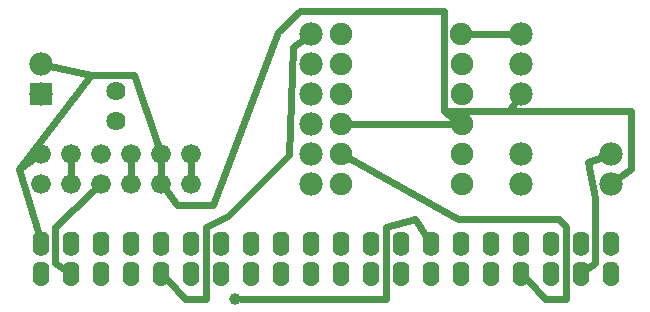
<source format=gbl>
G04 MADE WITH FRITZING*
G04 WWW.FRITZING.ORG*
G04 DOUBLE SIDED*
G04 HOLES PLATED*
G04 CONTOUR ON CENTER OF CONTOUR VECTOR*
%ASAXBY*%
%FSLAX23Y23*%
%MOIN*%
%OFA0B0*%
%SFA1.0B1.0*%
%ADD10C,0.054000*%
%ADD11C,0.074803*%
%ADD12C,0.066000*%
%ADD13C,0.063976*%
%ADD14C,0.078000*%
%ADD15C,0.039370*%
%ADD16R,0.078000X0.078000*%
%ADD17C,0.024000*%
%ADD18R,0.001000X0.001000*%
%LNCOPPER0*%
G90*
G70*
G54D10*
X2057Y239D03*
X2057Y138D03*
X1958Y239D03*
X1958Y138D03*
X1858Y239D03*
X1858Y138D03*
X1758Y239D03*
X1758Y138D03*
X1658Y239D03*
X1658Y138D03*
X1558Y239D03*
X1558Y138D03*
X1458Y239D03*
X1458Y138D03*
X1358Y239D03*
X1358Y138D03*
X1258Y239D03*
X1258Y138D03*
X1158Y239D03*
X1158Y138D03*
X1058Y239D03*
X1058Y138D03*
X958Y239D03*
X958Y138D03*
X858Y239D03*
X858Y138D03*
X758Y239D03*
X758Y138D03*
X658Y239D03*
X658Y138D03*
X558Y239D03*
X558Y138D03*
X458Y239D03*
X458Y138D03*
X358Y239D03*
X358Y138D03*
X258Y239D03*
X258Y138D03*
X158Y239D03*
X158Y138D03*
G54D11*
X1158Y939D03*
X1158Y438D03*
X1158Y538D03*
X1158Y638D03*
X1158Y738D03*
X1158Y838D03*
X1558Y939D03*
X1559Y438D03*
X1559Y538D03*
X1559Y638D03*
X1559Y738D03*
X1559Y838D03*
G54D12*
X658Y539D03*
X258Y539D03*
X558Y539D03*
X158Y539D03*
X458Y539D03*
X358Y539D03*
G54D13*
X408Y747D03*
G54D12*
X658Y439D03*
X258Y439D03*
X558Y439D03*
X158Y439D03*
X458Y439D03*
X358Y439D03*
G54D13*
X408Y647D03*
G54D14*
X1758Y939D03*
X1758Y839D03*
X1758Y739D03*
X1758Y539D03*
X1758Y539D03*
X1758Y439D03*
X1058Y439D03*
X1058Y539D03*
X1058Y639D03*
X1058Y739D03*
X1058Y839D03*
X1058Y939D03*
X158Y739D03*
X158Y839D03*
X2058Y539D03*
X2058Y539D03*
X2058Y439D03*
G54D15*
X804Y56D03*
G54D16*
X158Y739D03*
G54D17*
X1589Y939D02*
X1728Y939D01*
D02*
X258Y508D02*
X258Y470D01*
D02*
X233Y156D02*
X204Y176D01*
X204Y176D02*
X204Y296D01*
X204Y296D02*
X335Y418D01*
D02*
X1981Y157D02*
X2004Y176D01*
X2004Y176D02*
X2004Y392D01*
X2004Y392D02*
X1980Y512D01*
X1980Y512D02*
X2029Y529D01*
D02*
X1779Y117D02*
X1836Y56D01*
X1836Y56D02*
X1908Y56D01*
X1908Y56D02*
X1908Y296D01*
X1908Y296D02*
X1884Y320D01*
X1884Y320D02*
X1548Y320D01*
X1548Y320D02*
X1185Y524D01*
D02*
X579Y117D02*
X636Y56D01*
X636Y56D02*
X708Y56D01*
X708Y56D02*
X708Y296D01*
X708Y296D02*
X780Y332D01*
X780Y332D02*
X984Y536D01*
X984Y536D02*
X996Y896D01*
X996Y896D02*
X1033Y922D01*
D02*
X458Y508D02*
X458Y470D01*
D02*
X658Y470D02*
X658Y508D01*
D02*
X1441Y264D02*
X1404Y320D01*
X1404Y320D02*
X1308Y296D01*
X1308Y296D02*
X1308Y56D01*
X1308Y56D02*
X823Y56D01*
D02*
X558Y508D02*
X558Y470D01*
D02*
X149Y268D02*
X84Y488D01*
X84Y488D02*
X324Y800D01*
X324Y800D02*
X468Y800D01*
X468Y800D02*
X548Y568D01*
D02*
X132Y521D02*
X84Y488D01*
D02*
X187Y832D02*
X324Y800D01*
D02*
X2082Y457D02*
X2124Y488D01*
X2124Y488D02*
X2124Y680D01*
X2124Y680D02*
X1500Y680D01*
X1500Y680D02*
X1500Y1016D01*
X1500Y1016D02*
X1020Y1016D01*
X1020Y1016D02*
X948Y944D01*
X948Y944D02*
X732Y368D01*
X732Y368D02*
X612Y368D01*
X612Y368D02*
X577Y414D01*
D02*
X1534Y656D02*
X1500Y680D01*
D02*
X1740Y714D02*
X1716Y680D01*
X1716Y680D02*
X1500Y680D01*
D02*
X1189Y639D02*
X1528Y639D01*
G54D18*
X153Y279D02*
X162Y279D01*
X253Y279D02*
X261Y279D01*
X353Y279D02*
X361Y279D01*
X453Y279D02*
X461Y279D01*
X553Y279D02*
X561Y279D01*
X653Y279D02*
X661Y279D01*
X753Y279D02*
X761Y279D01*
X853Y279D02*
X861Y279D01*
X953Y279D02*
X961Y279D01*
X1053Y279D02*
X1061Y279D01*
X1153Y279D02*
X1161Y279D01*
X1253Y279D02*
X1261Y279D01*
X1353Y279D02*
X1361Y279D01*
X1453Y279D02*
X1461Y279D01*
X1553Y279D02*
X1561Y279D01*
X1653Y279D02*
X1661Y279D01*
X1753Y279D02*
X1761Y279D01*
X1853Y279D02*
X1861Y279D01*
X1953Y279D02*
X1961Y279D01*
X2052Y279D02*
X2061Y279D01*
X148Y278D02*
X166Y278D01*
X248Y278D02*
X266Y278D01*
X348Y278D02*
X366Y278D01*
X448Y278D02*
X466Y278D01*
X548Y278D02*
X566Y278D01*
X648Y278D02*
X666Y278D01*
X748Y278D02*
X766Y278D01*
X848Y278D02*
X866Y278D01*
X948Y278D02*
X966Y278D01*
X1048Y278D02*
X1066Y278D01*
X1148Y278D02*
X1166Y278D01*
X1248Y278D02*
X1266Y278D01*
X1348Y278D02*
X1366Y278D01*
X1448Y278D02*
X1466Y278D01*
X1548Y278D02*
X1566Y278D01*
X1648Y278D02*
X1666Y278D01*
X1748Y278D02*
X1766Y278D01*
X1848Y278D02*
X1866Y278D01*
X1948Y278D02*
X1966Y278D01*
X2048Y278D02*
X2066Y278D01*
X145Y277D02*
X169Y277D01*
X245Y277D02*
X269Y277D01*
X345Y277D02*
X369Y277D01*
X445Y277D02*
X469Y277D01*
X545Y277D02*
X569Y277D01*
X645Y277D02*
X669Y277D01*
X745Y277D02*
X769Y277D01*
X845Y277D02*
X869Y277D01*
X945Y277D02*
X969Y277D01*
X1045Y277D02*
X1069Y277D01*
X1145Y277D02*
X1169Y277D01*
X1245Y277D02*
X1269Y277D01*
X1345Y277D02*
X1369Y277D01*
X1445Y277D02*
X1469Y277D01*
X1545Y277D02*
X1569Y277D01*
X1645Y277D02*
X1669Y277D01*
X1745Y277D02*
X1769Y277D01*
X1845Y277D02*
X1869Y277D01*
X1945Y277D02*
X1969Y277D01*
X2045Y277D02*
X2068Y277D01*
X143Y276D02*
X172Y276D01*
X243Y276D02*
X272Y276D01*
X343Y276D02*
X372Y276D01*
X443Y276D02*
X472Y276D01*
X543Y276D02*
X572Y276D01*
X643Y276D02*
X672Y276D01*
X743Y276D02*
X772Y276D01*
X843Y276D02*
X872Y276D01*
X943Y276D02*
X972Y276D01*
X1043Y276D02*
X1072Y276D01*
X1143Y276D02*
X1171Y276D01*
X1243Y276D02*
X1271Y276D01*
X1343Y276D02*
X1371Y276D01*
X1443Y276D02*
X1471Y276D01*
X1543Y276D02*
X1571Y276D01*
X1643Y276D02*
X1671Y276D01*
X1743Y276D02*
X1771Y276D01*
X1843Y276D02*
X1871Y276D01*
X1943Y276D02*
X1971Y276D01*
X2042Y276D02*
X2071Y276D01*
X141Y275D02*
X173Y275D01*
X241Y275D02*
X273Y275D01*
X341Y275D02*
X373Y275D01*
X441Y275D02*
X473Y275D01*
X541Y275D02*
X573Y275D01*
X641Y275D02*
X673Y275D01*
X741Y275D02*
X773Y275D01*
X841Y275D02*
X873Y275D01*
X941Y275D02*
X973Y275D01*
X1041Y275D02*
X1073Y275D01*
X1141Y275D02*
X1173Y275D01*
X1241Y275D02*
X1273Y275D01*
X1341Y275D02*
X1373Y275D01*
X1441Y275D02*
X1473Y275D01*
X1541Y275D02*
X1573Y275D01*
X1641Y275D02*
X1673Y275D01*
X1741Y275D02*
X1773Y275D01*
X1841Y275D02*
X1873Y275D01*
X1941Y275D02*
X1973Y275D01*
X2040Y275D02*
X2073Y275D01*
X140Y274D02*
X175Y274D01*
X239Y274D02*
X275Y274D01*
X339Y274D02*
X375Y274D01*
X439Y274D02*
X475Y274D01*
X539Y274D02*
X575Y274D01*
X639Y274D02*
X675Y274D01*
X739Y274D02*
X775Y274D01*
X839Y274D02*
X875Y274D01*
X939Y274D02*
X975Y274D01*
X1039Y274D02*
X1075Y274D01*
X1139Y274D02*
X1175Y274D01*
X1239Y274D02*
X1275Y274D01*
X1339Y274D02*
X1375Y274D01*
X1439Y274D02*
X1475Y274D01*
X1539Y274D02*
X1575Y274D01*
X1639Y274D02*
X1675Y274D01*
X1739Y274D02*
X1775Y274D01*
X1839Y274D02*
X1875Y274D01*
X1939Y274D02*
X1975Y274D01*
X2039Y274D02*
X2074Y274D01*
X138Y273D02*
X176Y273D01*
X238Y273D02*
X276Y273D01*
X338Y273D02*
X376Y273D01*
X438Y273D02*
X476Y273D01*
X538Y273D02*
X576Y273D01*
X638Y273D02*
X676Y273D01*
X738Y273D02*
X776Y273D01*
X838Y273D02*
X876Y273D01*
X938Y273D02*
X976Y273D01*
X1038Y273D02*
X1076Y273D01*
X1138Y273D02*
X1176Y273D01*
X1238Y273D02*
X1276Y273D01*
X1338Y273D02*
X1376Y273D01*
X1438Y273D02*
X1476Y273D01*
X1538Y273D02*
X1576Y273D01*
X1638Y273D02*
X1676Y273D01*
X1738Y273D02*
X1776Y273D01*
X1838Y273D02*
X1876Y273D01*
X1938Y273D02*
X1976Y273D01*
X2037Y273D02*
X2076Y273D01*
X137Y272D02*
X178Y272D01*
X237Y272D02*
X277Y272D01*
X337Y272D02*
X377Y272D01*
X437Y272D02*
X477Y272D01*
X537Y272D02*
X577Y272D01*
X637Y272D02*
X677Y272D01*
X737Y272D02*
X777Y272D01*
X837Y272D02*
X877Y272D01*
X937Y272D02*
X977Y272D01*
X1037Y272D02*
X1077Y272D01*
X1137Y272D02*
X1177Y272D01*
X1237Y272D02*
X1277Y272D01*
X1337Y272D02*
X1377Y272D01*
X1437Y272D02*
X1477Y272D01*
X1537Y272D02*
X1577Y272D01*
X1637Y272D02*
X1677Y272D01*
X1737Y272D02*
X1777Y272D01*
X1837Y272D02*
X1877Y272D01*
X1937Y272D02*
X1977Y272D01*
X2036Y272D02*
X2077Y272D01*
X136Y271D02*
X179Y271D01*
X236Y271D02*
X279Y271D01*
X336Y271D02*
X379Y271D01*
X436Y271D02*
X479Y271D01*
X536Y271D02*
X579Y271D01*
X636Y271D02*
X679Y271D01*
X736Y271D02*
X779Y271D01*
X836Y271D02*
X879Y271D01*
X936Y271D02*
X979Y271D01*
X1036Y271D02*
X1078Y271D01*
X1136Y271D02*
X1178Y271D01*
X1236Y271D02*
X1278Y271D01*
X1336Y271D02*
X1378Y271D01*
X1436Y271D02*
X1478Y271D01*
X1536Y271D02*
X1578Y271D01*
X1636Y271D02*
X1678Y271D01*
X1736Y271D02*
X1778Y271D01*
X1836Y271D02*
X1878Y271D01*
X1936Y271D02*
X1978Y271D01*
X2035Y271D02*
X2078Y271D01*
X135Y270D02*
X180Y270D01*
X235Y270D02*
X280Y270D01*
X335Y270D02*
X380Y270D01*
X435Y270D02*
X479Y270D01*
X535Y270D02*
X579Y270D01*
X635Y270D02*
X679Y270D01*
X735Y270D02*
X779Y270D01*
X835Y270D02*
X879Y270D01*
X935Y270D02*
X979Y270D01*
X1035Y270D02*
X1079Y270D01*
X1135Y270D02*
X1179Y270D01*
X1235Y270D02*
X1279Y270D01*
X1335Y270D02*
X1379Y270D01*
X1435Y270D02*
X1479Y270D01*
X1535Y270D02*
X1579Y270D01*
X1635Y270D02*
X1679Y270D01*
X1735Y270D02*
X1779Y270D01*
X1835Y270D02*
X1879Y270D01*
X1935Y270D02*
X1979Y270D01*
X2034Y270D02*
X2079Y270D01*
X134Y269D02*
X180Y269D01*
X234Y269D02*
X280Y269D01*
X334Y269D02*
X380Y269D01*
X434Y269D02*
X480Y269D01*
X534Y269D02*
X580Y269D01*
X634Y269D02*
X680Y269D01*
X734Y269D02*
X780Y269D01*
X834Y269D02*
X880Y269D01*
X934Y269D02*
X980Y269D01*
X1034Y269D02*
X1080Y269D01*
X1134Y269D02*
X1180Y269D01*
X1234Y269D02*
X1280Y269D01*
X1334Y269D02*
X1380Y269D01*
X1434Y269D02*
X1480Y269D01*
X1534Y269D02*
X1580Y269D01*
X1634Y269D02*
X1680Y269D01*
X1734Y269D02*
X1780Y269D01*
X1834Y269D02*
X1880Y269D01*
X1934Y269D02*
X1980Y269D01*
X2034Y269D02*
X2080Y269D01*
X134Y268D02*
X181Y268D01*
X234Y268D02*
X281Y268D01*
X333Y268D02*
X381Y268D01*
X433Y268D02*
X481Y268D01*
X533Y268D02*
X581Y268D01*
X633Y268D02*
X681Y268D01*
X733Y268D02*
X781Y268D01*
X833Y268D02*
X881Y268D01*
X933Y268D02*
X981Y268D01*
X1033Y268D02*
X1081Y268D01*
X1133Y268D02*
X1181Y268D01*
X1233Y268D02*
X1281Y268D01*
X1333Y268D02*
X1381Y268D01*
X1433Y268D02*
X1481Y268D01*
X1533Y268D02*
X1581Y268D01*
X1633Y268D02*
X1681Y268D01*
X1733Y268D02*
X1781Y268D01*
X1833Y268D02*
X1881Y268D01*
X1933Y268D02*
X1981Y268D01*
X2033Y268D02*
X2080Y268D01*
X133Y267D02*
X182Y267D01*
X233Y267D02*
X282Y267D01*
X333Y267D02*
X382Y267D01*
X433Y267D02*
X482Y267D01*
X533Y267D02*
X582Y267D01*
X633Y267D02*
X682Y267D01*
X733Y267D02*
X782Y267D01*
X833Y267D02*
X882Y267D01*
X933Y267D02*
X982Y267D01*
X1033Y267D02*
X1082Y267D01*
X1133Y267D02*
X1182Y267D01*
X1233Y267D02*
X1282Y267D01*
X1333Y267D02*
X1382Y267D01*
X1433Y267D02*
X1481Y267D01*
X1533Y267D02*
X1581Y267D01*
X1633Y267D02*
X1681Y267D01*
X1733Y267D02*
X1781Y267D01*
X1833Y267D02*
X1881Y267D01*
X1933Y267D02*
X1981Y267D01*
X2032Y267D02*
X2081Y267D01*
X132Y266D02*
X182Y266D01*
X232Y266D02*
X282Y266D01*
X332Y266D02*
X382Y266D01*
X432Y266D02*
X482Y266D01*
X532Y266D02*
X582Y266D01*
X632Y266D02*
X682Y266D01*
X732Y266D02*
X782Y266D01*
X832Y266D02*
X882Y266D01*
X932Y266D02*
X982Y266D01*
X1032Y266D02*
X1082Y266D01*
X1132Y266D02*
X1182Y266D01*
X1232Y266D02*
X1282Y266D01*
X1332Y266D02*
X1382Y266D01*
X1432Y266D02*
X1482Y266D01*
X1532Y266D02*
X1582Y266D01*
X1632Y266D02*
X1682Y266D01*
X1732Y266D02*
X1782Y266D01*
X1832Y266D02*
X1882Y266D01*
X1932Y266D02*
X1982Y266D01*
X2032Y266D02*
X2081Y266D01*
X132Y265D02*
X183Y265D01*
X232Y265D02*
X283Y265D01*
X332Y265D02*
X383Y265D01*
X432Y265D02*
X483Y265D01*
X532Y265D02*
X583Y265D01*
X632Y265D02*
X683Y265D01*
X732Y265D02*
X783Y265D01*
X832Y265D02*
X883Y265D01*
X932Y265D02*
X983Y265D01*
X1032Y265D02*
X1083Y265D01*
X1132Y265D02*
X1183Y265D01*
X1232Y265D02*
X1282Y265D01*
X1332Y265D02*
X1382Y265D01*
X1432Y265D02*
X1482Y265D01*
X1532Y265D02*
X1582Y265D01*
X1632Y265D02*
X1682Y265D01*
X1732Y265D02*
X1782Y265D01*
X1832Y265D02*
X1882Y265D01*
X1932Y265D02*
X1982Y265D01*
X2031Y265D02*
X2082Y265D01*
X132Y264D02*
X183Y264D01*
X232Y264D02*
X283Y264D01*
X331Y264D02*
X383Y264D01*
X431Y264D02*
X483Y264D01*
X531Y264D02*
X583Y264D01*
X631Y264D02*
X683Y264D01*
X731Y264D02*
X783Y264D01*
X831Y264D02*
X883Y264D01*
X931Y264D02*
X983Y264D01*
X1031Y264D02*
X1083Y264D01*
X1131Y264D02*
X1183Y264D01*
X1231Y264D02*
X1283Y264D01*
X1331Y264D02*
X1383Y264D01*
X1431Y264D02*
X1483Y264D01*
X1531Y264D02*
X1583Y264D01*
X1631Y264D02*
X1683Y264D01*
X1731Y264D02*
X1783Y264D01*
X1831Y264D02*
X1883Y264D01*
X1931Y264D02*
X1983Y264D01*
X2031Y264D02*
X2082Y264D01*
X131Y263D02*
X183Y263D01*
X231Y263D02*
X283Y263D01*
X331Y263D02*
X383Y263D01*
X431Y263D02*
X483Y263D01*
X531Y263D02*
X583Y263D01*
X631Y263D02*
X683Y263D01*
X731Y263D02*
X783Y263D01*
X831Y263D02*
X883Y263D01*
X931Y263D02*
X983Y263D01*
X1031Y263D02*
X1083Y263D01*
X1131Y263D02*
X1183Y263D01*
X1231Y263D02*
X1283Y263D01*
X1331Y263D02*
X1383Y263D01*
X1431Y263D02*
X1483Y263D01*
X1531Y263D02*
X1583Y263D01*
X1631Y263D02*
X1683Y263D01*
X1731Y263D02*
X1783Y263D01*
X1831Y263D02*
X1883Y263D01*
X1931Y263D02*
X1983Y263D01*
X2030Y263D02*
X2083Y263D01*
X131Y262D02*
X183Y262D01*
X231Y262D02*
X283Y262D01*
X331Y262D02*
X383Y262D01*
X431Y262D02*
X483Y262D01*
X531Y262D02*
X583Y262D01*
X631Y262D02*
X683Y262D01*
X731Y262D02*
X783Y262D01*
X831Y262D02*
X883Y262D01*
X931Y262D02*
X983Y262D01*
X1031Y262D02*
X1083Y262D01*
X1131Y262D02*
X1183Y262D01*
X1231Y262D02*
X1283Y262D01*
X1331Y262D02*
X1383Y262D01*
X1431Y262D02*
X1483Y262D01*
X1531Y262D02*
X1583Y262D01*
X1631Y262D02*
X1683Y262D01*
X1731Y262D02*
X1783Y262D01*
X1831Y262D02*
X1883Y262D01*
X1931Y262D02*
X1983Y262D01*
X2030Y262D02*
X2083Y262D01*
X131Y261D02*
X184Y261D01*
X231Y261D02*
X284Y261D01*
X331Y261D02*
X384Y261D01*
X431Y261D02*
X484Y261D01*
X531Y261D02*
X584Y261D01*
X631Y261D02*
X684Y261D01*
X731Y261D02*
X784Y261D01*
X831Y261D02*
X884Y261D01*
X931Y261D02*
X984Y261D01*
X1031Y261D02*
X1084Y261D01*
X1131Y261D02*
X1184Y261D01*
X1231Y261D02*
X1283Y261D01*
X1331Y261D02*
X1383Y261D01*
X1431Y261D02*
X1483Y261D01*
X1531Y261D02*
X1583Y261D01*
X1631Y261D02*
X1683Y261D01*
X1731Y261D02*
X1783Y261D01*
X1831Y261D02*
X1883Y261D01*
X1931Y261D02*
X1983Y261D01*
X2030Y261D02*
X2083Y261D01*
X131Y260D02*
X184Y260D01*
X231Y260D02*
X284Y260D01*
X331Y260D02*
X384Y260D01*
X431Y260D02*
X484Y260D01*
X531Y260D02*
X584Y260D01*
X631Y260D02*
X684Y260D01*
X731Y260D02*
X784Y260D01*
X831Y260D02*
X884Y260D01*
X931Y260D02*
X984Y260D01*
X1031Y260D02*
X1084Y260D01*
X1131Y260D02*
X1184Y260D01*
X1231Y260D02*
X1284Y260D01*
X1331Y260D02*
X1384Y260D01*
X1431Y260D02*
X1484Y260D01*
X1531Y260D02*
X1584Y260D01*
X1631Y260D02*
X1684Y260D01*
X1731Y260D02*
X1783Y260D01*
X1831Y260D02*
X1883Y260D01*
X1931Y260D02*
X1983Y260D01*
X2030Y260D02*
X2083Y260D01*
X131Y259D02*
X184Y259D01*
X231Y259D02*
X284Y259D01*
X331Y259D02*
X384Y259D01*
X431Y259D02*
X484Y259D01*
X531Y259D02*
X584Y259D01*
X631Y259D02*
X684Y259D01*
X731Y259D02*
X784Y259D01*
X831Y259D02*
X884Y259D01*
X931Y259D02*
X984Y259D01*
X1031Y259D02*
X1084Y259D01*
X1131Y259D02*
X1184Y259D01*
X1231Y259D02*
X1284Y259D01*
X1331Y259D02*
X1384Y259D01*
X1431Y259D02*
X1484Y259D01*
X1531Y259D02*
X1584Y259D01*
X1631Y259D02*
X1684Y259D01*
X1731Y259D02*
X1784Y259D01*
X1831Y259D02*
X1884Y259D01*
X1930Y259D02*
X1983Y259D01*
X2030Y259D02*
X2083Y259D01*
X131Y258D02*
X153Y258D01*
X162Y258D02*
X184Y258D01*
X231Y258D02*
X253Y258D01*
X262Y258D02*
X284Y258D01*
X331Y258D02*
X353Y258D01*
X362Y258D02*
X384Y258D01*
X431Y258D02*
X453Y258D01*
X462Y258D02*
X484Y258D01*
X531Y258D02*
X553Y258D01*
X562Y258D02*
X584Y258D01*
X631Y258D02*
X653Y258D01*
X662Y258D02*
X684Y258D01*
X731Y258D02*
X753Y258D01*
X762Y258D02*
X784Y258D01*
X831Y258D02*
X853Y258D01*
X862Y258D02*
X884Y258D01*
X931Y258D02*
X953Y258D01*
X961Y258D02*
X984Y258D01*
X1031Y258D02*
X1053Y258D01*
X1061Y258D02*
X1084Y258D01*
X1131Y258D02*
X1153Y258D01*
X1161Y258D02*
X1184Y258D01*
X1231Y258D02*
X1253Y258D01*
X1261Y258D02*
X1284Y258D01*
X1331Y258D02*
X1353Y258D01*
X1361Y258D02*
X1384Y258D01*
X1431Y258D02*
X1453Y258D01*
X1461Y258D02*
X1484Y258D01*
X1531Y258D02*
X1553Y258D01*
X1561Y258D02*
X1584Y258D01*
X1631Y258D02*
X1653Y258D01*
X1661Y258D02*
X1684Y258D01*
X1731Y258D02*
X1753Y258D01*
X1761Y258D02*
X1784Y258D01*
X1830Y258D02*
X1853Y258D01*
X1861Y258D02*
X1884Y258D01*
X1930Y258D02*
X1953Y258D01*
X1961Y258D02*
X1984Y258D01*
X2030Y258D02*
X2052Y258D01*
X2061Y258D02*
X2083Y258D01*
X131Y257D02*
X150Y257D01*
X165Y257D02*
X184Y257D01*
X231Y257D02*
X250Y257D01*
X265Y257D02*
X284Y257D01*
X331Y257D02*
X350Y257D01*
X365Y257D02*
X384Y257D01*
X431Y257D02*
X450Y257D01*
X465Y257D02*
X484Y257D01*
X531Y257D02*
X550Y257D01*
X565Y257D02*
X584Y257D01*
X631Y257D02*
X650Y257D01*
X665Y257D02*
X684Y257D01*
X731Y257D02*
X750Y257D01*
X765Y257D02*
X784Y257D01*
X831Y257D02*
X850Y257D01*
X865Y257D02*
X884Y257D01*
X931Y257D02*
X950Y257D01*
X965Y257D02*
X984Y257D01*
X1031Y257D02*
X1050Y257D01*
X1065Y257D02*
X1084Y257D01*
X1131Y257D02*
X1149Y257D01*
X1165Y257D02*
X1184Y257D01*
X1231Y257D02*
X1249Y257D01*
X1265Y257D02*
X1284Y257D01*
X1331Y257D02*
X1349Y257D01*
X1365Y257D02*
X1384Y257D01*
X1431Y257D02*
X1449Y257D01*
X1465Y257D02*
X1484Y257D01*
X1531Y257D02*
X1549Y257D01*
X1565Y257D02*
X1584Y257D01*
X1631Y257D02*
X1649Y257D01*
X1665Y257D02*
X1684Y257D01*
X1731Y257D02*
X1749Y257D01*
X1765Y257D02*
X1784Y257D01*
X1830Y257D02*
X1849Y257D01*
X1865Y257D02*
X1884Y257D01*
X1930Y257D02*
X1949Y257D01*
X1965Y257D02*
X1984Y257D01*
X2030Y257D02*
X2049Y257D01*
X2064Y257D02*
X2083Y257D01*
X131Y256D02*
X148Y256D01*
X167Y256D02*
X184Y256D01*
X231Y256D02*
X248Y256D01*
X267Y256D02*
X284Y256D01*
X331Y256D02*
X348Y256D01*
X367Y256D02*
X384Y256D01*
X431Y256D02*
X448Y256D01*
X467Y256D02*
X484Y256D01*
X531Y256D02*
X548Y256D01*
X567Y256D02*
X584Y256D01*
X631Y256D02*
X648Y256D01*
X667Y256D02*
X684Y256D01*
X731Y256D02*
X748Y256D01*
X767Y256D02*
X784Y256D01*
X831Y256D02*
X848Y256D01*
X867Y256D02*
X884Y256D01*
X931Y256D02*
X948Y256D01*
X967Y256D02*
X984Y256D01*
X1031Y256D02*
X1048Y256D01*
X1067Y256D02*
X1084Y256D01*
X1131Y256D02*
X1148Y256D01*
X1167Y256D02*
X1184Y256D01*
X1231Y256D02*
X1247Y256D01*
X1267Y256D02*
X1284Y256D01*
X1331Y256D02*
X1347Y256D01*
X1367Y256D02*
X1384Y256D01*
X1431Y256D02*
X1447Y256D01*
X1467Y256D02*
X1484Y256D01*
X1531Y256D02*
X1547Y256D01*
X1567Y256D02*
X1584Y256D01*
X1631Y256D02*
X1647Y256D01*
X1667Y256D02*
X1684Y256D01*
X1731Y256D02*
X1747Y256D01*
X1767Y256D02*
X1784Y256D01*
X1830Y256D02*
X1847Y256D01*
X1867Y256D02*
X1884Y256D01*
X1930Y256D02*
X1947Y256D01*
X1967Y256D02*
X1984Y256D01*
X2030Y256D02*
X2047Y256D01*
X2066Y256D02*
X2083Y256D01*
X131Y255D02*
X146Y255D01*
X169Y255D02*
X184Y255D01*
X231Y255D02*
X246Y255D01*
X269Y255D02*
X284Y255D01*
X331Y255D02*
X346Y255D01*
X369Y255D02*
X384Y255D01*
X431Y255D02*
X446Y255D01*
X469Y255D02*
X484Y255D01*
X531Y255D02*
X546Y255D01*
X569Y255D02*
X584Y255D01*
X631Y255D02*
X646Y255D01*
X668Y255D02*
X684Y255D01*
X731Y255D02*
X746Y255D01*
X768Y255D02*
X784Y255D01*
X831Y255D02*
X846Y255D01*
X868Y255D02*
X884Y255D01*
X931Y255D02*
X946Y255D01*
X968Y255D02*
X984Y255D01*
X1031Y255D02*
X1046Y255D01*
X1068Y255D02*
X1084Y255D01*
X1131Y255D02*
X1146Y255D01*
X1168Y255D02*
X1184Y255D01*
X1231Y255D02*
X1246Y255D01*
X1268Y255D02*
X1284Y255D01*
X1331Y255D02*
X1346Y255D01*
X1368Y255D02*
X1384Y255D01*
X1431Y255D02*
X1446Y255D01*
X1468Y255D02*
X1484Y255D01*
X1531Y255D02*
X1546Y255D01*
X1568Y255D02*
X1584Y255D01*
X1631Y255D02*
X1646Y255D01*
X1668Y255D02*
X1684Y255D01*
X1731Y255D02*
X1746Y255D01*
X1768Y255D02*
X1784Y255D01*
X1830Y255D02*
X1846Y255D01*
X1868Y255D02*
X1884Y255D01*
X1930Y255D02*
X1946Y255D01*
X1968Y255D02*
X1984Y255D01*
X2030Y255D02*
X2045Y255D01*
X2068Y255D02*
X2083Y255D01*
X131Y254D02*
X145Y254D01*
X170Y254D02*
X184Y254D01*
X231Y254D02*
X245Y254D01*
X270Y254D02*
X284Y254D01*
X331Y254D02*
X345Y254D01*
X370Y254D02*
X384Y254D01*
X431Y254D02*
X445Y254D01*
X470Y254D02*
X484Y254D01*
X531Y254D02*
X545Y254D01*
X570Y254D02*
X584Y254D01*
X631Y254D02*
X645Y254D01*
X670Y254D02*
X684Y254D01*
X731Y254D02*
X745Y254D01*
X770Y254D02*
X784Y254D01*
X831Y254D02*
X845Y254D01*
X870Y254D02*
X884Y254D01*
X931Y254D02*
X945Y254D01*
X970Y254D02*
X984Y254D01*
X1031Y254D02*
X1045Y254D01*
X1070Y254D02*
X1084Y254D01*
X1131Y254D02*
X1145Y254D01*
X1170Y254D02*
X1184Y254D01*
X1231Y254D02*
X1245Y254D01*
X1270Y254D02*
X1284Y254D01*
X1331Y254D02*
X1345Y254D01*
X1370Y254D02*
X1384Y254D01*
X1431Y254D02*
X1445Y254D01*
X1470Y254D02*
X1484Y254D01*
X1531Y254D02*
X1545Y254D01*
X1570Y254D02*
X1584Y254D01*
X1631Y254D02*
X1645Y254D01*
X1670Y254D02*
X1684Y254D01*
X1731Y254D02*
X1744Y254D01*
X1770Y254D02*
X1784Y254D01*
X1830Y254D02*
X1844Y254D01*
X1870Y254D02*
X1884Y254D01*
X1930Y254D02*
X1944Y254D01*
X1970Y254D02*
X1984Y254D01*
X2030Y254D02*
X2044Y254D01*
X2069Y254D02*
X2083Y254D01*
X131Y253D02*
X144Y253D01*
X171Y253D02*
X184Y253D01*
X231Y253D02*
X244Y253D01*
X271Y253D02*
X284Y253D01*
X331Y253D02*
X344Y253D01*
X371Y253D02*
X384Y253D01*
X431Y253D02*
X444Y253D01*
X471Y253D02*
X484Y253D01*
X531Y253D02*
X543Y253D01*
X571Y253D02*
X584Y253D01*
X631Y253D02*
X643Y253D01*
X671Y253D02*
X684Y253D01*
X731Y253D02*
X743Y253D01*
X771Y253D02*
X784Y253D01*
X831Y253D02*
X843Y253D01*
X871Y253D02*
X884Y253D01*
X931Y253D02*
X943Y253D01*
X971Y253D02*
X984Y253D01*
X1031Y253D02*
X1043Y253D01*
X1071Y253D02*
X1084Y253D01*
X1131Y253D02*
X1143Y253D01*
X1171Y253D02*
X1184Y253D01*
X1231Y253D02*
X1243Y253D01*
X1271Y253D02*
X1284Y253D01*
X1331Y253D02*
X1343Y253D01*
X1371Y253D02*
X1384Y253D01*
X1431Y253D02*
X1443Y253D01*
X1471Y253D02*
X1484Y253D01*
X1531Y253D02*
X1543Y253D01*
X1571Y253D02*
X1584Y253D01*
X1631Y253D02*
X1643Y253D01*
X1671Y253D02*
X1684Y253D01*
X1731Y253D02*
X1743Y253D01*
X1771Y253D02*
X1784Y253D01*
X1830Y253D02*
X1843Y253D01*
X1871Y253D02*
X1884Y253D01*
X1930Y253D02*
X1943Y253D01*
X1971Y253D02*
X1984Y253D01*
X2030Y253D02*
X2043Y253D01*
X2070Y253D02*
X2083Y253D01*
X131Y252D02*
X143Y252D01*
X172Y252D02*
X184Y252D01*
X231Y252D02*
X243Y252D01*
X272Y252D02*
X284Y252D01*
X331Y252D02*
X343Y252D01*
X372Y252D02*
X384Y252D01*
X431Y252D02*
X443Y252D01*
X472Y252D02*
X484Y252D01*
X531Y252D02*
X543Y252D01*
X572Y252D02*
X584Y252D01*
X631Y252D02*
X643Y252D01*
X672Y252D02*
X684Y252D01*
X731Y252D02*
X743Y252D01*
X772Y252D02*
X784Y252D01*
X831Y252D02*
X843Y252D01*
X872Y252D02*
X884Y252D01*
X931Y252D02*
X943Y252D01*
X972Y252D02*
X984Y252D01*
X1031Y252D02*
X1043Y252D01*
X1072Y252D02*
X1084Y252D01*
X1131Y252D02*
X1142Y252D01*
X1172Y252D02*
X1184Y252D01*
X1231Y252D02*
X1242Y252D01*
X1272Y252D02*
X1284Y252D01*
X1331Y252D02*
X1342Y252D01*
X1372Y252D02*
X1384Y252D01*
X1431Y252D02*
X1442Y252D01*
X1472Y252D02*
X1484Y252D01*
X1531Y252D02*
X1542Y252D01*
X1572Y252D02*
X1584Y252D01*
X1631Y252D02*
X1642Y252D01*
X1672Y252D02*
X1684Y252D01*
X1731Y252D02*
X1742Y252D01*
X1772Y252D02*
X1784Y252D01*
X1830Y252D02*
X1842Y252D01*
X1872Y252D02*
X1884Y252D01*
X1930Y252D02*
X1942Y252D01*
X1972Y252D02*
X1984Y252D01*
X2030Y252D02*
X2042Y252D01*
X2071Y252D02*
X2083Y252D01*
X131Y251D02*
X142Y251D01*
X173Y251D02*
X184Y251D01*
X231Y251D02*
X242Y251D01*
X273Y251D02*
X284Y251D01*
X331Y251D02*
X342Y251D01*
X373Y251D02*
X384Y251D01*
X431Y251D02*
X442Y251D01*
X473Y251D02*
X484Y251D01*
X531Y251D02*
X542Y251D01*
X573Y251D02*
X584Y251D01*
X631Y251D02*
X642Y251D01*
X673Y251D02*
X684Y251D01*
X731Y251D02*
X742Y251D01*
X773Y251D02*
X784Y251D01*
X831Y251D02*
X842Y251D01*
X873Y251D02*
X884Y251D01*
X931Y251D02*
X942Y251D01*
X973Y251D02*
X984Y251D01*
X1031Y251D02*
X1042Y251D01*
X1073Y251D02*
X1084Y251D01*
X1131Y251D02*
X1142Y251D01*
X1173Y251D02*
X1184Y251D01*
X1231Y251D02*
X1242Y251D01*
X1273Y251D02*
X1284Y251D01*
X1331Y251D02*
X1342Y251D01*
X1373Y251D02*
X1384Y251D01*
X1431Y251D02*
X1442Y251D01*
X1473Y251D02*
X1484Y251D01*
X1531Y251D02*
X1542Y251D01*
X1573Y251D02*
X1584Y251D01*
X1631Y251D02*
X1642Y251D01*
X1672Y251D02*
X1684Y251D01*
X1731Y251D02*
X1742Y251D01*
X1772Y251D02*
X1784Y251D01*
X1830Y251D02*
X1842Y251D01*
X1872Y251D02*
X1884Y251D01*
X1930Y251D02*
X1942Y251D01*
X1972Y251D02*
X1984Y251D01*
X2030Y251D02*
X2041Y251D01*
X2072Y251D02*
X2083Y251D01*
X131Y250D02*
X141Y250D01*
X174Y250D02*
X184Y250D01*
X231Y250D02*
X241Y250D01*
X273Y250D02*
X284Y250D01*
X331Y250D02*
X341Y250D01*
X373Y250D02*
X384Y250D01*
X431Y250D02*
X441Y250D01*
X473Y250D02*
X484Y250D01*
X531Y250D02*
X541Y250D01*
X573Y250D02*
X584Y250D01*
X631Y250D02*
X641Y250D01*
X673Y250D02*
X684Y250D01*
X731Y250D02*
X741Y250D01*
X773Y250D02*
X784Y250D01*
X831Y250D02*
X841Y250D01*
X873Y250D02*
X884Y250D01*
X931Y250D02*
X941Y250D01*
X973Y250D02*
X984Y250D01*
X1031Y250D02*
X1041Y250D01*
X1073Y250D02*
X1084Y250D01*
X1131Y250D02*
X1141Y250D01*
X1173Y250D02*
X1184Y250D01*
X1231Y250D02*
X1241Y250D01*
X1273Y250D02*
X1284Y250D01*
X1331Y250D02*
X1341Y250D01*
X1373Y250D02*
X1384Y250D01*
X1431Y250D02*
X1441Y250D01*
X1473Y250D02*
X1484Y250D01*
X1531Y250D02*
X1541Y250D01*
X1573Y250D02*
X1584Y250D01*
X1631Y250D02*
X1641Y250D01*
X1673Y250D02*
X1684Y250D01*
X1731Y250D02*
X1741Y250D01*
X1773Y250D02*
X1784Y250D01*
X1830Y250D02*
X1841Y250D01*
X1873Y250D02*
X1884Y250D01*
X1930Y250D02*
X1941Y250D01*
X1973Y250D02*
X1984Y250D01*
X2030Y250D02*
X2040Y250D01*
X2073Y250D02*
X2083Y250D01*
X131Y249D02*
X140Y249D01*
X174Y249D02*
X184Y249D01*
X231Y249D02*
X240Y249D01*
X274Y249D02*
X284Y249D01*
X331Y249D02*
X340Y249D01*
X374Y249D02*
X384Y249D01*
X431Y249D02*
X440Y249D01*
X474Y249D02*
X484Y249D01*
X531Y249D02*
X540Y249D01*
X574Y249D02*
X584Y249D01*
X631Y249D02*
X640Y249D01*
X674Y249D02*
X684Y249D01*
X731Y249D02*
X740Y249D01*
X774Y249D02*
X784Y249D01*
X831Y249D02*
X840Y249D01*
X874Y249D02*
X884Y249D01*
X931Y249D02*
X940Y249D01*
X974Y249D02*
X984Y249D01*
X1031Y249D02*
X1040Y249D01*
X1074Y249D02*
X1084Y249D01*
X1131Y249D02*
X1140Y249D01*
X1174Y249D02*
X1184Y249D01*
X1231Y249D02*
X1240Y249D01*
X1274Y249D02*
X1284Y249D01*
X1331Y249D02*
X1340Y249D01*
X1374Y249D02*
X1384Y249D01*
X1431Y249D02*
X1440Y249D01*
X1474Y249D02*
X1484Y249D01*
X1531Y249D02*
X1540Y249D01*
X1574Y249D02*
X1584Y249D01*
X1631Y249D02*
X1640Y249D01*
X1674Y249D02*
X1684Y249D01*
X1731Y249D02*
X1740Y249D01*
X1774Y249D02*
X1784Y249D01*
X1830Y249D02*
X1840Y249D01*
X1874Y249D02*
X1884Y249D01*
X1930Y249D02*
X1940Y249D01*
X1974Y249D02*
X1984Y249D01*
X2030Y249D02*
X2040Y249D01*
X2073Y249D02*
X2083Y249D01*
X131Y248D02*
X140Y248D01*
X175Y248D02*
X184Y248D01*
X231Y248D02*
X240Y248D01*
X275Y248D02*
X284Y248D01*
X331Y248D02*
X340Y248D01*
X375Y248D02*
X384Y248D01*
X431Y248D02*
X440Y248D01*
X475Y248D02*
X484Y248D01*
X531Y248D02*
X540Y248D01*
X575Y248D02*
X584Y248D01*
X631Y248D02*
X640Y248D01*
X675Y248D02*
X684Y248D01*
X731Y248D02*
X740Y248D01*
X775Y248D02*
X784Y248D01*
X831Y248D02*
X840Y248D01*
X875Y248D02*
X884Y248D01*
X931Y248D02*
X940Y248D01*
X974Y248D02*
X984Y248D01*
X1031Y248D02*
X1040Y248D01*
X1074Y248D02*
X1084Y248D01*
X1131Y248D02*
X1140Y248D01*
X1174Y248D02*
X1184Y248D01*
X1231Y248D02*
X1240Y248D01*
X1274Y248D02*
X1284Y248D01*
X1331Y248D02*
X1340Y248D01*
X1374Y248D02*
X1384Y248D01*
X1431Y248D02*
X1440Y248D01*
X1474Y248D02*
X1484Y248D01*
X1531Y248D02*
X1540Y248D01*
X1574Y248D02*
X1584Y248D01*
X1631Y248D02*
X1640Y248D01*
X1674Y248D02*
X1684Y248D01*
X1731Y248D02*
X1740Y248D01*
X1774Y248D02*
X1784Y248D01*
X1830Y248D02*
X1840Y248D01*
X1874Y248D02*
X1884Y248D01*
X1930Y248D02*
X1940Y248D01*
X1974Y248D02*
X1984Y248D01*
X2030Y248D02*
X2039Y248D01*
X2074Y248D02*
X2083Y248D01*
X131Y247D02*
X139Y247D01*
X175Y247D02*
X184Y247D01*
X231Y247D02*
X239Y247D01*
X275Y247D02*
X284Y247D01*
X331Y247D02*
X339Y247D01*
X375Y247D02*
X384Y247D01*
X431Y247D02*
X439Y247D01*
X475Y247D02*
X484Y247D01*
X531Y247D02*
X539Y247D01*
X575Y247D02*
X584Y247D01*
X631Y247D02*
X639Y247D01*
X675Y247D02*
X684Y247D01*
X731Y247D02*
X739Y247D01*
X775Y247D02*
X784Y247D01*
X831Y247D02*
X839Y247D01*
X875Y247D02*
X884Y247D01*
X931Y247D02*
X939Y247D01*
X975Y247D02*
X984Y247D01*
X1031Y247D02*
X1039Y247D01*
X1075Y247D02*
X1084Y247D01*
X1131Y247D02*
X1139Y247D01*
X1175Y247D02*
X1184Y247D01*
X1231Y247D02*
X1239Y247D01*
X1275Y247D02*
X1284Y247D01*
X1331Y247D02*
X1339Y247D01*
X1375Y247D02*
X1384Y247D01*
X1431Y247D02*
X1439Y247D01*
X1475Y247D02*
X1484Y247D01*
X1531Y247D02*
X1539Y247D01*
X1575Y247D02*
X1584Y247D01*
X1631Y247D02*
X1639Y247D01*
X1675Y247D02*
X1684Y247D01*
X1731Y247D02*
X1739Y247D01*
X1775Y247D02*
X1784Y247D01*
X1830Y247D02*
X1839Y247D01*
X1875Y247D02*
X1884Y247D01*
X1930Y247D02*
X1939Y247D01*
X1975Y247D02*
X1984Y247D01*
X2030Y247D02*
X2039Y247D01*
X2074Y247D02*
X2083Y247D01*
X131Y246D02*
X139Y246D01*
X176Y246D02*
X184Y246D01*
X231Y246D02*
X239Y246D01*
X275Y246D02*
X284Y246D01*
X331Y246D02*
X339Y246D01*
X375Y246D02*
X384Y246D01*
X431Y246D02*
X439Y246D01*
X475Y246D02*
X484Y246D01*
X531Y246D02*
X539Y246D01*
X575Y246D02*
X584Y246D01*
X631Y246D02*
X639Y246D01*
X675Y246D02*
X684Y246D01*
X731Y246D02*
X739Y246D01*
X775Y246D02*
X784Y246D01*
X831Y246D02*
X839Y246D01*
X875Y246D02*
X884Y246D01*
X931Y246D02*
X939Y246D01*
X975Y246D02*
X984Y246D01*
X1031Y246D02*
X1039Y246D01*
X1075Y246D02*
X1084Y246D01*
X1131Y246D02*
X1139Y246D01*
X1175Y246D02*
X1184Y246D01*
X1231Y246D02*
X1239Y246D01*
X1275Y246D02*
X1284Y246D01*
X1331Y246D02*
X1339Y246D01*
X1375Y246D02*
X1384Y246D01*
X1431Y246D02*
X1439Y246D01*
X1475Y246D02*
X1484Y246D01*
X1531Y246D02*
X1539Y246D01*
X1575Y246D02*
X1584Y246D01*
X1631Y246D02*
X1639Y246D01*
X1675Y246D02*
X1684Y246D01*
X1731Y246D02*
X1739Y246D01*
X1775Y246D02*
X1784Y246D01*
X1830Y246D02*
X1839Y246D01*
X1875Y246D02*
X1884Y246D01*
X1930Y246D02*
X1939Y246D01*
X1975Y246D02*
X1984Y246D01*
X2030Y246D02*
X2038Y246D01*
X2075Y246D02*
X2083Y246D01*
X131Y245D02*
X139Y245D01*
X176Y245D02*
X184Y245D01*
X231Y245D02*
X239Y245D01*
X276Y245D02*
X284Y245D01*
X331Y245D02*
X339Y245D01*
X376Y245D02*
X384Y245D01*
X431Y245D02*
X439Y245D01*
X476Y245D02*
X484Y245D01*
X531Y245D02*
X539Y245D01*
X576Y245D02*
X584Y245D01*
X631Y245D02*
X639Y245D01*
X676Y245D02*
X684Y245D01*
X731Y245D02*
X739Y245D01*
X776Y245D02*
X784Y245D01*
X831Y245D02*
X839Y245D01*
X876Y245D02*
X884Y245D01*
X931Y245D02*
X939Y245D01*
X976Y245D02*
X984Y245D01*
X1031Y245D02*
X1039Y245D01*
X1076Y245D02*
X1084Y245D01*
X1131Y245D02*
X1139Y245D01*
X1176Y245D02*
X1184Y245D01*
X1231Y245D02*
X1239Y245D01*
X1276Y245D02*
X1284Y245D01*
X1331Y245D02*
X1339Y245D01*
X1376Y245D02*
X1384Y245D01*
X1431Y245D02*
X1439Y245D01*
X1476Y245D02*
X1484Y245D01*
X1531Y245D02*
X1538Y245D01*
X1576Y245D02*
X1584Y245D01*
X1631Y245D02*
X1638Y245D01*
X1676Y245D02*
X1684Y245D01*
X1731Y245D02*
X1738Y245D01*
X1776Y245D02*
X1784Y245D01*
X1830Y245D02*
X1838Y245D01*
X1876Y245D02*
X1884Y245D01*
X1930Y245D02*
X1938Y245D01*
X1976Y245D02*
X1984Y245D01*
X2030Y245D02*
X2038Y245D01*
X2075Y245D02*
X2083Y245D01*
X131Y244D02*
X138Y244D01*
X176Y244D02*
X184Y244D01*
X231Y244D02*
X238Y244D01*
X276Y244D02*
X284Y244D01*
X331Y244D02*
X338Y244D01*
X376Y244D02*
X384Y244D01*
X431Y244D02*
X438Y244D01*
X476Y244D02*
X484Y244D01*
X531Y244D02*
X538Y244D01*
X576Y244D02*
X584Y244D01*
X631Y244D02*
X638Y244D01*
X676Y244D02*
X684Y244D01*
X731Y244D02*
X738Y244D01*
X776Y244D02*
X784Y244D01*
X831Y244D02*
X838Y244D01*
X876Y244D02*
X884Y244D01*
X931Y244D02*
X938Y244D01*
X976Y244D02*
X984Y244D01*
X1031Y244D02*
X1038Y244D01*
X1076Y244D02*
X1084Y244D01*
X1131Y244D02*
X1138Y244D01*
X1176Y244D02*
X1184Y244D01*
X1231Y244D02*
X1238Y244D01*
X1276Y244D02*
X1284Y244D01*
X1331Y244D02*
X1338Y244D01*
X1376Y244D02*
X1384Y244D01*
X1431Y244D02*
X1438Y244D01*
X1476Y244D02*
X1484Y244D01*
X1531Y244D02*
X1538Y244D01*
X1576Y244D02*
X1584Y244D01*
X1631Y244D02*
X1638Y244D01*
X1676Y244D02*
X1684Y244D01*
X1731Y244D02*
X1738Y244D01*
X1776Y244D02*
X1784Y244D01*
X1830Y244D02*
X1838Y244D01*
X1876Y244D02*
X1884Y244D01*
X1930Y244D02*
X1938Y244D01*
X1976Y244D02*
X1984Y244D01*
X2030Y244D02*
X2038Y244D01*
X2075Y244D02*
X2083Y244D01*
X131Y243D02*
X138Y243D01*
X176Y243D02*
X184Y243D01*
X231Y243D02*
X238Y243D01*
X276Y243D02*
X284Y243D01*
X331Y243D02*
X338Y243D01*
X376Y243D02*
X384Y243D01*
X431Y243D02*
X438Y243D01*
X476Y243D02*
X484Y243D01*
X531Y243D02*
X538Y243D01*
X576Y243D02*
X584Y243D01*
X631Y243D02*
X638Y243D01*
X676Y243D02*
X684Y243D01*
X731Y243D02*
X738Y243D01*
X776Y243D02*
X784Y243D01*
X831Y243D02*
X838Y243D01*
X876Y243D02*
X884Y243D01*
X931Y243D02*
X938Y243D01*
X976Y243D02*
X984Y243D01*
X1031Y243D02*
X1038Y243D01*
X1076Y243D02*
X1084Y243D01*
X1131Y243D02*
X1138Y243D01*
X1176Y243D02*
X1184Y243D01*
X1231Y243D02*
X1238Y243D01*
X1276Y243D02*
X1284Y243D01*
X1331Y243D02*
X1338Y243D01*
X1376Y243D02*
X1384Y243D01*
X1431Y243D02*
X1438Y243D01*
X1476Y243D02*
X1484Y243D01*
X1531Y243D02*
X1538Y243D01*
X1576Y243D02*
X1584Y243D01*
X1631Y243D02*
X1638Y243D01*
X1676Y243D02*
X1684Y243D01*
X1731Y243D02*
X1738Y243D01*
X1776Y243D02*
X1784Y243D01*
X1830Y243D02*
X1838Y243D01*
X1876Y243D02*
X1884Y243D01*
X1930Y243D02*
X1938Y243D01*
X1976Y243D02*
X1984Y243D01*
X2030Y243D02*
X2037Y243D01*
X2076Y243D02*
X2083Y243D01*
X131Y242D02*
X138Y242D01*
X176Y242D02*
X184Y242D01*
X231Y242D02*
X238Y242D01*
X276Y242D02*
X284Y242D01*
X331Y242D02*
X338Y242D01*
X376Y242D02*
X384Y242D01*
X431Y242D02*
X438Y242D01*
X476Y242D02*
X484Y242D01*
X531Y242D02*
X538Y242D01*
X576Y242D02*
X584Y242D01*
X631Y242D02*
X638Y242D01*
X676Y242D02*
X684Y242D01*
X731Y242D02*
X738Y242D01*
X776Y242D02*
X784Y242D01*
X831Y242D02*
X838Y242D01*
X876Y242D02*
X884Y242D01*
X931Y242D02*
X938Y242D01*
X976Y242D02*
X984Y242D01*
X1031Y242D02*
X1038Y242D01*
X1076Y242D02*
X1084Y242D01*
X1131Y242D02*
X1138Y242D01*
X1176Y242D02*
X1184Y242D01*
X1231Y242D02*
X1238Y242D01*
X1276Y242D02*
X1284Y242D01*
X1331Y242D02*
X1338Y242D01*
X1376Y242D02*
X1384Y242D01*
X1431Y242D02*
X1438Y242D01*
X1476Y242D02*
X1484Y242D01*
X1531Y242D02*
X1538Y242D01*
X1576Y242D02*
X1584Y242D01*
X1631Y242D02*
X1638Y242D01*
X1676Y242D02*
X1684Y242D01*
X1731Y242D02*
X1738Y242D01*
X1776Y242D02*
X1784Y242D01*
X1830Y242D02*
X1838Y242D01*
X1876Y242D02*
X1884Y242D01*
X1930Y242D02*
X1938Y242D01*
X1976Y242D02*
X1984Y242D01*
X2030Y242D02*
X2037Y242D01*
X2076Y242D02*
X2083Y242D01*
X131Y241D02*
X138Y241D01*
X177Y241D02*
X184Y241D01*
X231Y241D02*
X238Y241D01*
X277Y241D02*
X284Y241D01*
X331Y241D02*
X338Y241D01*
X377Y241D02*
X384Y241D01*
X431Y241D02*
X438Y241D01*
X477Y241D02*
X484Y241D01*
X531Y241D02*
X538Y241D01*
X577Y241D02*
X584Y241D01*
X631Y241D02*
X638Y241D01*
X677Y241D02*
X684Y241D01*
X731Y241D02*
X738Y241D01*
X777Y241D02*
X784Y241D01*
X831Y241D02*
X838Y241D01*
X876Y241D02*
X884Y241D01*
X931Y241D02*
X938Y241D01*
X976Y241D02*
X984Y241D01*
X1031Y241D02*
X1038Y241D01*
X1076Y241D02*
X1084Y241D01*
X1131Y241D02*
X1138Y241D01*
X1176Y241D02*
X1184Y241D01*
X1231Y241D02*
X1238Y241D01*
X1276Y241D02*
X1284Y241D01*
X1331Y241D02*
X1338Y241D01*
X1376Y241D02*
X1384Y241D01*
X1431Y241D02*
X1438Y241D01*
X1476Y241D02*
X1484Y241D01*
X1531Y241D02*
X1538Y241D01*
X1576Y241D02*
X1584Y241D01*
X1631Y241D02*
X1638Y241D01*
X1676Y241D02*
X1684Y241D01*
X1731Y241D02*
X1738Y241D01*
X1776Y241D02*
X1784Y241D01*
X1830Y241D02*
X1838Y241D01*
X1876Y241D02*
X1884Y241D01*
X1930Y241D02*
X1938Y241D01*
X1976Y241D02*
X1984Y241D01*
X2030Y241D02*
X2037Y241D01*
X2076Y241D02*
X2083Y241D01*
X131Y240D02*
X138Y240D01*
X177Y240D02*
X184Y240D01*
X231Y240D02*
X238Y240D01*
X277Y240D02*
X284Y240D01*
X331Y240D02*
X338Y240D01*
X377Y240D02*
X384Y240D01*
X431Y240D02*
X438Y240D01*
X477Y240D02*
X484Y240D01*
X531Y240D02*
X538Y240D01*
X577Y240D02*
X584Y240D01*
X631Y240D02*
X638Y240D01*
X677Y240D02*
X684Y240D01*
X731Y240D02*
X738Y240D01*
X777Y240D02*
X784Y240D01*
X831Y240D02*
X838Y240D01*
X877Y240D02*
X884Y240D01*
X931Y240D02*
X938Y240D01*
X977Y240D02*
X984Y240D01*
X1031Y240D02*
X1038Y240D01*
X1077Y240D02*
X1084Y240D01*
X1131Y240D02*
X1138Y240D01*
X1177Y240D02*
X1184Y240D01*
X1231Y240D02*
X1238Y240D01*
X1277Y240D02*
X1284Y240D01*
X1331Y240D02*
X1338Y240D01*
X1377Y240D02*
X1384Y240D01*
X1431Y240D02*
X1438Y240D01*
X1476Y240D02*
X1484Y240D01*
X1531Y240D02*
X1538Y240D01*
X1576Y240D02*
X1584Y240D01*
X1631Y240D02*
X1638Y240D01*
X1676Y240D02*
X1684Y240D01*
X1731Y240D02*
X1738Y240D01*
X1776Y240D02*
X1784Y240D01*
X1830Y240D02*
X1838Y240D01*
X1876Y240D02*
X1884Y240D01*
X1930Y240D02*
X1938Y240D01*
X1976Y240D02*
X1984Y240D01*
X2030Y240D02*
X2037Y240D01*
X2076Y240D02*
X2083Y240D01*
X131Y239D02*
X138Y239D01*
X177Y239D02*
X184Y239D01*
X231Y239D02*
X238Y239D01*
X277Y239D02*
X284Y239D01*
X331Y239D02*
X338Y239D01*
X377Y239D02*
X384Y239D01*
X431Y239D02*
X438Y239D01*
X477Y239D02*
X484Y239D01*
X531Y239D02*
X538Y239D01*
X577Y239D02*
X584Y239D01*
X631Y239D02*
X638Y239D01*
X677Y239D02*
X684Y239D01*
X731Y239D02*
X738Y239D01*
X777Y239D02*
X784Y239D01*
X831Y239D02*
X838Y239D01*
X877Y239D02*
X884Y239D01*
X931Y239D02*
X938Y239D01*
X977Y239D02*
X984Y239D01*
X1031Y239D02*
X1038Y239D01*
X1077Y239D02*
X1084Y239D01*
X1131Y239D02*
X1138Y239D01*
X1177Y239D02*
X1184Y239D01*
X1231Y239D02*
X1238Y239D01*
X1277Y239D02*
X1284Y239D01*
X1331Y239D02*
X1338Y239D01*
X1377Y239D02*
X1384Y239D01*
X1431Y239D02*
X1438Y239D01*
X1477Y239D02*
X1484Y239D01*
X1531Y239D02*
X1538Y239D01*
X1577Y239D02*
X1584Y239D01*
X1631Y239D02*
X1638Y239D01*
X1676Y239D02*
X1684Y239D01*
X1731Y239D02*
X1738Y239D01*
X1776Y239D02*
X1784Y239D01*
X1830Y239D02*
X1838Y239D01*
X1876Y239D02*
X1884Y239D01*
X1930Y239D02*
X1938Y239D01*
X1976Y239D02*
X1984Y239D01*
X2030Y239D02*
X2037Y239D01*
X2076Y239D02*
X2083Y239D01*
X131Y238D02*
X138Y238D01*
X177Y238D02*
X184Y238D01*
X231Y238D02*
X238Y238D01*
X277Y238D02*
X284Y238D01*
X331Y238D02*
X338Y238D01*
X377Y238D02*
X384Y238D01*
X431Y238D02*
X438Y238D01*
X477Y238D02*
X484Y238D01*
X531Y238D02*
X538Y238D01*
X577Y238D02*
X584Y238D01*
X631Y238D02*
X638Y238D01*
X677Y238D02*
X684Y238D01*
X731Y238D02*
X738Y238D01*
X777Y238D02*
X784Y238D01*
X831Y238D02*
X838Y238D01*
X877Y238D02*
X884Y238D01*
X931Y238D02*
X938Y238D01*
X976Y238D02*
X984Y238D01*
X1031Y238D02*
X1038Y238D01*
X1076Y238D02*
X1084Y238D01*
X1131Y238D02*
X1138Y238D01*
X1176Y238D02*
X1184Y238D01*
X1231Y238D02*
X1238Y238D01*
X1276Y238D02*
X1284Y238D01*
X1331Y238D02*
X1338Y238D01*
X1376Y238D02*
X1384Y238D01*
X1431Y238D02*
X1438Y238D01*
X1476Y238D02*
X1484Y238D01*
X1531Y238D02*
X1538Y238D01*
X1576Y238D02*
X1584Y238D01*
X1631Y238D02*
X1638Y238D01*
X1676Y238D02*
X1684Y238D01*
X1731Y238D02*
X1738Y238D01*
X1776Y238D02*
X1784Y238D01*
X1830Y238D02*
X1838Y238D01*
X1876Y238D02*
X1884Y238D01*
X1930Y238D02*
X1938Y238D01*
X1976Y238D02*
X1984Y238D01*
X2030Y238D02*
X2037Y238D01*
X2076Y238D02*
X2083Y238D01*
X131Y237D02*
X138Y237D01*
X177Y237D02*
X184Y237D01*
X231Y237D02*
X238Y237D01*
X276Y237D02*
X284Y237D01*
X331Y237D02*
X338Y237D01*
X376Y237D02*
X384Y237D01*
X431Y237D02*
X438Y237D01*
X476Y237D02*
X484Y237D01*
X531Y237D02*
X538Y237D01*
X576Y237D02*
X584Y237D01*
X631Y237D02*
X638Y237D01*
X676Y237D02*
X684Y237D01*
X731Y237D02*
X738Y237D01*
X776Y237D02*
X784Y237D01*
X831Y237D02*
X838Y237D01*
X876Y237D02*
X884Y237D01*
X931Y237D02*
X938Y237D01*
X976Y237D02*
X984Y237D01*
X1031Y237D02*
X1038Y237D01*
X1076Y237D02*
X1084Y237D01*
X1131Y237D02*
X1138Y237D01*
X1176Y237D02*
X1184Y237D01*
X1231Y237D02*
X1238Y237D01*
X1276Y237D02*
X1284Y237D01*
X1331Y237D02*
X1338Y237D01*
X1376Y237D02*
X1384Y237D01*
X1431Y237D02*
X1438Y237D01*
X1476Y237D02*
X1484Y237D01*
X1531Y237D02*
X1538Y237D01*
X1576Y237D02*
X1584Y237D01*
X1631Y237D02*
X1638Y237D01*
X1676Y237D02*
X1684Y237D01*
X1731Y237D02*
X1738Y237D01*
X1776Y237D02*
X1784Y237D01*
X1830Y237D02*
X1838Y237D01*
X1876Y237D02*
X1884Y237D01*
X1930Y237D02*
X1938Y237D01*
X1976Y237D02*
X1984Y237D01*
X2030Y237D02*
X2037Y237D01*
X2076Y237D02*
X2083Y237D01*
X131Y236D02*
X138Y236D01*
X176Y236D02*
X184Y236D01*
X231Y236D02*
X238Y236D01*
X276Y236D02*
X284Y236D01*
X331Y236D02*
X338Y236D01*
X376Y236D02*
X384Y236D01*
X431Y236D02*
X438Y236D01*
X476Y236D02*
X484Y236D01*
X531Y236D02*
X538Y236D01*
X576Y236D02*
X584Y236D01*
X631Y236D02*
X638Y236D01*
X676Y236D02*
X684Y236D01*
X731Y236D02*
X738Y236D01*
X776Y236D02*
X784Y236D01*
X831Y236D02*
X838Y236D01*
X876Y236D02*
X884Y236D01*
X931Y236D02*
X938Y236D01*
X976Y236D02*
X984Y236D01*
X1031Y236D02*
X1038Y236D01*
X1076Y236D02*
X1084Y236D01*
X1131Y236D02*
X1138Y236D01*
X1176Y236D02*
X1184Y236D01*
X1231Y236D02*
X1238Y236D01*
X1276Y236D02*
X1284Y236D01*
X1331Y236D02*
X1338Y236D01*
X1376Y236D02*
X1384Y236D01*
X1431Y236D02*
X1438Y236D01*
X1476Y236D02*
X1484Y236D01*
X1531Y236D02*
X1538Y236D01*
X1576Y236D02*
X1584Y236D01*
X1631Y236D02*
X1638Y236D01*
X1676Y236D02*
X1684Y236D01*
X1731Y236D02*
X1738Y236D01*
X1776Y236D02*
X1784Y236D01*
X1830Y236D02*
X1838Y236D01*
X1876Y236D02*
X1884Y236D01*
X1930Y236D02*
X1938Y236D01*
X1976Y236D02*
X1984Y236D01*
X2030Y236D02*
X2037Y236D01*
X2076Y236D02*
X2083Y236D01*
X131Y235D02*
X138Y235D01*
X176Y235D02*
X184Y235D01*
X231Y235D02*
X238Y235D01*
X276Y235D02*
X284Y235D01*
X331Y235D02*
X338Y235D01*
X376Y235D02*
X384Y235D01*
X431Y235D02*
X438Y235D01*
X476Y235D02*
X484Y235D01*
X531Y235D02*
X538Y235D01*
X576Y235D02*
X584Y235D01*
X631Y235D02*
X638Y235D01*
X676Y235D02*
X684Y235D01*
X731Y235D02*
X738Y235D01*
X776Y235D02*
X784Y235D01*
X831Y235D02*
X838Y235D01*
X876Y235D02*
X884Y235D01*
X931Y235D02*
X938Y235D01*
X976Y235D02*
X984Y235D01*
X1031Y235D02*
X1038Y235D01*
X1076Y235D02*
X1084Y235D01*
X1131Y235D02*
X1138Y235D01*
X1176Y235D02*
X1184Y235D01*
X1231Y235D02*
X1238Y235D01*
X1276Y235D02*
X1284Y235D01*
X1331Y235D02*
X1338Y235D01*
X1376Y235D02*
X1384Y235D01*
X1431Y235D02*
X1438Y235D01*
X1476Y235D02*
X1484Y235D01*
X1531Y235D02*
X1538Y235D01*
X1576Y235D02*
X1584Y235D01*
X1631Y235D02*
X1638Y235D01*
X1676Y235D02*
X1684Y235D01*
X1731Y235D02*
X1738Y235D01*
X1776Y235D02*
X1784Y235D01*
X1830Y235D02*
X1838Y235D01*
X1876Y235D02*
X1884Y235D01*
X1930Y235D02*
X1938Y235D01*
X1976Y235D02*
X1984Y235D01*
X2030Y235D02*
X2038Y235D01*
X2075Y235D02*
X2083Y235D01*
X131Y234D02*
X139Y234D01*
X176Y234D02*
X184Y234D01*
X231Y234D02*
X239Y234D01*
X276Y234D02*
X284Y234D01*
X331Y234D02*
X339Y234D01*
X376Y234D02*
X384Y234D01*
X431Y234D02*
X439Y234D01*
X476Y234D02*
X484Y234D01*
X531Y234D02*
X539Y234D01*
X576Y234D02*
X584Y234D01*
X631Y234D02*
X639Y234D01*
X676Y234D02*
X684Y234D01*
X731Y234D02*
X739Y234D01*
X776Y234D02*
X784Y234D01*
X831Y234D02*
X839Y234D01*
X876Y234D02*
X884Y234D01*
X931Y234D02*
X939Y234D01*
X976Y234D02*
X984Y234D01*
X1031Y234D02*
X1039Y234D01*
X1076Y234D02*
X1084Y234D01*
X1131Y234D02*
X1139Y234D01*
X1176Y234D02*
X1184Y234D01*
X1231Y234D02*
X1238Y234D01*
X1276Y234D02*
X1284Y234D01*
X1331Y234D02*
X1338Y234D01*
X1376Y234D02*
X1384Y234D01*
X1431Y234D02*
X1438Y234D01*
X1476Y234D02*
X1484Y234D01*
X1531Y234D02*
X1538Y234D01*
X1576Y234D02*
X1584Y234D01*
X1631Y234D02*
X1638Y234D01*
X1676Y234D02*
X1684Y234D01*
X1731Y234D02*
X1738Y234D01*
X1776Y234D02*
X1784Y234D01*
X1830Y234D02*
X1838Y234D01*
X1876Y234D02*
X1884Y234D01*
X1930Y234D02*
X1938Y234D01*
X1976Y234D02*
X1984Y234D01*
X2030Y234D02*
X2038Y234D01*
X2075Y234D02*
X2083Y234D01*
X131Y233D02*
X139Y233D01*
X176Y233D02*
X184Y233D01*
X231Y233D02*
X239Y233D01*
X276Y233D02*
X284Y233D01*
X331Y233D02*
X339Y233D01*
X376Y233D02*
X384Y233D01*
X431Y233D02*
X439Y233D01*
X476Y233D02*
X484Y233D01*
X531Y233D02*
X539Y233D01*
X576Y233D02*
X584Y233D01*
X631Y233D02*
X639Y233D01*
X675Y233D02*
X684Y233D01*
X731Y233D02*
X739Y233D01*
X775Y233D02*
X784Y233D01*
X831Y233D02*
X839Y233D01*
X875Y233D02*
X884Y233D01*
X931Y233D02*
X939Y233D01*
X975Y233D02*
X984Y233D01*
X1031Y233D02*
X1039Y233D01*
X1075Y233D02*
X1084Y233D01*
X1131Y233D02*
X1139Y233D01*
X1175Y233D02*
X1184Y233D01*
X1231Y233D02*
X1239Y233D01*
X1275Y233D02*
X1284Y233D01*
X1331Y233D02*
X1339Y233D01*
X1375Y233D02*
X1384Y233D01*
X1431Y233D02*
X1439Y233D01*
X1475Y233D02*
X1484Y233D01*
X1531Y233D02*
X1539Y233D01*
X1575Y233D02*
X1584Y233D01*
X1631Y233D02*
X1639Y233D01*
X1675Y233D02*
X1684Y233D01*
X1731Y233D02*
X1739Y233D01*
X1775Y233D02*
X1784Y233D01*
X1830Y233D02*
X1839Y233D01*
X1875Y233D02*
X1884Y233D01*
X1930Y233D02*
X1939Y233D01*
X1975Y233D02*
X1984Y233D01*
X2030Y233D02*
X2038Y233D01*
X2075Y233D02*
X2083Y233D01*
X131Y232D02*
X139Y232D01*
X175Y232D02*
X184Y232D01*
X231Y232D02*
X239Y232D01*
X275Y232D02*
X284Y232D01*
X331Y232D02*
X339Y232D01*
X375Y232D02*
X384Y232D01*
X431Y232D02*
X439Y232D01*
X475Y232D02*
X484Y232D01*
X531Y232D02*
X539Y232D01*
X575Y232D02*
X584Y232D01*
X631Y232D02*
X639Y232D01*
X675Y232D02*
X684Y232D01*
X731Y232D02*
X739Y232D01*
X775Y232D02*
X784Y232D01*
X831Y232D02*
X839Y232D01*
X875Y232D02*
X884Y232D01*
X931Y232D02*
X939Y232D01*
X975Y232D02*
X984Y232D01*
X1031Y232D02*
X1039Y232D01*
X1075Y232D02*
X1084Y232D01*
X1131Y232D02*
X1139Y232D01*
X1175Y232D02*
X1184Y232D01*
X1231Y232D02*
X1239Y232D01*
X1275Y232D02*
X1284Y232D01*
X1331Y232D02*
X1339Y232D01*
X1375Y232D02*
X1384Y232D01*
X1431Y232D02*
X1439Y232D01*
X1475Y232D02*
X1484Y232D01*
X1531Y232D02*
X1539Y232D01*
X1575Y232D02*
X1584Y232D01*
X1631Y232D02*
X1639Y232D01*
X1675Y232D02*
X1684Y232D01*
X1731Y232D02*
X1739Y232D01*
X1775Y232D02*
X1784Y232D01*
X1830Y232D02*
X1839Y232D01*
X1875Y232D02*
X1884Y232D01*
X1930Y232D02*
X1939Y232D01*
X1975Y232D02*
X1984Y232D01*
X2030Y232D02*
X2039Y232D01*
X2074Y232D02*
X2083Y232D01*
X131Y231D02*
X140Y231D01*
X175Y231D02*
X184Y231D01*
X231Y231D02*
X240Y231D01*
X275Y231D02*
X284Y231D01*
X331Y231D02*
X340Y231D01*
X375Y231D02*
X384Y231D01*
X431Y231D02*
X440Y231D01*
X475Y231D02*
X484Y231D01*
X531Y231D02*
X540Y231D01*
X575Y231D02*
X584Y231D01*
X631Y231D02*
X640Y231D01*
X675Y231D02*
X684Y231D01*
X731Y231D02*
X740Y231D01*
X775Y231D02*
X784Y231D01*
X831Y231D02*
X840Y231D01*
X875Y231D02*
X884Y231D01*
X931Y231D02*
X940Y231D01*
X975Y231D02*
X984Y231D01*
X1031Y231D02*
X1040Y231D01*
X1075Y231D02*
X1084Y231D01*
X1131Y231D02*
X1140Y231D01*
X1175Y231D02*
X1184Y231D01*
X1231Y231D02*
X1240Y231D01*
X1275Y231D02*
X1284Y231D01*
X1331Y231D02*
X1340Y231D01*
X1375Y231D02*
X1384Y231D01*
X1431Y231D02*
X1440Y231D01*
X1475Y231D02*
X1484Y231D01*
X1531Y231D02*
X1540Y231D01*
X1574Y231D02*
X1584Y231D01*
X1631Y231D02*
X1640Y231D01*
X1674Y231D02*
X1684Y231D01*
X1731Y231D02*
X1740Y231D01*
X1774Y231D02*
X1784Y231D01*
X1830Y231D02*
X1840Y231D01*
X1874Y231D02*
X1884Y231D01*
X1930Y231D02*
X1940Y231D01*
X1974Y231D02*
X1984Y231D01*
X2030Y231D02*
X2039Y231D01*
X2074Y231D02*
X2083Y231D01*
X131Y230D02*
X140Y230D01*
X174Y230D02*
X184Y230D01*
X231Y230D02*
X240Y230D01*
X274Y230D02*
X284Y230D01*
X331Y230D02*
X340Y230D01*
X374Y230D02*
X384Y230D01*
X431Y230D02*
X440Y230D01*
X474Y230D02*
X484Y230D01*
X531Y230D02*
X540Y230D01*
X574Y230D02*
X584Y230D01*
X631Y230D02*
X640Y230D01*
X674Y230D02*
X684Y230D01*
X731Y230D02*
X740Y230D01*
X774Y230D02*
X784Y230D01*
X831Y230D02*
X840Y230D01*
X874Y230D02*
X884Y230D01*
X931Y230D02*
X940Y230D01*
X974Y230D02*
X984Y230D01*
X1031Y230D02*
X1040Y230D01*
X1074Y230D02*
X1084Y230D01*
X1131Y230D02*
X1140Y230D01*
X1174Y230D02*
X1184Y230D01*
X1231Y230D02*
X1240Y230D01*
X1274Y230D02*
X1284Y230D01*
X1331Y230D02*
X1340Y230D01*
X1374Y230D02*
X1384Y230D01*
X1431Y230D02*
X1440Y230D01*
X1474Y230D02*
X1484Y230D01*
X1531Y230D02*
X1540Y230D01*
X1574Y230D02*
X1584Y230D01*
X1631Y230D02*
X1640Y230D01*
X1674Y230D02*
X1684Y230D01*
X1731Y230D02*
X1740Y230D01*
X1774Y230D02*
X1784Y230D01*
X1830Y230D02*
X1840Y230D01*
X1874Y230D02*
X1884Y230D01*
X1930Y230D02*
X1940Y230D01*
X1974Y230D02*
X1984Y230D01*
X2030Y230D02*
X2040Y230D01*
X2073Y230D02*
X2083Y230D01*
X131Y229D02*
X141Y229D01*
X174Y229D02*
X184Y229D01*
X231Y229D02*
X241Y229D01*
X274Y229D02*
X284Y229D01*
X331Y229D02*
X341Y229D01*
X374Y229D02*
X384Y229D01*
X431Y229D02*
X441Y229D01*
X474Y229D02*
X484Y229D01*
X531Y229D02*
X541Y229D01*
X574Y229D02*
X584Y229D01*
X631Y229D02*
X641Y229D01*
X674Y229D02*
X684Y229D01*
X731Y229D02*
X741Y229D01*
X774Y229D02*
X784Y229D01*
X831Y229D02*
X841Y229D01*
X874Y229D02*
X884Y229D01*
X931Y229D02*
X941Y229D01*
X973Y229D02*
X984Y229D01*
X1031Y229D02*
X1041Y229D01*
X1073Y229D02*
X1084Y229D01*
X1131Y229D02*
X1141Y229D01*
X1173Y229D02*
X1184Y229D01*
X1231Y229D02*
X1241Y229D01*
X1273Y229D02*
X1284Y229D01*
X1331Y229D02*
X1341Y229D01*
X1373Y229D02*
X1384Y229D01*
X1431Y229D02*
X1441Y229D01*
X1473Y229D02*
X1484Y229D01*
X1531Y229D02*
X1541Y229D01*
X1573Y229D02*
X1584Y229D01*
X1631Y229D02*
X1641Y229D01*
X1673Y229D02*
X1684Y229D01*
X1731Y229D02*
X1741Y229D01*
X1773Y229D02*
X1784Y229D01*
X1830Y229D02*
X1841Y229D01*
X1873Y229D02*
X1884Y229D01*
X1930Y229D02*
X1941Y229D01*
X1973Y229D02*
X1984Y229D01*
X2030Y229D02*
X2040Y229D01*
X2073Y229D02*
X2083Y229D01*
X131Y228D02*
X142Y228D01*
X173Y228D02*
X184Y228D01*
X231Y228D02*
X242Y228D01*
X273Y228D02*
X284Y228D01*
X331Y228D02*
X342Y228D01*
X373Y228D02*
X384Y228D01*
X431Y228D02*
X442Y228D01*
X473Y228D02*
X484Y228D01*
X531Y228D02*
X542Y228D01*
X573Y228D02*
X584Y228D01*
X631Y228D02*
X642Y228D01*
X673Y228D02*
X684Y228D01*
X731Y228D02*
X742Y228D01*
X773Y228D02*
X784Y228D01*
X831Y228D02*
X842Y228D01*
X873Y228D02*
X884Y228D01*
X931Y228D02*
X942Y228D01*
X973Y228D02*
X984Y228D01*
X1031Y228D02*
X1042Y228D01*
X1073Y228D02*
X1084Y228D01*
X1131Y228D02*
X1142Y228D01*
X1173Y228D02*
X1184Y228D01*
X1231Y228D02*
X1242Y228D01*
X1273Y228D02*
X1284Y228D01*
X1331Y228D02*
X1341Y228D01*
X1373Y228D02*
X1384Y228D01*
X1431Y228D02*
X1441Y228D01*
X1473Y228D02*
X1484Y228D01*
X1531Y228D02*
X1541Y228D01*
X1573Y228D02*
X1584Y228D01*
X1631Y228D02*
X1641Y228D01*
X1673Y228D02*
X1684Y228D01*
X1731Y228D02*
X1741Y228D01*
X1773Y228D02*
X1784Y228D01*
X1830Y228D02*
X1841Y228D01*
X1873Y228D02*
X1884Y228D01*
X1930Y228D02*
X1941Y228D01*
X1973Y228D02*
X1984Y228D01*
X2030Y228D02*
X2041Y228D01*
X2072Y228D02*
X2083Y228D01*
X131Y227D02*
X143Y227D01*
X172Y227D02*
X184Y227D01*
X231Y227D02*
X242Y227D01*
X272Y227D02*
X284Y227D01*
X331Y227D02*
X342Y227D01*
X372Y227D02*
X384Y227D01*
X431Y227D02*
X442Y227D01*
X472Y227D02*
X484Y227D01*
X531Y227D02*
X542Y227D01*
X572Y227D02*
X584Y227D01*
X631Y227D02*
X642Y227D01*
X672Y227D02*
X684Y227D01*
X731Y227D02*
X742Y227D01*
X772Y227D02*
X784Y227D01*
X831Y227D02*
X842Y227D01*
X872Y227D02*
X884Y227D01*
X931Y227D02*
X942Y227D01*
X972Y227D02*
X984Y227D01*
X1031Y227D02*
X1042Y227D01*
X1072Y227D02*
X1084Y227D01*
X1131Y227D02*
X1142Y227D01*
X1172Y227D02*
X1184Y227D01*
X1231Y227D02*
X1242Y227D01*
X1272Y227D02*
X1284Y227D01*
X1331Y227D02*
X1342Y227D01*
X1372Y227D02*
X1384Y227D01*
X1431Y227D02*
X1442Y227D01*
X1472Y227D02*
X1484Y227D01*
X1531Y227D02*
X1542Y227D01*
X1572Y227D02*
X1584Y227D01*
X1631Y227D02*
X1642Y227D01*
X1672Y227D02*
X1684Y227D01*
X1731Y227D02*
X1742Y227D01*
X1772Y227D02*
X1784Y227D01*
X1830Y227D02*
X1842Y227D01*
X1872Y227D02*
X1884Y227D01*
X1930Y227D02*
X1942Y227D01*
X1972Y227D02*
X1984Y227D01*
X2030Y227D02*
X2042Y227D01*
X2071Y227D02*
X2083Y227D01*
X131Y226D02*
X143Y226D01*
X171Y226D02*
X184Y226D01*
X231Y226D02*
X243Y226D01*
X271Y226D02*
X284Y226D01*
X331Y226D02*
X343Y226D01*
X371Y226D02*
X384Y226D01*
X431Y226D02*
X443Y226D01*
X471Y226D02*
X484Y226D01*
X531Y226D02*
X543Y226D01*
X571Y226D02*
X584Y226D01*
X631Y226D02*
X643Y226D01*
X671Y226D02*
X684Y226D01*
X731Y226D02*
X743Y226D01*
X771Y226D02*
X784Y226D01*
X831Y226D02*
X843Y226D01*
X871Y226D02*
X884Y226D01*
X931Y226D02*
X943Y226D01*
X971Y226D02*
X984Y226D01*
X1031Y226D02*
X1043Y226D01*
X1071Y226D02*
X1084Y226D01*
X1131Y226D02*
X1143Y226D01*
X1171Y226D02*
X1184Y226D01*
X1231Y226D02*
X1243Y226D01*
X1271Y226D02*
X1284Y226D01*
X1331Y226D02*
X1343Y226D01*
X1371Y226D02*
X1384Y226D01*
X1431Y226D02*
X1443Y226D01*
X1471Y226D02*
X1484Y226D01*
X1531Y226D02*
X1543Y226D01*
X1571Y226D02*
X1584Y226D01*
X1631Y226D02*
X1643Y226D01*
X1671Y226D02*
X1684Y226D01*
X1731Y226D02*
X1743Y226D01*
X1771Y226D02*
X1784Y226D01*
X1830Y226D02*
X1843Y226D01*
X1871Y226D02*
X1884Y226D01*
X1930Y226D02*
X1943Y226D01*
X1971Y226D02*
X1984Y226D01*
X2030Y226D02*
X2043Y226D01*
X2070Y226D02*
X2083Y226D01*
X131Y225D02*
X145Y225D01*
X170Y225D02*
X184Y225D01*
X231Y225D02*
X245Y225D01*
X270Y225D02*
X284Y225D01*
X331Y225D02*
X345Y225D01*
X370Y225D02*
X384Y225D01*
X431Y225D02*
X444Y225D01*
X470Y225D02*
X484Y225D01*
X531Y225D02*
X544Y225D01*
X570Y225D02*
X584Y225D01*
X631Y225D02*
X644Y225D01*
X670Y225D02*
X684Y225D01*
X731Y225D02*
X744Y225D01*
X770Y225D02*
X784Y225D01*
X831Y225D02*
X844Y225D01*
X870Y225D02*
X884Y225D01*
X931Y225D02*
X944Y225D01*
X970Y225D02*
X984Y225D01*
X1031Y225D02*
X1044Y225D01*
X1070Y225D02*
X1084Y225D01*
X1131Y225D02*
X1144Y225D01*
X1170Y225D02*
X1184Y225D01*
X1231Y225D02*
X1244Y225D01*
X1270Y225D02*
X1284Y225D01*
X1331Y225D02*
X1344Y225D01*
X1370Y225D02*
X1384Y225D01*
X1431Y225D02*
X1444Y225D01*
X1470Y225D02*
X1484Y225D01*
X1531Y225D02*
X1544Y225D01*
X1570Y225D02*
X1584Y225D01*
X1631Y225D02*
X1644Y225D01*
X1670Y225D02*
X1684Y225D01*
X1731Y225D02*
X1744Y225D01*
X1770Y225D02*
X1784Y225D01*
X1830Y225D02*
X1844Y225D01*
X1870Y225D02*
X1884Y225D01*
X1930Y225D02*
X1944Y225D01*
X1970Y225D02*
X1984Y225D01*
X2030Y225D02*
X2044Y225D01*
X2069Y225D02*
X2083Y225D01*
X131Y224D02*
X146Y224D01*
X169Y224D02*
X184Y224D01*
X231Y224D02*
X246Y224D01*
X269Y224D02*
X284Y224D01*
X331Y224D02*
X346Y224D01*
X369Y224D02*
X384Y224D01*
X431Y224D02*
X446Y224D01*
X469Y224D02*
X484Y224D01*
X531Y224D02*
X546Y224D01*
X569Y224D02*
X584Y224D01*
X631Y224D02*
X646Y224D01*
X669Y224D02*
X684Y224D01*
X731Y224D02*
X746Y224D01*
X769Y224D02*
X784Y224D01*
X831Y224D02*
X846Y224D01*
X869Y224D02*
X884Y224D01*
X931Y224D02*
X946Y224D01*
X969Y224D02*
X984Y224D01*
X1031Y224D02*
X1046Y224D01*
X1069Y224D02*
X1084Y224D01*
X1131Y224D02*
X1146Y224D01*
X1169Y224D02*
X1184Y224D01*
X1231Y224D02*
X1246Y224D01*
X1269Y224D02*
X1284Y224D01*
X1331Y224D02*
X1346Y224D01*
X1369Y224D02*
X1384Y224D01*
X1431Y224D02*
X1446Y224D01*
X1469Y224D02*
X1484Y224D01*
X1531Y224D02*
X1546Y224D01*
X1569Y224D02*
X1584Y224D01*
X1631Y224D02*
X1646Y224D01*
X1669Y224D02*
X1684Y224D01*
X1731Y224D02*
X1746Y224D01*
X1769Y224D02*
X1784Y224D01*
X1830Y224D02*
X1845Y224D01*
X1869Y224D02*
X1884Y224D01*
X1930Y224D02*
X1945Y224D01*
X1969Y224D02*
X1984Y224D01*
X2030Y224D02*
X2045Y224D01*
X2068Y224D02*
X2083Y224D01*
X131Y223D02*
X147Y223D01*
X167Y223D02*
X184Y223D01*
X231Y223D02*
X247Y223D01*
X267Y223D02*
X284Y223D01*
X331Y223D02*
X347Y223D01*
X367Y223D02*
X384Y223D01*
X431Y223D02*
X447Y223D01*
X467Y223D02*
X484Y223D01*
X531Y223D02*
X547Y223D01*
X567Y223D02*
X584Y223D01*
X631Y223D02*
X647Y223D01*
X667Y223D02*
X684Y223D01*
X731Y223D02*
X747Y223D01*
X767Y223D02*
X784Y223D01*
X831Y223D02*
X847Y223D01*
X867Y223D02*
X884Y223D01*
X931Y223D02*
X947Y223D01*
X967Y223D02*
X984Y223D01*
X1031Y223D02*
X1047Y223D01*
X1067Y223D02*
X1084Y223D01*
X1131Y223D02*
X1147Y223D01*
X1167Y223D02*
X1184Y223D01*
X1231Y223D02*
X1247Y223D01*
X1267Y223D02*
X1284Y223D01*
X1331Y223D02*
X1347Y223D01*
X1367Y223D02*
X1384Y223D01*
X1431Y223D02*
X1447Y223D01*
X1467Y223D02*
X1484Y223D01*
X1531Y223D02*
X1547Y223D01*
X1567Y223D02*
X1584Y223D01*
X1631Y223D02*
X1647Y223D01*
X1667Y223D02*
X1684Y223D01*
X1731Y223D02*
X1747Y223D01*
X1767Y223D02*
X1784Y223D01*
X1830Y223D02*
X1847Y223D01*
X1867Y223D02*
X1884Y223D01*
X1930Y223D02*
X1947Y223D01*
X1967Y223D02*
X1984Y223D01*
X2030Y223D02*
X2047Y223D01*
X2066Y223D02*
X2083Y223D01*
X131Y222D02*
X149Y222D01*
X165Y222D02*
X184Y222D01*
X231Y222D02*
X249Y222D01*
X265Y222D02*
X284Y222D01*
X331Y222D02*
X349Y222D01*
X365Y222D02*
X384Y222D01*
X431Y222D02*
X449Y222D01*
X465Y222D02*
X484Y222D01*
X531Y222D02*
X549Y222D01*
X565Y222D02*
X584Y222D01*
X631Y222D02*
X649Y222D01*
X665Y222D02*
X684Y222D01*
X731Y222D02*
X749Y222D01*
X765Y222D02*
X784Y222D01*
X831Y222D02*
X849Y222D01*
X865Y222D02*
X884Y222D01*
X931Y222D02*
X949Y222D01*
X965Y222D02*
X984Y222D01*
X1031Y222D02*
X1049Y222D01*
X1065Y222D02*
X1084Y222D01*
X1131Y222D02*
X1149Y222D01*
X1165Y222D02*
X1184Y222D01*
X1231Y222D02*
X1249Y222D01*
X1265Y222D02*
X1284Y222D01*
X1331Y222D02*
X1349Y222D01*
X1365Y222D02*
X1384Y222D01*
X1431Y222D02*
X1449Y222D01*
X1465Y222D02*
X1484Y222D01*
X1531Y222D02*
X1549Y222D01*
X1565Y222D02*
X1584Y222D01*
X1631Y222D02*
X1649Y222D01*
X1665Y222D02*
X1684Y222D01*
X1731Y222D02*
X1749Y222D01*
X1765Y222D02*
X1784Y222D01*
X1830Y222D02*
X1849Y222D01*
X1865Y222D02*
X1884Y222D01*
X1930Y222D02*
X1949Y222D01*
X1965Y222D02*
X1984Y222D01*
X2030Y222D02*
X2049Y222D01*
X2065Y222D02*
X2083Y222D01*
X131Y221D02*
X152Y221D01*
X162Y221D02*
X184Y221D01*
X231Y221D02*
X252Y221D01*
X262Y221D02*
X284Y221D01*
X331Y221D02*
X352Y221D01*
X362Y221D02*
X384Y221D01*
X431Y221D02*
X452Y221D01*
X462Y221D02*
X484Y221D01*
X531Y221D02*
X552Y221D01*
X562Y221D02*
X584Y221D01*
X631Y221D02*
X652Y221D01*
X662Y221D02*
X684Y221D01*
X731Y221D02*
X752Y221D01*
X762Y221D02*
X784Y221D01*
X831Y221D02*
X852Y221D01*
X862Y221D02*
X884Y221D01*
X931Y221D02*
X952Y221D01*
X962Y221D02*
X984Y221D01*
X1031Y221D02*
X1052Y221D01*
X1062Y221D02*
X1084Y221D01*
X1131Y221D02*
X1152Y221D01*
X1162Y221D02*
X1184Y221D01*
X1231Y221D02*
X1252Y221D01*
X1262Y221D02*
X1284Y221D01*
X1331Y221D02*
X1352Y221D01*
X1362Y221D02*
X1384Y221D01*
X1431Y221D02*
X1452Y221D01*
X1462Y221D02*
X1484Y221D01*
X1531Y221D02*
X1552Y221D01*
X1562Y221D02*
X1584Y221D01*
X1631Y221D02*
X1652Y221D01*
X1662Y221D02*
X1684Y221D01*
X1731Y221D02*
X1752Y221D01*
X1762Y221D02*
X1784Y221D01*
X1830Y221D02*
X1852Y221D01*
X1862Y221D02*
X1884Y221D01*
X1930Y221D02*
X1952Y221D01*
X1962Y221D02*
X1984Y221D01*
X2030Y221D02*
X2052Y221D01*
X2061Y221D02*
X2083Y221D01*
X131Y220D02*
X184Y220D01*
X231Y220D02*
X284Y220D01*
X331Y220D02*
X384Y220D01*
X431Y220D02*
X484Y220D01*
X531Y220D02*
X584Y220D01*
X631Y220D02*
X684Y220D01*
X731Y220D02*
X784Y220D01*
X831Y220D02*
X884Y220D01*
X931Y220D02*
X984Y220D01*
X1031Y220D02*
X1084Y220D01*
X1131Y220D02*
X1184Y220D01*
X1231Y220D02*
X1284Y220D01*
X1331Y220D02*
X1384Y220D01*
X1431Y220D02*
X1484Y220D01*
X1531Y220D02*
X1584Y220D01*
X1631Y220D02*
X1684Y220D01*
X1731Y220D02*
X1784Y220D01*
X1830Y220D02*
X1884Y220D01*
X1930Y220D02*
X1984Y220D01*
X2030Y220D02*
X2083Y220D01*
X131Y219D02*
X184Y219D01*
X231Y219D02*
X284Y219D01*
X331Y219D02*
X384Y219D01*
X431Y219D02*
X484Y219D01*
X531Y219D02*
X584Y219D01*
X631Y219D02*
X684Y219D01*
X731Y219D02*
X784Y219D01*
X831Y219D02*
X884Y219D01*
X931Y219D02*
X984Y219D01*
X1031Y219D02*
X1084Y219D01*
X1131Y219D02*
X1184Y219D01*
X1231Y219D02*
X1284Y219D01*
X1331Y219D02*
X1384Y219D01*
X1431Y219D02*
X1484Y219D01*
X1531Y219D02*
X1584Y219D01*
X1631Y219D02*
X1684Y219D01*
X1731Y219D02*
X1784Y219D01*
X1831Y219D02*
X1884Y219D01*
X1931Y219D02*
X1983Y219D01*
X2030Y219D02*
X2083Y219D01*
X131Y218D02*
X184Y218D01*
X231Y218D02*
X284Y218D01*
X331Y218D02*
X384Y218D01*
X431Y218D02*
X484Y218D01*
X531Y218D02*
X584Y218D01*
X631Y218D02*
X684Y218D01*
X731Y218D02*
X784Y218D01*
X831Y218D02*
X884Y218D01*
X931Y218D02*
X984Y218D01*
X1031Y218D02*
X1084Y218D01*
X1131Y218D02*
X1184Y218D01*
X1231Y218D02*
X1284Y218D01*
X1331Y218D02*
X1384Y218D01*
X1431Y218D02*
X1484Y218D01*
X1531Y218D02*
X1583Y218D01*
X1631Y218D02*
X1683Y218D01*
X1731Y218D02*
X1783Y218D01*
X1831Y218D02*
X1883Y218D01*
X1931Y218D02*
X1983Y218D01*
X2030Y218D02*
X2083Y218D01*
X131Y217D02*
X184Y217D01*
X231Y217D02*
X284Y217D01*
X331Y217D02*
X384Y217D01*
X431Y217D02*
X484Y217D01*
X531Y217D02*
X584Y217D01*
X631Y217D02*
X684Y217D01*
X731Y217D02*
X783Y217D01*
X831Y217D02*
X883Y217D01*
X931Y217D02*
X983Y217D01*
X1031Y217D02*
X1083Y217D01*
X1131Y217D02*
X1183Y217D01*
X1231Y217D02*
X1283Y217D01*
X1331Y217D02*
X1383Y217D01*
X1431Y217D02*
X1483Y217D01*
X1531Y217D02*
X1583Y217D01*
X1631Y217D02*
X1683Y217D01*
X1731Y217D02*
X1783Y217D01*
X1831Y217D02*
X1883Y217D01*
X1931Y217D02*
X1983Y217D01*
X2030Y217D02*
X2083Y217D01*
X131Y216D02*
X183Y216D01*
X231Y216D02*
X283Y216D01*
X331Y216D02*
X383Y216D01*
X431Y216D02*
X483Y216D01*
X531Y216D02*
X583Y216D01*
X631Y216D02*
X683Y216D01*
X731Y216D02*
X783Y216D01*
X831Y216D02*
X883Y216D01*
X931Y216D02*
X983Y216D01*
X1031Y216D02*
X1083Y216D01*
X1131Y216D02*
X1183Y216D01*
X1231Y216D02*
X1283Y216D01*
X1331Y216D02*
X1383Y216D01*
X1431Y216D02*
X1483Y216D01*
X1531Y216D02*
X1583Y216D01*
X1631Y216D02*
X1683Y216D01*
X1731Y216D02*
X1783Y216D01*
X1831Y216D02*
X1883Y216D01*
X1931Y216D02*
X1983Y216D01*
X2030Y216D02*
X2083Y216D01*
X131Y215D02*
X183Y215D01*
X231Y215D02*
X283Y215D01*
X331Y215D02*
X383Y215D01*
X431Y215D02*
X483Y215D01*
X531Y215D02*
X583Y215D01*
X631Y215D02*
X683Y215D01*
X731Y215D02*
X783Y215D01*
X831Y215D02*
X883Y215D01*
X931Y215D02*
X983Y215D01*
X1031Y215D02*
X1083Y215D01*
X1131Y215D02*
X1183Y215D01*
X1231Y215D02*
X1283Y215D01*
X1331Y215D02*
X1383Y215D01*
X1431Y215D02*
X1483Y215D01*
X1531Y215D02*
X1583Y215D01*
X1631Y215D02*
X1683Y215D01*
X1731Y215D02*
X1783Y215D01*
X1831Y215D02*
X1883Y215D01*
X1931Y215D02*
X1983Y215D01*
X2031Y215D02*
X2082Y215D01*
X132Y214D02*
X183Y214D01*
X232Y214D02*
X283Y214D01*
X332Y214D02*
X383Y214D01*
X432Y214D02*
X483Y214D01*
X532Y214D02*
X583Y214D01*
X632Y214D02*
X683Y214D01*
X732Y214D02*
X783Y214D01*
X832Y214D02*
X883Y214D01*
X932Y214D02*
X983Y214D01*
X1032Y214D02*
X1083Y214D01*
X1132Y214D02*
X1183Y214D01*
X1232Y214D02*
X1283Y214D01*
X1332Y214D02*
X1383Y214D01*
X1432Y214D02*
X1483Y214D01*
X1532Y214D02*
X1583Y214D01*
X1632Y214D02*
X1683Y214D01*
X1732Y214D02*
X1782Y214D01*
X1832Y214D02*
X1882Y214D01*
X1931Y214D02*
X1982Y214D01*
X2031Y214D02*
X2082Y214D01*
X132Y213D02*
X182Y213D01*
X232Y213D02*
X282Y213D01*
X332Y213D02*
X382Y213D01*
X432Y213D02*
X482Y213D01*
X532Y213D02*
X582Y213D01*
X632Y213D02*
X682Y213D01*
X732Y213D02*
X782Y213D01*
X832Y213D02*
X882Y213D01*
X932Y213D02*
X982Y213D01*
X1032Y213D02*
X1082Y213D01*
X1132Y213D02*
X1182Y213D01*
X1232Y213D02*
X1282Y213D01*
X1332Y213D02*
X1382Y213D01*
X1432Y213D02*
X1482Y213D01*
X1532Y213D02*
X1582Y213D01*
X1632Y213D02*
X1682Y213D01*
X1732Y213D02*
X1782Y213D01*
X1832Y213D02*
X1882Y213D01*
X1932Y213D02*
X1982Y213D01*
X2031Y213D02*
X2082Y213D01*
X133Y212D02*
X182Y212D01*
X233Y212D02*
X282Y212D01*
X333Y212D02*
X382Y212D01*
X433Y212D02*
X482Y212D01*
X533Y212D02*
X582Y212D01*
X633Y212D02*
X682Y212D01*
X733Y212D02*
X782Y212D01*
X833Y212D02*
X882Y212D01*
X933Y212D02*
X982Y212D01*
X1033Y212D02*
X1082Y212D01*
X1133Y212D02*
X1182Y212D01*
X1232Y212D02*
X1282Y212D01*
X1332Y212D02*
X1382Y212D01*
X1432Y212D02*
X1482Y212D01*
X1532Y212D02*
X1582Y212D01*
X1632Y212D02*
X1682Y212D01*
X1732Y212D02*
X1782Y212D01*
X1832Y212D02*
X1882Y212D01*
X1932Y212D02*
X1982Y212D01*
X2032Y212D02*
X2081Y212D01*
X133Y211D02*
X181Y211D01*
X233Y211D02*
X281Y211D01*
X333Y211D02*
X381Y211D01*
X433Y211D02*
X481Y211D01*
X533Y211D02*
X581Y211D01*
X633Y211D02*
X681Y211D01*
X733Y211D02*
X781Y211D01*
X833Y211D02*
X881Y211D01*
X933Y211D02*
X981Y211D01*
X1033Y211D02*
X1081Y211D01*
X1133Y211D02*
X1181Y211D01*
X1233Y211D02*
X1281Y211D01*
X1333Y211D02*
X1381Y211D01*
X1433Y211D02*
X1481Y211D01*
X1533Y211D02*
X1581Y211D01*
X1633Y211D02*
X1681Y211D01*
X1733Y211D02*
X1781Y211D01*
X1833Y211D02*
X1881Y211D01*
X1933Y211D02*
X1981Y211D01*
X2033Y211D02*
X2081Y211D01*
X134Y210D02*
X181Y210D01*
X234Y210D02*
X281Y210D01*
X334Y210D02*
X381Y210D01*
X434Y210D02*
X481Y210D01*
X534Y210D02*
X580Y210D01*
X634Y210D02*
X680Y210D01*
X734Y210D02*
X780Y210D01*
X834Y210D02*
X880Y210D01*
X934Y210D02*
X980Y210D01*
X1034Y210D02*
X1080Y210D01*
X1134Y210D02*
X1180Y210D01*
X1234Y210D02*
X1280Y210D01*
X1334Y210D02*
X1380Y210D01*
X1434Y210D02*
X1480Y210D01*
X1534Y210D02*
X1580Y210D01*
X1634Y210D02*
X1680Y210D01*
X1734Y210D02*
X1780Y210D01*
X1834Y210D02*
X1880Y210D01*
X1934Y210D02*
X1980Y210D01*
X2033Y210D02*
X2080Y210D01*
X135Y209D02*
X180Y209D01*
X235Y209D02*
X280Y209D01*
X335Y209D02*
X380Y209D01*
X435Y209D02*
X480Y209D01*
X535Y209D02*
X580Y209D01*
X635Y209D02*
X680Y209D01*
X735Y209D02*
X780Y209D01*
X835Y209D02*
X880Y209D01*
X935Y209D02*
X980Y209D01*
X1035Y209D02*
X1080Y209D01*
X1135Y209D02*
X1180Y209D01*
X1235Y209D02*
X1280Y209D01*
X1335Y209D02*
X1380Y209D01*
X1435Y209D02*
X1480Y209D01*
X1535Y209D02*
X1580Y209D01*
X1635Y209D02*
X1680Y209D01*
X1735Y209D02*
X1780Y209D01*
X1835Y209D02*
X1880Y209D01*
X1934Y209D02*
X1980Y209D01*
X2034Y209D02*
X2079Y209D01*
X136Y208D02*
X179Y208D01*
X236Y208D02*
X279Y208D01*
X336Y208D02*
X379Y208D01*
X436Y208D02*
X479Y208D01*
X536Y208D02*
X579Y208D01*
X635Y208D02*
X679Y208D01*
X735Y208D02*
X779Y208D01*
X835Y208D02*
X879Y208D01*
X935Y208D02*
X979Y208D01*
X1035Y208D02*
X1079Y208D01*
X1135Y208D02*
X1179Y208D01*
X1235Y208D02*
X1279Y208D01*
X1335Y208D02*
X1379Y208D01*
X1435Y208D02*
X1479Y208D01*
X1535Y208D02*
X1579Y208D01*
X1635Y208D02*
X1679Y208D01*
X1735Y208D02*
X1779Y208D01*
X1835Y208D02*
X1879Y208D01*
X1935Y208D02*
X1979Y208D01*
X2035Y208D02*
X2078Y208D01*
X137Y207D02*
X178Y207D01*
X237Y207D02*
X278Y207D01*
X337Y207D02*
X378Y207D01*
X437Y207D02*
X478Y207D01*
X537Y207D02*
X578Y207D01*
X637Y207D02*
X678Y207D01*
X737Y207D02*
X778Y207D01*
X837Y207D02*
X878Y207D01*
X937Y207D02*
X978Y207D01*
X1037Y207D02*
X1078Y207D01*
X1137Y207D02*
X1178Y207D01*
X1236Y207D02*
X1278Y207D01*
X1336Y207D02*
X1378Y207D01*
X1436Y207D02*
X1478Y207D01*
X1536Y207D02*
X1578Y207D01*
X1636Y207D02*
X1678Y207D01*
X1736Y207D02*
X1778Y207D01*
X1836Y207D02*
X1878Y207D01*
X1936Y207D02*
X1978Y207D01*
X2036Y207D02*
X2077Y207D01*
X138Y206D02*
X177Y206D01*
X238Y206D02*
X277Y206D01*
X338Y206D02*
X377Y206D01*
X438Y206D02*
X477Y206D01*
X538Y206D02*
X577Y206D01*
X638Y206D02*
X677Y206D01*
X738Y206D02*
X777Y206D01*
X838Y206D02*
X877Y206D01*
X938Y206D02*
X977Y206D01*
X1038Y206D02*
X1077Y206D01*
X1138Y206D02*
X1177Y206D01*
X1238Y206D02*
X1277Y206D01*
X1338Y206D02*
X1377Y206D01*
X1438Y206D02*
X1477Y206D01*
X1538Y206D02*
X1577Y206D01*
X1638Y206D02*
X1677Y206D01*
X1738Y206D02*
X1777Y206D01*
X1838Y206D02*
X1876Y206D01*
X1938Y206D02*
X1976Y206D01*
X2037Y206D02*
X2076Y206D01*
X139Y205D02*
X176Y205D01*
X239Y205D02*
X276Y205D01*
X339Y205D02*
X376Y205D01*
X439Y205D02*
X476Y205D01*
X539Y205D02*
X575Y205D01*
X639Y205D02*
X675Y205D01*
X739Y205D02*
X775Y205D01*
X839Y205D02*
X875Y205D01*
X939Y205D02*
X975Y205D01*
X1039Y205D02*
X1075Y205D01*
X1139Y205D02*
X1175Y205D01*
X1239Y205D02*
X1275Y205D01*
X1339Y205D02*
X1375Y205D01*
X1439Y205D02*
X1475Y205D01*
X1539Y205D02*
X1575Y205D01*
X1639Y205D02*
X1675Y205D01*
X1739Y205D02*
X1775Y205D01*
X1839Y205D02*
X1875Y205D01*
X1939Y205D02*
X1975Y205D01*
X2038Y205D02*
X2075Y205D01*
X141Y204D02*
X174Y204D01*
X241Y204D02*
X274Y204D01*
X341Y204D02*
X374Y204D01*
X441Y204D02*
X474Y204D01*
X541Y204D02*
X574Y204D01*
X641Y204D02*
X674Y204D01*
X741Y204D02*
X774Y204D01*
X841Y204D02*
X874Y204D01*
X940Y204D02*
X974Y204D01*
X1040Y204D02*
X1074Y204D01*
X1140Y204D02*
X1174Y204D01*
X1240Y204D02*
X1274Y204D01*
X1340Y204D02*
X1374Y204D01*
X1440Y204D02*
X1474Y204D01*
X1540Y204D02*
X1574Y204D01*
X1640Y204D02*
X1674Y204D01*
X1740Y204D02*
X1774Y204D01*
X1840Y204D02*
X1874Y204D01*
X1940Y204D02*
X1974Y204D01*
X2040Y204D02*
X2073Y204D01*
X142Y203D02*
X172Y203D01*
X242Y203D02*
X272Y203D01*
X342Y203D02*
X372Y203D01*
X442Y203D02*
X472Y203D01*
X542Y203D02*
X572Y203D01*
X642Y203D02*
X672Y203D01*
X742Y203D02*
X772Y203D01*
X842Y203D02*
X872Y203D01*
X942Y203D02*
X972Y203D01*
X1042Y203D02*
X1072Y203D01*
X1142Y203D02*
X1172Y203D01*
X1242Y203D02*
X1272Y203D01*
X1342Y203D02*
X1372Y203D01*
X1442Y203D02*
X1472Y203D01*
X1542Y203D02*
X1572Y203D01*
X1642Y203D02*
X1672Y203D01*
X1742Y203D02*
X1772Y203D01*
X1842Y203D02*
X1872Y203D01*
X1942Y203D02*
X1972Y203D01*
X2042Y203D02*
X2071Y203D01*
X145Y202D02*
X170Y202D01*
X245Y202D02*
X270Y202D01*
X345Y202D02*
X370Y202D01*
X445Y202D02*
X470Y202D01*
X544Y202D02*
X570Y202D01*
X644Y202D02*
X670Y202D01*
X744Y202D02*
X770Y202D01*
X844Y202D02*
X870Y202D01*
X944Y202D02*
X970Y202D01*
X1044Y202D02*
X1070Y202D01*
X1144Y202D02*
X1170Y202D01*
X1244Y202D02*
X1270Y202D01*
X1344Y202D02*
X1370Y202D01*
X1444Y202D02*
X1470Y202D01*
X1544Y202D02*
X1570Y202D01*
X1644Y202D02*
X1670Y202D01*
X1744Y202D02*
X1770Y202D01*
X1844Y202D02*
X1870Y202D01*
X1944Y202D02*
X1970Y202D01*
X2044Y202D02*
X2069Y202D01*
X147Y201D02*
X167Y201D01*
X247Y201D02*
X267Y201D01*
X347Y201D02*
X367Y201D01*
X447Y201D02*
X467Y201D01*
X547Y201D02*
X567Y201D01*
X647Y201D02*
X667Y201D01*
X747Y201D02*
X767Y201D01*
X847Y201D02*
X867Y201D01*
X947Y201D02*
X967Y201D01*
X1047Y201D02*
X1067Y201D01*
X1147Y201D02*
X1167Y201D01*
X1247Y201D02*
X1267Y201D01*
X1347Y201D02*
X1367Y201D01*
X1447Y201D02*
X1467Y201D01*
X1547Y201D02*
X1567Y201D01*
X1647Y201D02*
X1667Y201D01*
X1747Y201D02*
X1767Y201D01*
X1847Y201D02*
X1867Y201D01*
X1947Y201D02*
X1967Y201D01*
X2046Y201D02*
X2067Y201D01*
X151Y200D02*
X163Y200D01*
X251Y200D02*
X263Y200D01*
X351Y200D02*
X363Y200D01*
X451Y200D02*
X463Y200D01*
X551Y200D02*
X563Y200D01*
X651Y200D02*
X663Y200D01*
X751Y200D02*
X763Y200D01*
X851Y200D02*
X863Y200D01*
X951Y200D02*
X963Y200D01*
X1051Y200D02*
X1063Y200D01*
X1151Y200D02*
X1163Y200D01*
X1251Y200D02*
X1263Y200D01*
X1351Y200D02*
X1363Y200D01*
X1451Y200D02*
X1463Y200D01*
X1551Y200D02*
X1563Y200D01*
X1651Y200D02*
X1663Y200D01*
X1751Y200D02*
X1763Y200D01*
X1851Y200D02*
X1863Y200D01*
X1951Y200D02*
X1963Y200D01*
X2051Y200D02*
X2062Y200D01*
X150Y178D02*
X164Y178D01*
X250Y178D02*
X264Y178D01*
X350Y178D02*
X364Y178D01*
X450Y178D02*
X464Y178D01*
X550Y178D02*
X564Y178D01*
X650Y178D02*
X664Y178D01*
X750Y178D02*
X764Y178D01*
X850Y178D02*
X864Y178D01*
X950Y178D02*
X964Y178D01*
X1050Y178D02*
X1064Y178D01*
X1150Y178D02*
X1164Y178D01*
X1250Y178D02*
X1264Y178D01*
X1350Y178D02*
X1364Y178D01*
X1450Y178D02*
X1464Y178D01*
X1550Y178D02*
X1564Y178D01*
X1650Y178D02*
X1664Y178D01*
X1750Y178D02*
X1764Y178D01*
X1850Y178D02*
X1864Y178D01*
X1950Y178D02*
X1964Y178D01*
X2050Y178D02*
X2063Y178D01*
X147Y177D02*
X168Y177D01*
X247Y177D02*
X268Y177D01*
X346Y177D02*
X368Y177D01*
X446Y177D02*
X468Y177D01*
X546Y177D02*
X568Y177D01*
X646Y177D02*
X668Y177D01*
X746Y177D02*
X768Y177D01*
X846Y177D02*
X868Y177D01*
X946Y177D02*
X968Y177D01*
X1046Y177D02*
X1068Y177D01*
X1146Y177D02*
X1168Y177D01*
X1246Y177D02*
X1268Y177D01*
X1346Y177D02*
X1368Y177D01*
X1446Y177D02*
X1468Y177D01*
X1546Y177D02*
X1568Y177D01*
X1646Y177D02*
X1668Y177D01*
X1746Y177D02*
X1768Y177D01*
X1846Y177D02*
X1868Y177D01*
X1946Y177D02*
X1968Y177D01*
X2046Y177D02*
X2067Y177D01*
X144Y176D02*
X170Y176D01*
X244Y176D02*
X270Y176D01*
X344Y176D02*
X370Y176D01*
X444Y176D02*
X470Y176D01*
X544Y176D02*
X570Y176D01*
X644Y176D02*
X670Y176D01*
X744Y176D02*
X770Y176D01*
X844Y176D02*
X870Y176D01*
X944Y176D02*
X970Y176D01*
X1044Y176D02*
X1070Y176D01*
X1144Y176D02*
X1170Y176D01*
X1244Y176D02*
X1270Y176D01*
X1344Y176D02*
X1370Y176D01*
X1444Y176D02*
X1470Y176D01*
X1544Y176D02*
X1570Y176D01*
X1644Y176D02*
X1670Y176D01*
X1744Y176D02*
X1770Y176D01*
X1844Y176D02*
X1870Y176D01*
X1944Y176D02*
X1970Y176D01*
X2043Y176D02*
X2070Y176D01*
X142Y175D02*
X173Y175D01*
X242Y175D02*
X273Y175D01*
X342Y175D02*
X373Y175D01*
X442Y175D02*
X473Y175D01*
X542Y175D02*
X573Y175D01*
X642Y175D02*
X673Y175D01*
X742Y175D02*
X772Y175D01*
X842Y175D02*
X872Y175D01*
X942Y175D02*
X972Y175D01*
X1042Y175D02*
X1072Y175D01*
X1142Y175D02*
X1172Y175D01*
X1242Y175D02*
X1272Y175D01*
X1342Y175D02*
X1372Y175D01*
X1442Y175D02*
X1472Y175D01*
X1542Y175D02*
X1572Y175D01*
X1642Y175D02*
X1672Y175D01*
X1742Y175D02*
X1772Y175D01*
X1842Y175D02*
X1872Y175D01*
X1942Y175D02*
X1972Y175D01*
X2041Y175D02*
X2072Y175D01*
X140Y174D02*
X174Y174D01*
X240Y174D02*
X274Y174D01*
X340Y174D02*
X374Y174D01*
X440Y174D02*
X474Y174D01*
X540Y174D02*
X574Y174D01*
X640Y174D02*
X674Y174D01*
X740Y174D02*
X774Y174D01*
X840Y174D02*
X874Y174D01*
X940Y174D02*
X974Y174D01*
X1040Y174D02*
X1074Y174D01*
X1140Y174D02*
X1174Y174D01*
X1240Y174D02*
X1274Y174D01*
X1340Y174D02*
X1374Y174D01*
X1440Y174D02*
X1474Y174D01*
X1540Y174D02*
X1574Y174D01*
X1640Y174D02*
X1674Y174D01*
X1740Y174D02*
X1774Y174D01*
X1840Y174D02*
X1874Y174D01*
X1940Y174D02*
X1974Y174D01*
X2040Y174D02*
X2073Y174D01*
X139Y173D02*
X176Y173D01*
X239Y173D02*
X276Y173D01*
X339Y173D02*
X376Y173D01*
X439Y173D02*
X476Y173D01*
X539Y173D02*
X576Y173D01*
X639Y173D02*
X676Y173D01*
X739Y173D02*
X776Y173D01*
X839Y173D02*
X876Y173D01*
X939Y173D02*
X976Y173D01*
X1039Y173D02*
X1076Y173D01*
X1139Y173D02*
X1176Y173D01*
X1239Y173D02*
X1276Y173D01*
X1339Y173D02*
X1376Y173D01*
X1439Y173D02*
X1476Y173D01*
X1538Y173D02*
X1576Y173D01*
X1638Y173D02*
X1676Y173D01*
X1738Y173D02*
X1776Y173D01*
X1838Y173D02*
X1876Y173D01*
X1938Y173D02*
X1976Y173D01*
X2038Y173D02*
X2075Y173D01*
X138Y172D02*
X177Y172D01*
X238Y172D02*
X277Y172D01*
X338Y172D02*
X377Y172D01*
X437Y172D02*
X477Y172D01*
X537Y172D02*
X577Y172D01*
X637Y172D02*
X677Y172D01*
X737Y172D02*
X777Y172D01*
X837Y172D02*
X877Y172D01*
X937Y172D02*
X977Y172D01*
X1037Y172D02*
X1077Y172D01*
X1137Y172D02*
X1177Y172D01*
X1237Y172D02*
X1277Y172D01*
X1337Y172D02*
X1377Y172D01*
X1437Y172D02*
X1477Y172D01*
X1537Y172D02*
X1577Y172D01*
X1637Y172D02*
X1677Y172D01*
X1737Y172D02*
X1777Y172D01*
X1837Y172D02*
X1877Y172D01*
X1937Y172D02*
X1977Y172D01*
X2037Y172D02*
X2076Y172D01*
X136Y171D02*
X178Y171D01*
X236Y171D02*
X278Y171D01*
X336Y171D02*
X378Y171D01*
X436Y171D02*
X478Y171D01*
X536Y171D02*
X578Y171D01*
X636Y171D02*
X678Y171D01*
X736Y171D02*
X778Y171D01*
X836Y171D02*
X878Y171D01*
X936Y171D02*
X978Y171D01*
X1036Y171D02*
X1078Y171D01*
X1136Y171D02*
X1178Y171D01*
X1236Y171D02*
X1278Y171D01*
X1336Y171D02*
X1378Y171D01*
X1436Y171D02*
X1478Y171D01*
X1536Y171D02*
X1578Y171D01*
X1636Y171D02*
X1678Y171D01*
X1736Y171D02*
X1778Y171D01*
X1836Y171D02*
X1878Y171D01*
X1936Y171D02*
X1978Y171D01*
X2036Y171D02*
X2077Y171D01*
X135Y170D02*
X179Y170D01*
X235Y170D02*
X279Y170D01*
X335Y170D02*
X379Y170D01*
X435Y170D02*
X479Y170D01*
X535Y170D02*
X579Y170D01*
X635Y170D02*
X679Y170D01*
X735Y170D02*
X779Y170D01*
X835Y170D02*
X879Y170D01*
X935Y170D02*
X979Y170D01*
X1035Y170D02*
X1079Y170D01*
X1135Y170D02*
X1179Y170D01*
X1235Y170D02*
X1279Y170D01*
X1335Y170D02*
X1379Y170D01*
X1435Y170D02*
X1479Y170D01*
X1535Y170D02*
X1579Y170D01*
X1635Y170D02*
X1679Y170D01*
X1735Y170D02*
X1779Y170D01*
X1835Y170D02*
X1879Y170D01*
X1935Y170D02*
X1979Y170D01*
X2035Y170D02*
X2078Y170D01*
X135Y169D02*
X180Y169D01*
X235Y169D02*
X280Y169D01*
X335Y169D02*
X380Y169D01*
X435Y169D02*
X480Y169D01*
X535Y169D02*
X580Y169D01*
X635Y169D02*
X680Y169D01*
X735Y169D02*
X780Y169D01*
X834Y169D02*
X880Y169D01*
X934Y169D02*
X980Y169D01*
X1034Y169D02*
X1080Y169D01*
X1134Y169D02*
X1180Y169D01*
X1234Y169D02*
X1280Y169D01*
X1334Y169D02*
X1380Y169D01*
X1434Y169D02*
X1480Y169D01*
X1534Y169D02*
X1580Y169D01*
X1634Y169D02*
X1680Y169D01*
X1734Y169D02*
X1780Y169D01*
X1834Y169D02*
X1880Y169D01*
X1934Y169D02*
X1980Y169D01*
X2034Y169D02*
X2079Y169D01*
X134Y168D02*
X181Y168D01*
X234Y168D02*
X281Y168D01*
X334Y168D02*
X381Y168D01*
X434Y168D02*
X481Y168D01*
X534Y168D02*
X581Y168D01*
X634Y168D02*
X681Y168D01*
X734Y168D02*
X781Y168D01*
X834Y168D02*
X881Y168D01*
X934Y168D02*
X981Y168D01*
X1034Y168D02*
X1081Y168D01*
X1134Y168D02*
X1181Y168D01*
X1234Y168D02*
X1280Y168D01*
X1334Y168D02*
X1380Y168D01*
X1434Y168D02*
X1480Y168D01*
X1534Y168D02*
X1580Y168D01*
X1634Y168D02*
X1680Y168D01*
X1734Y168D02*
X1780Y168D01*
X1834Y168D02*
X1880Y168D01*
X1934Y168D02*
X1980Y168D01*
X2033Y168D02*
X2080Y168D01*
X133Y167D02*
X181Y167D01*
X233Y167D02*
X281Y167D01*
X333Y167D02*
X381Y167D01*
X433Y167D02*
X481Y167D01*
X533Y167D02*
X581Y167D01*
X633Y167D02*
X681Y167D01*
X733Y167D02*
X781Y167D01*
X833Y167D02*
X881Y167D01*
X933Y167D02*
X981Y167D01*
X1033Y167D02*
X1081Y167D01*
X1133Y167D02*
X1181Y167D01*
X1233Y167D02*
X1281Y167D01*
X1333Y167D02*
X1381Y167D01*
X1433Y167D02*
X1481Y167D01*
X1533Y167D02*
X1581Y167D01*
X1633Y167D02*
X1681Y167D01*
X1733Y167D02*
X1781Y167D01*
X1833Y167D02*
X1881Y167D01*
X1933Y167D02*
X1981Y167D01*
X2032Y167D02*
X2081Y167D01*
X133Y166D02*
X182Y166D01*
X233Y166D02*
X282Y166D01*
X333Y166D02*
X382Y166D01*
X433Y166D02*
X482Y166D01*
X533Y166D02*
X582Y166D01*
X632Y166D02*
X682Y166D01*
X732Y166D02*
X782Y166D01*
X832Y166D02*
X882Y166D01*
X932Y166D02*
X982Y166D01*
X1032Y166D02*
X1082Y166D01*
X1132Y166D02*
X1182Y166D01*
X1232Y166D02*
X1282Y166D01*
X1332Y166D02*
X1382Y166D01*
X1432Y166D02*
X1482Y166D01*
X1532Y166D02*
X1582Y166D01*
X1632Y166D02*
X1682Y166D01*
X1732Y166D02*
X1782Y166D01*
X1832Y166D02*
X1882Y166D01*
X1932Y166D02*
X1982Y166D01*
X2032Y166D02*
X2081Y166D01*
X132Y165D02*
X182Y165D01*
X232Y165D02*
X282Y165D01*
X332Y165D02*
X382Y165D01*
X432Y165D02*
X482Y165D01*
X532Y165D02*
X582Y165D01*
X632Y165D02*
X682Y165D01*
X732Y165D02*
X782Y165D01*
X832Y165D02*
X882Y165D01*
X932Y165D02*
X982Y165D01*
X1032Y165D02*
X1082Y165D01*
X1132Y165D02*
X1182Y165D01*
X1232Y165D02*
X1282Y165D01*
X1332Y165D02*
X1382Y165D01*
X1432Y165D02*
X1482Y165D01*
X1532Y165D02*
X1582Y165D01*
X1632Y165D02*
X1682Y165D01*
X1732Y165D02*
X1782Y165D01*
X1832Y165D02*
X1882Y165D01*
X1932Y165D02*
X1982Y165D01*
X2031Y165D02*
X2082Y165D01*
X132Y164D02*
X183Y164D01*
X232Y164D02*
X283Y164D01*
X332Y164D02*
X383Y164D01*
X432Y164D02*
X483Y164D01*
X532Y164D02*
X583Y164D01*
X632Y164D02*
X683Y164D01*
X732Y164D02*
X783Y164D01*
X832Y164D02*
X883Y164D01*
X932Y164D02*
X983Y164D01*
X1032Y164D02*
X1083Y164D01*
X1132Y164D02*
X1183Y164D01*
X1232Y164D02*
X1283Y164D01*
X1332Y164D02*
X1383Y164D01*
X1431Y164D02*
X1483Y164D01*
X1531Y164D02*
X1583Y164D01*
X1631Y164D02*
X1683Y164D01*
X1731Y164D02*
X1783Y164D01*
X1831Y164D02*
X1883Y164D01*
X1931Y164D02*
X1983Y164D01*
X2031Y164D02*
X2082Y164D01*
X131Y163D02*
X183Y163D01*
X231Y163D02*
X283Y163D01*
X331Y163D02*
X383Y163D01*
X431Y163D02*
X483Y163D01*
X531Y163D02*
X583Y163D01*
X631Y163D02*
X683Y163D01*
X731Y163D02*
X783Y163D01*
X831Y163D02*
X883Y163D01*
X931Y163D02*
X983Y163D01*
X1031Y163D02*
X1083Y163D01*
X1131Y163D02*
X1183Y163D01*
X1231Y163D02*
X1283Y163D01*
X1331Y163D02*
X1383Y163D01*
X1431Y163D02*
X1483Y163D01*
X1531Y163D02*
X1583Y163D01*
X1631Y163D02*
X1683Y163D01*
X1731Y163D02*
X1783Y163D01*
X1831Y163D02*
X1883Y163D01*
X1931Y163D02*
X1983Y163D01*
X2031Y163D02*
X2082Y163D01*
X131Y162D02*
X183Y162D01*
X231Y162D02*
X283Y162D01*
X331Y162D02*
X383Y162D01*
X431Y162D02*
X483Y162D01*
X531Y162D02*
X583Y162D01*
X631Y162D02*
X683Y162D01*
X731Y162D02*
X783Y162D01*
X831Y162D02*
X883Y162D01*
X931Y162D02*
X983Y162D01*
X1031Y162D02*
X1083Y162D01*
X1131Y162D02*
X1183Y162D01*
X1231Y162D02*
X1283Y162D01*
X1331Y162D02*
X1383Y162D01*
X1431Y162D02*
X1483Y162D01*
X1531Y162D02*
X1583Y162D01*
X1631Y162D02*
X1683Y162D01*
X1731Y162D02*
X1783Y162D01*
X1831Y162D02*
X1883Y162D01*
X1931Y162D02*
X1983Y162D01*
X2030Y162D02*
X2083Y162D01*
X131Y161D02*
X184Y161D01*
X231Y161D02*
X284Y161D01*
X331Y161D02*
X384Y161D01*
X431Y161D02*
X484Y161D01*
X531Y161D02*
X584Y161D01*
X631Y161D02*
X684Y161D01*
X731Y161D02*
X784Y161D01*
X831Y161D02*
X884Y161D01*
X931Y161D02*
X983Y161D01*
X1031Y161D02*
X1083Y161D01*
X1131Y161D02*
X1183Y161D01*
X1231Y161D02*
X1283Y161D01*
X1331Y161D02*
X1383Y161D01*
X1431Y161D02*
X1483Y161D01*
X1531Y161D02*
X1583Y161D01*
X1631Y161D02*
X1683Y161D01*
X1731Y161D02*
X1783Y161D01*
X1831Y161D02*
X1883Y161D01*
X1931Y161D02*
X1983Y161D01*
X2030Y161D02*
X2083Y161D01*
X131Y160D02*
X184Y160D01*
X231Y160D02*
X284Y160D01*
X331Y160D02*
X384Y160D01*
X431Y160D02*
X484Y160D01*
X531Y160D02*
X584Y160D01*
X631Y160D02*
X684Y160D01*
X731Y160D02*
X784Y160D01*
X831Y160D02*
X884Y160D01*
X931Y160D02*
X984Y160D01*
X1031Y160D02*
X1084Y160D01*
X1131Y160D02*
X1184Y160D01*
X1231Y160D02*
X1284Y160D01*
X1331Y160D02*
X1384Y160D01*
X1431Y160D02*
X1483Y160D01*
X1531Y160D02*
X1583Y160D01*
X1631Y160D02*
X1683Y160D01*
X1731Y160D02*
X1783Y160D01*
X1831Y160D02*
X1883Y160D01*
X1931Y160D02*
X1983Y160D01*
X2030Y160D02*
X2083Y160D01*
X131Y159D02*
X184Y159D01*
X231Y159D02*
X284Y159D01*
X331Y159D02*
X384Y159D01*
X431Y159D02*
X484Y159D01*
X531Y159D02*
X584Y159D01*
X631Y159D02*
X684Y159D01*
X731Y159D02*
X784Y159D01*
X831Y159D02*
X884Y159D01*
X931Y159D02*
X984Y159D01*
X1031Y159D02*
X1084Y159D01*
X1131Y159D02*
X1184Y159D01*
X1231Y159D02*
X1284Y159D01*
X1331Y159D02*
X1384Y159D01*
X1431Y159D02*
X1484Y159D01*
X1531Y159D02*
X1584Y159D01*
X1631Y159D02*
X1684Y159D01*
X1731Y159D02*
X1784Y159D01*
X1831Y159D02*
X1884Y159D01*
X1930Y159D02*
X1983Y159D01*
X2030Y159D02*
X2083Y159D01*
X131Y158D02*
X184Y158D01*
X231Y158D02*
X284Y158D01*
X331Y158D02*
X384Y158D01*
X431Y158D02*
X484Y158D01*
X531Y158D02*
X584Y158D01*
X631Y158D02*
X684Y158D01*
X731Y158D02*
X784Y158D01*
X831Y158D02*
X884Y158D01*
X931Y158D02*
X984Y158D01*
X1031Y158D02*
X1084Y158D01*
X1131Y158D02*
X1184Y158D01*
X1231Y158D02*
X1284Y158D01*
X1331Y158D02*
X1384Y158D01*
X1431Y158D02*
X1484Y158D01*
X1531Y158D02*
X1584Y158D01*
X1631Y158D02*
X1684Y158D01*
X1731Y158D02*
X1784Y158D01*
X1830Y158D02*
X1884Y158D01*
X1930Y158D02*
X1984Y158D01*
X2030Y158D02*
X2083Y158D01*
X131Y157D02*
X151Y157D01*
X163Y157D02*
X184Y157D01*
X231Y157D02*
X251Y157D01*
X263Y157D02*
X284Y157D01*
X331Y157D02*
X351Y157D01*
X363Y157D02*
X384Y157D01*
X431Y157D02*
X451Y157D01*
X463Y157D02*
X484Y157D01*
X531Y157D02*
X551Y157D01*
X563Y157D02*
X584Y157D01*
X631Y157D02*
X651Y157D01*
X663Y157D02*
X684Y157D01*
X731Y157D02*
X751Y157D01*
X763Y157D02*
X784Y157D01*
X831Y157D02*
X851Y157D01*
X863Y157D02*
X884Y157D01*
X931Y157D02*
X951Y157D01*
X963Y157D02*
X984Y157D01*
X1031Y157D02*
X1051Y157D01*
X1063Y157D02*
X1084Y157D01*
X1131Y157D02*
X1151Y157D01*
X1163Y157D02*
X1184Y157D01*
X1231Y157D02*
X1251Y157D01*
X1263Y157D02*
X1284Y157D01*
X1331Y157D02*
X1351Y157D01*
X1363Y157D02*
X1384Y157D01*
X1431Y157D02*
X1451Y157D01*
X1463Y157D02*
X1484Y157D01*
X1531Y157D02*
X1551Y157D01*
X1563Y157D02*
X1584Y157D01*
X1631Y157D02*
X1651Y157D01*
X1663Y157D02*
X1684Y157D01*
X1731Y157D02*
X1751Y157D01*
X1763Y157D02*
X1784Y157D01*
X1830Y157D02*
X1851Y157D01*
X1863Y157D02*
X1884Y157D01*
X1930Y157D02*
X1951Y157D01*
X1963Y157D02*
X1984Y157D01*
X2030Y157D02*
X2050Y157D01*
X2063Y157D02*
X2083Y157D01*
X131Y156D02*
X149Y156D01*
X166Y156D02*
X184Y156D01*
X231Y156D02*
X249Y156D01*
X266Y156D02*
X284Y156D01*
X331Y156D02*
X349Y156D01*
X366Y156D02*
X384Y156D01*
X431Y156D02*
X448Y156D01*
X466Y156D02*
X484Y156D01*
X531Y156D02*
X548Y156D01*
X566Y156D02*
X584Y156D01*
X631Y156D02*
X648Y156D01*
X666Y156D02*
X684Y156D01*
X731Y156D02*
X748Y156D01*
X766Y156D02*
X784Y156D01*
X831Y156D02*
X848Y156D01*
X866Y156D02*
X884Y156D01*
X931Y156D02*
X948Y156D01*
X966Y156D02*
X984Y156D01*
X1031Y156D02*
X1048Y156D01*
X1066Y156D02*
X1084Y156D01*
X1131Y156D02*
X1148Y156D01*
X1166Y156D02*
X1184Y156D01*
X1231Y156D02*
X1248Y156D01*
X1266Y156D02*
X1284Y156D01*
X1331Y156D02*
X1348Y156D01*
X1366Y156D02*
X1384Y156D01*
X1431Y156D02*
X1448Y156D01*
X1466Y156D02*
X1484Y156D01*
X1531Y156D02*
X1548Y156D01*
X1566Y156D02*
X1584Y156D01*
X1631Y156D02*
X1648Y156D01*
X1666Y156D02*
X1684Y156D01*
X1731Y156D02*
X1748Y156D01*
X1766Y156D02*
X1784Y156D01*
X1830Y156D02*
X1848Y156D01*
X1866Y156D02*
X1884Y156D01*
X1930Y156D02*
X1948Y156D01*
X1966Y156D02*
X1984Y156D01*
X2030Y156D02*
X2048Y156D01*
X2065Y156D02*
X2083Y156D01*
X131Y155D02*
X147Y155D01*
X168Y155D02*
X184Y155D01*
X231Y155D02*
X247Y155D01*
X268Y155D02*
X284Y155D01*
X331Y155D02*
X347Y155D01*
X368Y155D02*
X384Y155D01*
X431Y155D02*
X447Y155D01*
X468Y155D02*
X484Y155D01*
X531Y155D02*
X547Y155D01*
X568Y155D02*
X584Y155D01*
X631Y155D02*
X647Y155D01*
X668Y155D02*
X684Y155D01*
X731Y155D02*
X747Y155D01*
X768Y155D02*
X784Y155D01*
X831Y155D02*
X847Y155D01*
X868Y155D02*
X884Y155D01*
X931Y155D02*
X947Y155D01*
X968Y155D02*
X984Y155D01*
X1031Y155D02*
X1047Y155D01*
X1068Y155D02*
X1084Y155D01*
X1131Y155D02*
X1147Y155D01*
X1168Y155D02*
X1184Y155D01*
X1231Y155D02*
X1247Y155D01*
X1268Y155D02*
X1284Y155D01*
X1331Y155D02*
X1347Y155D01*
X1368Y155D02*
X1384Y155D01*
X1431Y155D02*
X1446Y155D01*
X1468Y155D02*
X1484Y155D01*
X1531Y155D02*
X1546Y155D01*
X1568Y155D02*
X1584Y155D01*
X1631Y155D02*
X1646Y155D01*
X1668Y155D02*
X1684Y155D01*
X1731Y155D02*
X1746Y155D01*
X1768Y155D02*
X1784Y155D01*
X1830Y155D02*
X1846Y155D01*
X1868Y155D02*
X1884Y155D01*
X1930Y155D02*
X1946Y155D01*
X1968Y155D02*
X1984Y155D01*
X2030Y155D02*
X2046Y155D01*
X2067Y155D02*
X2083Y155D01*
X131Y154D02*
X145Y154D01*
X169Y154D02*
X184Y154D01*
X231Y154D02*
X245Y154D01*
X269Y154D02*
X284Y154D01*
X331Y154D02*
X345Y154D01*
X369Y154D02*
X384Y154D01*
X431Y154D02*
X445Y154D01*
X469Y154D02*
X484Y154D01*
X531Y154D02*
X545Y154D01*
X569Y154D02*
X584Y154D01*
X631Y154D02*
X645Y154D01*
X669Y154D02*
X684Y154D01*
X731Y154D02*
X745Y154D01*
X769Y154D02*
X784Y154D01*
X831Y154D02*
X845Y154D01*
X869Y154D02*
X884Y154D01*
X931Y154D02*
X945Y154D01*
X969Y154D02*
X984Y154D01*
X1031Y154D02*
X1045Y154D01*
X1069Y154D02*
X1084Y154D01*
X1131Y154D02*
X1145Y154D01*
X1169Y154D02*
X1184Y154D01*
X1231Y154D02*
X1245Y154D01*
X1269Y154D02*
X1284Y154D01*
X1331Y154D02*
X1345Y154D01*
X1369Y154D02*
X1384Y154D01*
X1431Y154D02*
X1445Y154D01*
X1469Y154D02*
X1484Y154D01*
X1531Y154D02*
X1545Y154D01*
X1569Y154D02*
X1584Y154D01*
X1631Y154D02*
X1645Y154D01*
X1669Y154D02*
X1684Y154D01*
X1731Y154D02*
X1745Y154D01*
X1769Y154D02*
X1784Y154D01*
X1830Y154D02*
X1845Y154D01*
X1869Y154D02*
X1884Y154D01*
X1930Y154D02*
X1945Y154D01*
X1969Y154D02*
X1984Y154D01*
X2030Y154D02*
X2045Y154D01*
X2068Y154D02*
X2083Y154D01*
X131Y153D02*
X144Y153D01*
X170Y153D02*
X184Y153D01*
X231Y153D02*
X244Y153D01*
X270Y153D02*
X284Y153D01*
X331Y153D02*
X344Y153D01*
X370Y153D02*
X384Y153D01*
X431Y153D02*
X444Y153D01*
X470Y153D02*
X484Y153D01*
X531Y153D02*
X544Y153D01*
X570Y153D02*
X584Y153D01*
X631Y153D02*
X644Y153D01*
X670Y153D02*
X684Y153D01*
X731Y153D02*
X744Y153D01*
X770Y153D02*
X784Y153D01*
X831Y153D02*
X844Y153D01*
X870Y153D02*
X884Y153D01*
X931Y153D02*
X944Y153D01*
X970Y153D02*
X984Y153D01*
X1031Y153D02*
X1044Y153D01*
X1070Y153D02*
X1084Y153D01*
X1131Y153D02*
X1144Y153D01*
X1170Y153D02*
X1184Y153D01*
X1231Y153D02*
X1244Y153D01*
X1270Y153D02*
X1284Y153D01*
X1331Y153D02*
X1344Y153D01*
X1370Y153D02*
X1384Y153D01*
X1431Y153D02*
X1444Y153D01*
X1470Y153D02*
X1484Y153D01*
X1531Y153D02*
X1544Y153D01*
X1570Y153D02*
X1584Y153D01*
X1631Y153D02*
X1644Y153D01*
X1670Y153D02*
X1684Y153D01*
X1731Y153D02*
X1744Y153D01*
X1770Y153D02*
X1784Y153D01*
X1830Y153D02*
X1844Y153D01*
X1870Y153D02*
X1884Y153D01*
X1930Y153D02*
X1944Y153D01*
X1970Y153D02*
X1984Y153D01*
X2030Y153D02*
X2043Y153D01*
X2070Y153D02*
X2083Y153D01*
X131Y152D02*
X143Y152D01*
X172Y152D02*
X184Y152D01*
X231Y152D02*
X243Y152D01*
X271Y152D02*
X284Y152D01*
X331Y152D02*
X343Y152D01*
X371Y152D02*
X384Y152D01*
X431Y152D02*
X443Y152D01*
X471Y152D02*
X484Y152D01*
X531Y152D02*
X543Y152D01*
X571Y152D02*
X584Y152D01*
X631Y152D02*
X643Y152D01*
X671Y152D02*
X684Y152D01*
X731Y152D02*
X743Y152D01*
X771Y152D02*
X784Y152D01*
X831Y152D02*
X843Y152D01*
X871Y152D02*
X884Y152D01*
X931Y152D02*
X943Y152D01*
X971Y152D02*
X984Y152D01*
X1031Y152D02*
X1043Y152D01*
X1071Y152D02*
X1084Y152D01*
X1131Y152D02*
X1143Y152D01*
X1171Y152D02*
X1184Y152D01*
X1231Y152D02*
X1243Y152D01*
X1271Y152D02*
X1284Y152D01*
X1331Y152D02*
X1343Y152D01*
X1371Y152D02*
X1384Y152D01*
X1431Y152D02*
X1443Y152D01*
X1471Y152D02*
X1484Y152D01*
X1531Y152D02*
X1543Y152D01*
X1571Y152D02*
X1584Y152D01*
X1631Y152D02*
X1643Y152D01*
X1671Y152D02*
X1684Y152D01*
X1731Y152D02*
X1743Y152D01*
X1771Y152D02*
X1784Y152D01*
X1830Y152D02*
X1843Y152D01*
X1871Y152D02*
X1884Y152D01*
X1930Y152D02*
X1943Y152D01*
X1971Y152D02*
X1984Y152D01*
X2030Y152D02*
X2042Y152D01*
X2071Y152D02*
X2083Y152D01*
X131Y151D02*
X142Y151D01*
X172Y151D02*
X184Y151D01*
X231Y151D02*
X242Y151D01*
X272Y151D02*
X284Y151D01*
X331Y151D02*
X342Y151D01*
X372Y151D02*
X384Y151D01*
X431Y151D02*
X442Y151D01*
X472Y151D02*
X484Y151D01*
X531Y151D02*
X542Y151D01*
X572Y151D02*
X584Y151D01*
X631Y151D02*
X642Y151D01*
X672Y151D02*
X684Y151D01*
X731Y151D02*
X742Y151D01*
X772Y151D02*
X784Y151D01*
X831Y151D02*
X842Y151D01*
X872Y151D02*
X884Y151D01*
X931Y151D02*
X942Y151D01*
X972Y151D02*
X984Y151D01*
X1031Y151D02*
X1042Y151D01*
X1072Y151D02*
X1084Y151D01*
X1131Y151D02*
X1142Y151D01*
X1172Y151D02*
X1184Y151D01*
X1231Y151D02*
X1242Y151D01*
X1272Y151D02*
X1284Y151D01*
X1331Y151D02*
X1342Y151D01*
X1372Y151D02*
X1384Y151D01*
X1431Y151D02*
X1442Y151D01*
X1472Y151D02*
X1484Y151D01*
X1531Y151D02*
X1542Y151D01*
X1572Y151D02*
X1584Y151D01*
X1631Y151D02*
X1642Y151D01*
X1672Y151D02*
X1684Y151D01*
X1731Y151D02*
X1742Y151D01*
X1772Y151D02*
X1784Y151D01*
X1830Y151D02*
X1842Y151D01*
X1872Y151D02*
X1884Y151D01*
X1930Y151D02*
X1942Y151D01*
X1972Y151D02*
X1984Y151D01*
X2030Y151D02*
X2041Y151D01*
X2072Y151D02*
X2083Y151D01*
X131Y150D02*
X141Y150D01*
X173Y150D02*
X184Y150D01*
X231Y150D02*
X241Y150D01*
X273Y150D02*
X284Y150D01*
X331Y150D02*
X341Y150D01*
X373Y150D02*
X384Y150D01*
X431Y150D02*
X441Y150D01*
X473Y150D02*
X484Y150D01*
X531Y150D02*
X541Y150D01*
X573Y150D02*
X584Y150D01*
X631Y150D02*
X641Y150D01*
X673Y150D02*
X684Y150D01*
X731Y150D02*
X741Y150D01*
X773Y150D02*
X784Y150D01*
X831Y150D02*
X841Y150D01*
X873Y150D02*
X884Y150D01*
X931Y150D02*
X941Y150D01*
X973Y150D02*
X984Y150D01*
X1031Y150D02*
X1041Y150D01*
X1073Y150D02*
X1084Y150D01*
X1131Y150D02*
X1141Y150D01*
X1173Y150D02*
X1184Y150D01*
X1231Y150D02*
X1241Y150D01*
X1273Y150D02*
X1284Y150D01*
X1331Y150D02*
X1341Y150D01*
X1373Y150D02*
X1384Y150D01*
X1431Y150D02*
X1441Y150D01*
X1473Y150D02*
X1484Y150D01*
X1531Y150D02*
X1541Y150D01*
X1573Y150D02*
X1584Y150D01*
X1631Y150D02*
X1641Y150D01*
X1673Y150D02*
X1684Y150D01*
X1731Y150D02*
X1741Y150D01*
X1773Y150D02*
X1784Y150D01*
X1830Y150D02*
X1841Y150D01*
X1873Y150D02*
X1884Y150D01*
X1930Y150D02*
X1941Y150D01*
X1973Y150D02*
X1984Y150D01*
X2030Y150D02*
X2041Y150D01*
X2072Y150D02*
X2083Y150D01*
X131Y149D02*
X141Y149D01*
X174Y149D02*
X184Y149D01*
X231Y149D02*
X241Y149D01*
X274Y149D02*
X284Y149D01*
X331Y149D02*
X341Y149D01*
X374Y149D02*
X384Y149D01*
X431Y149D02*
X441Y149D01*
X474Y149D02*
X484Y149D01*
X531Y149D02*
X541Y149D01*
X574Y149D02*
X584Y149D01*
X631Y149D02*
X641Y149D01*
X674Y149D02*
X684Y149D01*
X731Y149D02*
X741Y149D01*
X774Y149D02*
X784Y149D01*
X831Y149D02*
X841Y149D01*
X874Y149D02*
X884Y149D01*
X931Y149D02*
X941Y149D01*
X974Y149D02*
X984Y149D01*
X1031Y149D02*
X1041Y149D01*
X1074Y149D02*
X1084Y149D01*
X1131Y149D02*
X1141Y149D01*
X1174Y149D02*
X1184Y149D01*
X1231Y149D02*
X1241Y149D01*
X1274Y149D02*
X1284Y149D01*
X1331Y149D02*
X1341Y149D01*
X1374Y149D02*
X1384Y149D01*
X1431Y149D02*
X1441Y149D01*
X1474Y149D02*
X1484Y149D01*
X1531Y149D02*
X1541Y149D01*
X1574Y149D02*
X1584Y149D01*
X1631Y149D02*
X1640Y149D01*
X1674Y149D02*
X1684Y149D01*
X1731Y149D02*
X1740Y149D01*
X1774Y149D02*
X1784Y149D01*
X1830Y149D02*
X1840Y149D01*
X1874Y149D02*
X1884Y149D01*
X1930Y149D02*
X1940Y149D01*
X1974Y149D02*
X1984Y149D01*
X2030Y149D02*
X2040Y149D01*
X2073Y149D02*
X2083Y149D01*
X131Y148D02*
X140Y148D01*
X174Y148D02*
X184Y148D01*
X231Y148D02*
X240Y148D01*
X274Y148D02*
X284Y148D01*
X331Y148D02*
X340Y148D01*
X374Y148D02*
X384Y148D01*
X431Y148D02*
X440Y148D01*
X474Y148D02*
X484Y148D01*
X531Y148D02*
X540Y148D01*
X574Y148D02*
X584Y148D01*
X631Y148D02*
X640Y148D01*
X674Y148D02*
X684Y148D01*
X731Y148D02*
X740Y148D01*
X774Y148D02*
X784Y148D01*
X831Y148D02*
X840Y148D01*
X874Y148D02*
X884Y148D01*
X931Y148D02*
X940Y148D01*
X974Y148D02*
X984Y148D01*
X1031Y148D02*
X1040Y148D01*
X1074Y148D02*
X1084Y148D01*
X1131Y148D02*
X1140Y148D01*
X1174Y148D02*
X1184Y148D01*
X1231Y148D02*
X1240Y148D01*
X1274Y148D02*
X1284Y148D01*
X1331Y148D02*
X1340Y148D01*
X1374Y148D02*
X1384Y148D01*
X1431Y148D02*
X1440Y148D01*
X1474Y148D02*
X1484Y148D01*
X1531Y148D02*
X1540Y148D01*
X1574Y148D02*
X1584Y148D01*
X1631Y148D02*
X1640Y148D01*
X1674Y148D02*
X1684Y148D01*
X1731Y148D02*
X1740Y148D01*
X1774Y148D02*
X1784Y148D01*
X1830Y148D02*
X1840Y148D01*
X1874Y148D02*
X1884Y148D01*
X1930Y148D02*
X1940Y148D01*
X1974Y148D02*
X1984Y148D01*
X2030Y148D02*
X2039Y148D01*
X2074Y148D02*
X2083Y148D01*
X131Y147D02*
X140Y147D01*
X175Y147D02*
X184Y147D01*
X231Y147D02*
X240Y147D01*
X275Y147D02*
X284Y147D01*
X331Y147D02*
X340Y147D01*
X375Y147D02*
X384Y147D01*
X431Y147D02*
X440Y147D01*
X475Y147D02*
X484Y147D01*
X531Y147D02*
X540Y147D01*
X575Y147D02*
X584Y147D01*
X631Y147D02*
X640Y147D01*
X675Y147D02*
X684Y147D01*
X731Y147D02*
X740Y147D01*
X775Y147D02*
X784Y147D01*
X831Y147D02*
X840Y147D01*
X875Y147D02*
X884Y147D01*
X931Y147D02*
X939Y147D01*
X975Y147D02*
X984Y147D01*
X1031Y147D02*
X1039Y147D01*
X1075Y147D02*
X1084Y147D01*
X1131Y147D02*
X1139Y147D01*
X1175Y147D02*
X1184Y147D01*
X1231Y147D02*
X1239Y147D01*
X1275Y147D02*
X1284Y147D01*
X1331Y147D02*
X1339Y147D01*
X1375Y147D02*
X1384Y147D01*
X1431Y147D02*
X1439Y147D01*
X1475Y147D02*
X1484Y147D01*
X1531Y147D02*
X1539Y147D01*
X1575Y147D02*
X1584Y147D01*
X1631Y147D02*
X1639Y147D01*
X1675Y147D02*
X1684Y147D01*
X1731Y147D02*
X1739Y147D01*
X1775Y147D02*
X1784Y147D01*
X1830Y147D02*
X1839Y147D01*
X1875Y147D02*
X1884Y147D01*
X1930Y147D02*
X1939Y147D01*
X1975Y147D02*
X1984Y147D01*
X2030Y147D02*
X2039Y147D01*
X2074Y147D02*
X2083Y147D01*
X131Y146D02*
X139Y146D01*
X175Y146D02*
X184Y146D01*
X231Y146D02*
X239Y146D01*
X275Y146D02*
X284Y146D01*
X331Y146D02*
X339Y146D01*
X375Y146D02*
X384Y146D01*
X431Y146D02*
X439Y146D01*
X475Y146D02*
X484Y146D01*
X531Y146D02*
X539Y146D01*
X575Y146D02*
X584Y146D01*
X631Y146D02*
X639Y146D01*
X675Y146D02*
X684Y146D01*
X731Y146D02*
X739Y146D01*
X775Y146D02*
X784Y146D01*
X831Y146D02*
X839Y146D01*
X875Y146D02*
X884Y146D01*
X931Y146D02*
X939Y146D01*
X975Y146D02*
X984Y146D01*
X1031Y146D02*
X1039Y146D01*
X1075Y146D02*
X1084Y146D01*
X1131Y146D02*
X1139Y146D01*
X1175Y146D02*
X1184Y146D01*
X1231Y146D02*
X1239Y146D01*
X1275Y146D02*
X1284Y146D01*
X1331Y146D02*
X1339Y146D01*
X1375Y146D02*
X1384Y146D01*
X1431Y146D02*
X1439Y146D01*
X1475Y146D02*
X1484Y146D01*
X1531Y146D02*
X1539Y146D01*
X1575Y146D02*
X1584Y146D01*
X1631Y146D02*
X1639Y146D01*
X1675Y146D02*
X1684Y146D01*
X1731Y146D02*
X1739Y146D01*
X1775Y146D02*
X1784Y146D01*
X1830Y146D02*
X1839Y146D01*
X1875Y146D02*
X1884Y146D01*
X1930Y146D02*
X1939Y146D01*
X1975Y146D02*
X1984Y146D01*
X2030Y146D02*
X2038Y146D01*
X2075Y146D02*
X2083Y146D01*
X131Y145D02*
X139Y145D01*
X176Y145D02*
X184Y145D01*
X231Y145D02*
X239Y145D01*
X276Y145D02*
X284Y145D01*
X331Y145D02*
X339Y145D01*
X376Y145D02*
X384Y145D01*
X431Y145D02*
X439Y145D01*
X476Y145D02*
X484Y145D01*
X531Y145D02*
X539Y145D01*
X576Y145D02*
X584Y145D01*
X631Y145D02*
X639Y145D01*
X676Y145D02*
X684Y145D01*
X731Y145D02*
X739Y145D01*
X776Y145D02*
X784Y145D01*
X831Y145D02*
X839Y145D01*
X876Y145D02*
X884Y145D01*
X931Y145D02*
X939Y145D01*
X976Y145D02*
X984Y145D01*
X1031Y145D02*
X1039Y145D01*
X1076Y145D02*
X1084Y145D01*
X1131Y145D02*
X1139Y145D01*
X1176Y145D02*
X1184Y145D01*
X1231Y145D02*
X1239Y145D01*
X1276Y145D02*
X1284Y145D01*
X1331Y145D02*
X1339Y145D01*
X1375Y145D02*
X1384Y145D01*
X1431Y145D02*
X1439Y145D01*
X1475Y145D02*
X1484Y145D01*
X1531Y145D02*
X1539Y145D01*
X1575Y145D02*
X1584Y145D01*
X1631Y145D02*
X1639Y145D01*
X1675Y145D02*
X1684Y145D01*
X1731Y145D02*
X1739Y145D01*
X1775Y145D02*
X1784Y145D01*
X1830Y145D02*
X1839Y145D01*
X1875Y145D02*
X1884Y145D01*
X1930Y145D02*
X1939Y145D01*
X1975Y145D02*
X1984Y145D01*
X2030Y145D02*
X2038Y145D01*
X2075Y145D02*
X2083Y145D01*
X131Y144D02*
X139Y144D01*
X176Y144D02*
X184Y144D01*
X231Y144D02*
X239Y144D01*
X276Y144D02*
X284Y144D01*
X331Y144D02*
X339Y144D01*
X376Y144D02*
X384Y144D01*
X431Y144D02*
X438Y144D01*
X476Y144D02*
X484Y144D01*
X531Y144D02*
X538Y144D01*
X576Y144D02*
X584Y144D01*
X631Y144D02*
X638Y144D01*
X676Y144D02*
X684Y144D01*
X731Y144D02*
X738Y144D01*
X776Y144D02*
X784Y144D01*
X831Y144D02*
X838Y144D01*
X876Y144D02*
X884Y144D01*
X931Y144D02*
X938Y144D01*
X976Y144D02*
X984Y144D01*
X1031Y144D02*
X1038Y144D01*
X1076Y144D02*
X1084Y144D01*
X1131Y144D02*
X1138Y144D01*
X1176Y144D02*
X1184Y144D01*
X1231Y144D02*
X1238Y144D01*
X1276Y144D02*
X1284Y144D01*
X1331Y144D02*
X1338Y144D01*
X1376Y144D02*
X1384Y144D01*
X1431Y144D02*
X1438Y144D01*
X1476Y144D02*
X1484Y144D01*
X1531Y144D02*
X1538Y144D01*
X1576Y144D02*
X1584Y144D01*
X1631Y144D02*
X1638Y144D01*
X1676Y144D02*
X1684Y144D01*
X1731Y144D02*
X1738Y144D01*
X1776Y144D02*
X1784Y144D01*
X1830Y144D02*
X1838Y144D01*
X1876Y144D02*
X1884Y144D01*
X1930Y144D02*
X1938Y144D01*
X1976Y144D02*
X1984Y144D01*
X2030Y144D02*
X2038Y144D01*
X2075Y144D02*
X2083Y144D01*
X131Y143D02*
X138Y143D01*
X176Y143D02*
X184Y143D01*
X231Y143D02*
X238Y143D01*
X276Y143D02*
X284Y143D01*
X331Y143D02*
X338Y143D01*
X376Y143D02*
X384Y143D01*
X431Y143D02*
X438Y143D01*
X476Y143D02*
X484Y143D01*
X531Y143D02*
X538Y143D01*
X576Y143D02*
X584Y143D01*
X631Y143D02*
X638Y143D01*
X676Y143D02*
X684Y143D01*
X731Y143D02*
X738Y143D01*
X776Y143D02*
X784Y143D01*
X831Y143D02*
X838Y143D01*
X876Y143D02*
X884Y143D01*
X931Y143D02*
X938Y143D01*
X976Y143D02*
X984Y143D01*
X1031Y143D02*
X1038Y143D01*
X1076Y143D02*
X1084Y143D01*
X1131Y143D02*
X1138Y143D01*
X1176Y143D02*
X1184Y143D01*
X1231Y143D02*
X1238Y143D01*
X1276Y143D02*
X1284Y143D01*
X1331Y143D02*
X1338Y143D01*
X1376Y143D02*
X1384Y143D01*
X1431Y143D02*
X1438Y143D01*
X1476Y143D02*
X1484Y143D01*
X1531Y143D02*
X1538Y143D01*
X1576Y143D02*
X1584Y143D01*
X1631Y143D02*
X1638Y143D01*
X1676Y143D02*
X1684Y143D01*
X1731Y143D02*
X1738Y143D01*
X1776Y143D02*
X1784Y143D01*
X1830Y143D02*
X1838Y143D01*
X1876Y143D02*
X1884Y143D01*
X1930Y143D02*
X1938Y143D01*
X1976Y143D02*
X1984Y143D01*
X2030Y143D02*
X2037Y143D01*
X2076Y143D02*
X2083Y143D01*
X131Y142D02*
X138Y142D01*
X176Y142D02*
X184Y142D01*
X231Y142D02*
X238Y142D01*
X276Y142D02*
X284Y142D01*
X331Y142D02*
X338Y142D01*
X376Y142D02*
X384Y142D01*
X431Y142D02*
X438Y142D01*
X476Y142D02*
X484Y142D01*
X531Y142D02*
X538Y142D01*
X576Y142D02*
X584Y142D01*
X631Y142D02*
X638Y142D01*
X676Y142D02*
X684Y142D01*
X731Y142D02*
X738Y142D01*
X776Y142D02*
X784Y142D01*
X831Y142D02*
X838Y142D01*
X876Y142D02*
X884Y142D01*
X931Y142D02*
X938Y142D01*
X976Y142D02*
X984Y142D01*
X1031Y142D02*
X1038Y142D01*
X1076Y142D02*
X1084Y142D01*
X1131Y142D02*
X1138Y142D01*
X1176Y142D02*
X1184Y142D01*
X1231Y142D02*
X1238Y142D01*
X1276Y142D02*
X1284Y142D01*
X1331Y142D02*
X1338Y142D01*
X1376Y142D02*
X1384Y142D01*
X1431Y142D02*
X1438Y142D01*
X1476Y142D02*
X1484Y142D01*
X1531Y142D02*
X1538Y142D01*
X1576Y142D02*
X1584Y142D01*
X1631Y142D02*
X1638Y142D01*
X1676Y142D02*
X1684Y142D01*
X1731Y142D02*
X1738Y142D01*
X1776Y142D02*
X1784Y142D01*
X1830Y142D02*
X1838Y142D01*
X1876Y142D02*
X1884Y142D01*
X1930Y142D02*
X1938Y142D01*
X1976Y142D02*
X1984Y142D01*
X2030Y142D02*
X2037Y142D01*
X2076Y142D02*
X2083Y142D01*
X131Y141D02*
X138Y141D01*
X177Y141D02*
X184Y141D01*
X231Y141D02*
X238Y141D01*
X277Y141D02*
X284Y141D01*
X331Y141D02*
X338Y141D01*
X377Y141D02*
X384Y141D01*
X431Y141D02*
X438Y141D01*
X477Y141D02*
X484Y141D01*
X531Y141D02*
X538Y141D01*
X576Y141D02*
X584Y141D01*
X631Y141D02*
X638Y141D01*
X676Y141D02*
X684Y141D01*
X731Y141D02*
X738Y141D01*
X776Y141D02*
X784Y141D01*
X831Y141D02*
X838Y141D01*
X876Y141D02*
X884Y141D01*
X931Y141D02*
X938Y141D01*
X976Y141D02*
X984Y141D01*
X1031Y141D02*
X1038Y141D01*
X1076Y141D02*
X1084Y141D01*
X1131Y141D02*
X1138Y141D01*
X1176Y141D02*
X1184Y141D01*
X1231Y141D02*
X1238Y141D01*
X1276Y141D02*
X1284Y141D01*
X1331Y141D02*
X1338Y141D01*
X1376Y141D02*
X1384Y141D01*
X1431Y141D02*
X1438Y141D01*
X1476Y141D02*
X1484Y141D01*
X1531Y141D02*
X1538Y141D01*
X1576Y141D02*
X1584Y141D01*
X1631Y141D02*
X1638Y141D01*
X1676Y141D02*
X1684Y141D01*
X1731Y141D02*
X1738Y141D01*
X1776Y141D02*
X1784Y141D01*
X1830Y141D02*
X1838Y141D01*
X1876Y141D02*
X1884Y141D01*
X1930Y141D02*
X1938Y141D01*
X1976Y141D02*
X1984Y141D01*
X2030Y141D02*
X2037Y141D01*
X2076Y141D02*
X2083Y141D01*
X131Y140D02*
X138Y140D01*
X177Y140D02*
X184Y140D01*
X231Y140D02*
X238Y140D01*
X277Y140D02*
X284Y140D01*
X331Y140D02*
X338Y140D01*
X377Y140D02*
X384Y140D01*
X431Y140D02*
X438Y140D01*
X477Y140D02*
X484Y140D01*
X531Y140D02*
X538Y140D01*
X577Y140D02*
X584Y140D01*
X631Y140D02*
X638Y140D01*
X677Y140D02*
X684Y140D01*
X731Y140D02*
X738Y140D01*
X777Y140D02*
X784Y140D01*
X831Y140D02*
X838Y140D01*
X877Y140D02*
X884Y140D01*
X931Y140D02*
X938Y140D01*
X977Y140D02*
X984Y140D01*
X1031Y140D02*
X1038Y140D01*
X1077Y140D02*
X1084Y140D01*
X1131Y140D02*
X1138Y140D01*
X1176Y140D02*
X1184Y140D01*
X1231Y140D02*
X1238Y140D01*
X1276Y140D02*
X1284Y140D01*
X1331Y140D02*
X1338Y140D01*
X1376Y140D02*
X1384Y140D01*
X1431Y140D02*
X1438Y140D01*
X1476Y140D02*
X1484Y140D01*
X1531Y140D02*
X1538Y140D01*
X1576Y140D02*
X1584Y140D01*
X1631Y140D02*
X1638Y140D01*
X1676Y140D02*
X1684Y140D01*
X1731Y140D02*
X1738Y140D01*
X1776Y140D02*
X1784Y140D01*
X1830Y140D02*
X1838Y140D01*
X1876Y140D02*
X1884Y140D01*
X1930Y140D02*
X1938Y140D01*
X1976Y140D02*
X1984Y140D01*
X2030Y140D02*
X2037Y140D01*
X2076Y140D02*
X2083Y140D01*
X131Y139D02*
X138Y139D01*
X177Y139D02*
X184Y139D01*
X231Y139D02*
X238Y139D01*
X277Y139D02*
X284Y139D01*
X331Y139D02*
X338Y139D01*
X377Y139D02*
X384Y139D01*
X431Y139D02*
X438Y139D01*
X477Y139D02*
X484Y139D01*
X531Y139D02*
X538Y139D01*
X577Y139D02*
X584Y139D01*
X631Y139D02*
X638Y139D01*
X677Y139D02*
X684Y139D01*
X731Y139D02*
X738Y139D01*
X777Y139D02*
X784Y139D01*
X831Y139D02*
X838Y139D01*
X877Y139D02*
X884Y139D01*
X931Y139D02*
X938Y139D01*
X977Y139D02*
X984Y139D01*
X1031Y139D02*
X1038Y139D01*
X1077Y139D02*
X1084Y139D01*
X1131Y139D02*
X1138Y139D01*
X1177Y139D02*
X1184Y139D01*
X1231Y139D02*
X1238Y139D01*
X1277Y139D02*
X1284Y139D01*
X1331Y139D02*
X1338Y139D01*
X1377Y139D02*
X1384Y139D01*
X1431Y139D02*
X1438Y139D01*
X1477Y139D02*
X1484Y139D01*
X1531Y139D02*
X1538Y139D01*
X1577Y139D02*
X1584Y139D01*
X1631Y139D02*
X1638Y139D01*
X1677Y139D02*
X1684Y139D01*
X1731Y139D02*
X1738Y139D01*
X1776Y139D02*
X1784Y139D01*
X1830Y139D02*
X1838Y139D01*
X1876Y139D02*
X1884Y139D01*
X1930Y139D02*
X1938Y139D01*
X1976Y139D02*
X1984Y139D01*
X2030Y139D02*
X2037Y139D01*
X2076Y139D02*
X2083Y139D01*
X131Y138D02*
X138Y138D01*
X177Y138D02*
X184Y138D01*
X231Y138D02*
X238Y138D01*
X277Y138D02*
X284Y138D01*
X331Y138D02*
X338Y138D01*
X377Y138D02*
X384Y138D01*
X431Y138D02*
X438Y138D01*
X477Y138D02*
X484Y138D01*
X531Y138D02*
X538Y138D01*
X577Y138D02*
X584Y138D01*
X631Y138D02*
X638Y138D01*
X677Y138D02*
X684Y138D01*
X731Y138D02*
X738Y138D01*
X777Y138D02*
X784Y138D01*
X831Y138D02*
X838Y138D01*
X877Y138D02*
X884Y138D01*
X931Y138D02*
X938Y138D01*
X977Y138D02*
X984Y138D01*
X1031Y138D02*
X1038Y138D01*
X1077Y138D02*
X1084Y138D01*
X1131Y138D02*
X1138Y138D01*
X1177Y138D02*
X1184Y138D01*
X1231Y138D02*
X1238Y138D01*
X1276Y138D02*
X1284Y138D01*
X1331Y138D02*
X1338Y138D01*
X1376Y138D02*
X1384Y138D01*
X1431Y138D02*
X1438Y138D01*
X1476Y138D02*
X1484Y138D01*
X1531Y138D02*
X1538Y138D01*
X1576Y138D02*
X1584Y138D01*
X1631Y138D02*
X1638Y138D01*
X1676Y138D02*
X1684Y138D01*
X1731Y138D02*
X1738Y138D01*
X1776Y138D02*
X1784Y138D01*
X1830Y138D02*
X1838Y138D01*
X1876Y138D02*
X1884Y138D01*
X1930Y138D02*
X1938Y138D01*
X1976Y138D02*
X1984Y138D01*
X2030Y138D02*
X2037Y138D01*
X2076Y138D02*
X2083Y138D01*
X131Y137D02*
X138Y137D01*
X177Y137D02*
X184Y137D01*
X231Y137D02*
X238Y137D01*
X277Y137D02*
X284Y137D01*
X331Y137D02*
X338Y137D01*
X377Y137D02*
X384Y137D01*
X431Y137D02*
X438Y137D01*
X477Y137D02*
X484Y137D01*
X531Y137D02*
X538Y137D01*
X577Y137D02*
X584Y137D01*
X631Y137D02*
X638Y137D01*
X676Y137D02*
X684Y137D01*
X731Y137D02*
X738Y137D01*
X776Y137D02*
X784Y137D01*
X831Y137D02*
X838Y137D01*
X876Y137D02*
X884Y137D01*
X931Y137D02*
X938Y137D01*
X976Y137D02*
X984Y137D01*
X1031Y137D02*
X1038Y137D01*
X1076Y137D02*
X1084Y137D01*
X1131Y137D02*
X1138Y137D01*
X1176Y137D02*
X1184Y137D01*
X1231Y137D02*
X1238Y137D01*
X1276Y137D02*
X1284Y137D01*
X1331Y137D02*
X1338Y137D01*
X1376Y137D02*
X1384Y137D01*
X1431Y137D02*
X1438Y137D01*
X1476Y137D02*
X1484Y137D01*
X1531Y137D02*
X1538Y137D01*
X1576Y137D02*
X1584Y137D01*
X1631Y137D02*
X1638Y137D01*
X1676Y137D02*
X1684Y137D01*
X1731Y137D02*
X1738Y137D01*
X1776Y137D02*
X1784Y137D01*
X1830Y137D02*
X1838Y137D01*
X1876Y137D02*
X1884Y137D01*
X1930Y137D02*
X1938Y137D01*
X1976Y137D02*
X1984Y137D01*
X2030Y137D02*
X2037Y137D01*
X2076Y137D02*
X2083Y137D01*
X131Y136D02*
X138Y136D01*
X176Y136D02*
X184Y136D01*
X231Y136D02*
X238Y136D01*
X276Y136D02*
X284Y136D01*
X331Y136D02*
X338Y136D01*
X376Y136D02*
X384Y136D01*
X431Y136D02*
X438Y136D01*
X476Y136D02*
X484Y136D01*
X531Y136D02*
X538Y136D01*
X576Y136D02*
X584Y136D01*
X631Y136D02*
X638Y136D01*
X676Y136D02*
X684Y136D01*
X731Y136D02*
X738Y136D01*
X776Y136D02*
X784Y136D01*
X831Y136D02*
X838Y136D01*
X876Y136D02*
X884Y136D01*
X931Y136D02*
X938Y136D01*
X976Y136D02*
X984Y136D01*
X1031Y136D02*
X1038Y136D01*
X1076Y136D02*
X1084Y136D01*
X1131Y136D02*
X1138Y136D01*
X1176Y136D02*
X1184Y136D01*
X1231Y136D02*
X1238Y136D01*
X1276Y136D02*
X1284Y136D01*
X1331Y136D02*
X1338Y136D01*
X1376Y136D02*
X1384Y136D01*
X1431Y136D02*
X1438Y136D01*
X1476Y136D02*
X1484Y136D01*
X1531Y136D02*
X1538Y136D01*
X1576Y136D02*
X1584Y136D01*
X1631Y136D02*
X1638Y136D01*
X1676Y136D02*
X1684Y136D01*
X1731Y136D02*
X1738Y136D01*
X1776Y136D02*
X1784Y136D01*
X1830Y136D02*
X1838Y136D01*
X1876Y136D02*
X1884Y136D01*
X1930Y136D02*
X1938Y136D01*
X1976Y136D02*
X1984Y136D01*
X2030Y136D02*
X2037Y136D01*
X2076Y136D02*
X2083Y136D01*
X131Y135D02*
X138Y135D01*
X176Y135D02*
X184Y135D01*
X231Y135D02*
X238Y135D01*
X276Y135D02*
X284Y135D01*
X331Y135D02*
X338Y135D01*
X376Y135D02*
X384Y135D01*
X431Y135D02*
X438Y135D01*
X476Y135D02*
X484Y135D01*
X531Y135D02*
X538Y135D01*
X576Y135D02*
X584Y135D01*
X631Y135D02*
X638Y135D01*
X676Y135D02*
X684Y135D01*
X731Y135D02*
X738Y135D01*
X776Y135D02*
X784Y135D01*
X831Y135D02*
X838Y135D01*
X876Y135D02*
X884Y135D01*
X931Y135D02*
X938Y135D01*
X976Y135D02*
X984Y135D01*
X1031Y135D02*
X1038Y135D01*
X1076Y135D02*
X1084Y135D01*
X1131Y135D02*
X1138Y135D01*
X1176Y135D02*
X1184Y135D01*
X1231Y135D02*
X1238Y135D01*
X1276Y135D02*
X1284Y135D01*
X1331Y135D02*
X1338Y135D01*
X1376Y135D02*
X1384Y135D01*
X1431Y135D02*
X1438Y135D01*
X1476Y135D02*
X1484Y135D01*
X1531Y135D02*
X1538Y135D01*
X1576Y135D02*
X1584Y135D01*
X1631Y135D02*
X1638Y135D01*
X1676Y135D02*
X1684Y135D01*
X1731Y135D02*
X1738Y135D01*
X1776Y135D02*
X1784Y135D01*
X1830Y135D02*
X1838Y135D01*
X1876Y135D02*
X1884Y135D01*
X1930Y135D02*
X1938Y135D01*
X1976Y135D02*
X1984Y135D01*
X2030Y135D02*
X2037Y135D01*
X2076Y135D02*
X2083Y135D01*
X131Y134D02*
X139Y134D01*
X176Y134D02*
X184Y134D01*
X231Y134D02*
X238Y134D01*
X276Y134D02*
X284Y134D01*
X331Y134D02*
X338Y134D01*
X376Y134D02*
X384Y134D01*
X431Y134D02*
X438Y134D01*
X476Y134D02*
X484Y134D01*
X531Y134D02*
X538Y134D01*
X576Y134D02*
X584Y134D01*
X631Y134D02*
X638Y134D01*
X676Y134D02*
X684Y134D01*
X731Y134D02*
X738Y134D01*
X776Y134D02*
X784Y134D01*
X831Y134D02*
X838Y134D01*
X876Y134D02*
X884Y134D01*
X931Y134D02*
X938Y134D01*
X976Y134D02*
X984Y134D01*
X1031Y134D02*
X1038Y134D01*
X1076Y134D02*
X1084Y134D01*
X1131Y134D02*
X1138Y134D01*
X1176Y134D02*
X1184Y134D01*
X1231Y134D02*
X1238Y134D01*
X1276Y134D02*
X1284Y134D01*
X1331Y134D02*
X1338Y134D01*
X1376Y134D02*
X1384Y134D01*
X1431Y134D02*
X1438Y134D01*
X1476Y134D02*
X1484Y134D01*
X1531Y134D02*
X1538Y134D01*
X1576Y134D02*
X1584Y134D01*
X1631Y134D02*
X1638Y134D01*
X1676Y134D02*
X1684Y134D01*
X1731Y134D02*
X1738Y134D01*
X1776Y134D02*
X1784Y134D01*
X1830Y134D02*
X1838Y134D01*
X1876Y134D02*
X1884Y134D01*
X1930Y134D02*
X1938Y134D01*
X1976Y134D02*
X1984Y134D01*
X2030Y134D02*
X2038Y134D01*
X2075Y134D02*
X2083Y134D01*
X131Y133D02*
X139Y133D01*
X176Y133D02*
X184Y133D01*
X231Y133D02*
X239Y133D01*
X276Y133D02*
X284Y133D01*
X331Y133D02*
X339Y133D01*
X376Y133D02*
X384Y133D01*
X431Y133D02*
X439Y133D01*
X476Y133D02*
X484Y133D01*
X531Y133D02*
X539Y133D01*
X576Y133D02*
X584Y133D01*
X631Y133D02*
X639Y133D01*
X676Y133D02*
X684Y133D01*
X731Y133D02*
X739Y133D01*
X776Y133D02*
X784Y133D01*
X831Y133D02*
X839Y133D01*
X876Y133D02*
X884Y133D01*
X931Y133D02*
X939Y133D01*
X976Y133D02*
X984Y133D01*
X1031Y133D02*
X1039Y133D01*
X1076Y133D02*
X1084Y133D01*
X1131Y133D02*
X1139Y133D01*
X1176Y133D02*
X1184Y133D01*
X1231Y133D02*
X1239Y133D01*
X1276Y133D02*
X1284Y133D01*
X1331Y133D02*
X1339Y133D01*
X1376Y133D02*
X1384Y133D01*
X1431Y133D02*
X1439Y133D01*
X1476Y133D02*
X1484Y133D01*
X1531Y133D02*
X1539Y133D01*
X1575Y133D02*
X1584Y133D01*
X1631Y133D02*
X1639Y133D01*
X1675Y133D02*
X1684Y133D01*
X1731Y133D02*
X1739Y133D01*
X1775Y133D02*
X1784Y133D01*
X1830Y133D02*
X1839Y133D01*
X1875Y133D02*
X1884Y133D01*
X1930Y133D02*
X1939Y133D01*
X1975Y133D02*
X1984Y133D01*
X2030Y133D02*
X2038Y133D01*
X2075Y133D02*
X2083Y133D01*
X131Y132D02*
X139Y132D01*
X175Y132D02*
X184Y132D01*
X231Y132D02*
X239Y132D01*
X275Y132D02*
X284Y132D01*
X331Y132D02*
X339Y132D01*
X375Y132D02*
X384Y132D01*
X431Y132D02*
X439Y132D01*
X475Y132D02*
X484Y132D01*
X531Y132D02*
X539Y132D01*
X575Y132D02*
X584Y132D01*
X631Y132D02*
X639Y132D01*
X675Y132D02*
X684Y132D01*
X731Y132D02*
X739Y132D01*
X775Y132D02*
X784Y132D01*
X831Y132D02*
X839Y132D01*
X875Y132D02*
X884Y132D01*
X931Y132D02*
X939Y132D01*
X975Y132D02*
X984Y132D01*
X1031Y132D02*
X1039Y132D01*
X1075Y132D02*
X1084Y132D01*
X1131Y132D02*
X1139Y132D01*
X1175Y132D02*
X1184Y132D01*
X1231Y132D02*
X1239Y132D01*
X1275Y132D02*
X1284Y132D01*
X1331Y132D02*
X1339Y132D01*
X1375Y132D02*
X1384Y132D01*
X1431Y132D02*
X1439Y132D01*
X1475Y132D02*
X1484Y132D01*
X1531Y132D02*
X1539Y132D01*
X1575Y132D02*
X1584Y132D01*
X1631Y132D02*
X1639Y132D01*
X1675Y132D02*
X1684Y132D01*
X1731Y132D02*
X1739Y132D01*
X1775Y132D02*
X1784Y132D01*
X1830Y132D02*
X1839Y132D01*
X1875Y132D02*
X1884Y132D01*
X1930Y132D02*
X1939Y132D01*
X1975Y132D02*
X1984Y132D01*
X2030Y132D02*
X2038Y132D01*
X2075Y132D02*
X2083Y132D01*
X131Y131D02*
X140Y131D01*
X175Y131D02*
X184Y131D01*
X231Y131D02*
X240Y131D01*
X275Y131D02*
X284Y131D01*
X331Y131D02*
X340Y131D01*
X375Y131D02*
X384Y131D01*
X431Y131D02*
X440Y131D01*
X475Y131D02*
X484Y131D01*
X531Y131D02*
X540Y131D01*
X575Y131D02*
X584Y131D01*
X631Y131D02*
X639Y131D01*
X675Y131D02*
X684Y131D01*
X731Y131D02*
X739Y131D01*
X775Y131D02*
X784Y131D01*
X831Y131D02*
X839Y131D01*
X875Y131D02*
X884Y131D01*
X931Y131D02*
X939Y131D01*
X975Y131D02*
X984Y131D01*
X1031Y131D02*
X1039Y131D01*
X1075Y131D02*
X1084Y131D01*
X1131Y131D02*
X1139Y131D01*
X1175Y131D02*
X1184Y131D01*
X1231Y131D02*
X1239Y131D01*
X1275Y131D02*
X1284Y131D01*
X1331Y131D02*
X1339Y131D01*
X1375Y131D02*
X1384Y131D01*
X1431Y131D02*
X1439Y131D01*
X1475Y131D02*
X1484Y131D01*
X1531Y131D02*
X1539Y131D01*
X1575Y131D02*
X1584Y131D01*
X1631Y131D02*
X1639Y131D01*
X1675Y131D02*
X1684Y131D01*
X1731Y131D02*
X1739Y131D01*
X1775Y131D02*
X1784Y131D01*
X1830Y131D02*
X1839Y131D01*
X1875Y131D02*
X1884Y131D01*
X1930Y131D02*
X1939Y131D01*
X1975Y131D02*
X1984Y131D01*
X2030Y131D02*
X2039Y131D01*
X2074Y131D02*
X2083Y131D01*
X131Y130D02*
X140Y130D01*
X174Y130D02*
X184Y130D01*
X231Y130D02*
X240Y130D01*
X274Y130D02*
X284Y130D01*
X331Y130D02*
X340Y130D01*
X374Y130D02*
X384Y130D01*
X431Y130D02*
X440Y130D01*
X474Y130D02*
X484Y130D01*
X531Y130D02*
X540Y130D01*
X574Y130D02*
X584Y130D01*
X631Y130D02*
X640Y130D01*
X674Y130D02*
X684Y130D01*
X731Y130D02*
X740Y130D01*
X774Y130D02*
X784Y130D01*
X831Y130D02*
X840Y130D01*
X874Y130D02*
X884Y130D01*
X931Y130D02*
X940Y130D01*
X974Y130D02*
X984Y130D01*
X1031Y130D02*
X1040Y130D01*
X1074Y130D02*
X1084Y130D01*
X1131Y130D02*
X1140Y130D01*
X1174Y130D02*
X1184Y130D01*
X1231Y130D02*
X1240Y130D01*
X1274Y130D02*
X1284Y130D01*
X1331Y130D02*
X1340Y130D01*
X1374Y130D02*
X1384Y130D01*
X1431Y130D02*
X1440Y130D01*
X1474Y130D02*
X1484Y130D01*
X1531Y130D02*
X1540Y130D01*
X1574Y130D02*
X1584Y130D01*
X1631Y130D02*
X1640Y130D01*
X1674Y130D02*
X1684Y130D01*
X1731Y130D02*
X1740Y130D01*
X1774Y130D02*
X1784Y130D01*
X1830Y130D02*
X1840Y130D01*
X1874Y130D02*
X1884Y130D01*
X1930Y130D02*
X1940Y130D01*
X1974Y130D02*
X1984Y130D01*
X2030Y130D02*
X2039Y130D01*
X2074Y130D02*
X2083Y130D01*
X131Y129D02*
X141Y129D01*
X174Y129D02*
X184Y129D01*
X231Y129D02*
X241Y129D01*
X274Y129D02*
X284Y129D01*
X331Y129D02*
X341Y129D01*
X374Y129D02*
X384Y129D01*
X431Y129D02*
X441Y129D01*
X474Y129D02*
X484Y129D01*
X531Y129D02*
X541Y129D01*
X574Y129D02*
X584Y129D01*
X631Y129D02*
X641Y129D01*
X674Y129D02*
X684Y129D01*
X731Y129D02*
X741Y129D01*
X774Y129D02*
X784Y129D01*
X831Y129D02*
X841Y129D01*
X874Y129D02*
X884Y129D01*
X931Y129D02*
X941Y129D01*
X974Y129D02*
X984Y129D01*
X1031Y129D02*
X1041Y129D01*
X1074Y129D02*
X1084Y129D01*
X1131Y129D02*
X1140Y129D01*
X1174Y129D02*
X1184Y129D01*
X1231Y129D02*
X1240Y129D01*
X1274Y129D02*
X1284Y129D01*
X1331Y129D02*
X1340Y129D01*
X1374Y129D02*
X1384Y129D01*
X1431Y129D02*
X1440Y129D01*
X1474Y129D02*
X1484Y129D01*
X1531Y129D02*
X1540Y129D01*
X1574Y129D02*
X1584Y129D01*
X1631Y129D02*
X1640Y129D01*
X1674Y129D02*
X1684Y129D01*
X1731Y129D02*
X1740Y129D01*
X1774Y129D02*
X1784Y129D01*
X1830Y129D02*
X1840Y129D01*
X1874Y129D02*
X1884Y129D01*
X1930Y129D02*
X1940Y129D01*
X1974Y129D02*
X1984Y129D01*
X2030Y129D02*
X2040Y129D01*
X2073Y129D02*
X2083Y129D01*
X131Y128D02*
X141Y128D01*
X173Y128D02*
X184Y128D01*
X231Y128D02*
X241Y128D01*
X273Y128D02*
X284Y128D01*
X331Y128D02*
X341Y128D01*
X373Y128D02*
X384Y128D01*
X431Y128D02*
X441Y128D01*
X473Y128D02*
X484Y128D01*
X531Y128D02*
X541Y128D01*
X573Y128D02*
X584Y128D01*
X631Y128D02*
X641Y128D01*
X673Y128D02*
X684Y128D01*
X731Y128D02*
X741Y128D01*
X773Y128D02*
X784Y128D01*
X831Y128D02*
X841Y128D01*
X873Y128D02*
X884Y128D01*
X931Y128D02*
X941Y128D01*
X973Y128D02*
X984Y128D01*
X1031Y128D02*
X1041Y128D01*
X1073Y128D02*
X1084Y128D01*
X1131Y128D02*
X1141Y128D01*
X1173Y128D02*
X1184Y128D01*
X1231Y128D02*
X1241Y128D01*
X1273Y128D02*
X1284Y128D01*
X1331Y128D02*
X1341Y128D01*
X1373Y128D02*
X1384Y128D01*
X1431Y128D02*
X1441Y128D01*
X1473Y128D02*
X1484Y128D01*
X1531Y128D02*
X1541Y128D01*
X1573Y128D02*
X1584Y128D01*
X1631Y128D02*
X1641Y128D01*
X1673Y128D02*
X1684Y128D01*
X1731Y128D02*
X1741Y128D01*
X1773Y128D02*
X1784Y128D01*
X1830Y128D02*
X1841Y128D01*
X1873Y128D02*
X1884Y128D01*
X1930Y128D02*
X1941Y128D01*
X1973Y128D02*
X1984Y128D01*
X2030Y128D02*
X2041Y128D01*
X2072Y128D02*
X2083Y128D01*
X131Y127D02*
X142Y127D01*
X172Y127D02*
X184Y127D01*
X231Y127D02*
X242Y127D01*
X272Y127D02*
X284Y127D01*
X331Y127D02*
X342Y127D01*
X372Y127D02*
X384Y127D01*
X431Y127D02*
X442Y127D01*
X472Y127D02*
X484Y127D01*
X531Y127D02*
X542Y127D01*
X572Y127D02*
X584Y127D01*
X631Y127D02*
X642Y127D01*
X672Y127D02*
X684Y127D01*
X731Y127D02*
X742Y127D01*
X772Y127D02*
X784Y127D01*
X831Y127D02*
X842Y127D01*
X872Y127D02*
X884Y127D01*
X931Y127D02*
X942Y127D01*
X972Y127D02*
X984Y127D01*
X1031Y127D02*
X1042Y127D01*
X1072Y127D02*
X1084Y127D01*
X1131Y127D02*
X1142Y127D01*
X1172Y127D02*
X1184Y127D01*
X1231Y127D02*
X1242Y127D01*
X1272Y127D02*
X1284Y127D01*
X1331Y127D02*
X1342Y127D01*
X1372Y127D02*
X1384Y127D01*
X1431Y127D02*
X1442Y127D01*
X1472Y127D02*
X1484Y127D01*
X1531Y127D02*
X1542Y127D01*
X1572Y127D02*
X1584Y127D01*
X1631Y127D02*
X1642Y127D01*
X1672Y127D02*
X1684Y127D01*
X1731Y127D02*
X1742Y127D01*
X1772Y127D02*
X1784Y127D01*
X1830Y127D02*
X1842Y127D01*
X1872Y127D02*
X1884Y127D01*
X1930Y127D02*
X1942Y127D01*
X1972Y127D02*
X1984Y127D01*
X2030Y127D02*
X2041Y127D01*
X2072Y127D02*
X2083Y127D01*
X131Y126D02*
X143Y126D01*
X172Y126D02*
X184Y126D01*
X231Y126D02*
X243Y126D01*
X272Y126D02*
X284Y126D01*
X331Y126D02*
X343Y126D01*
X372Y126D02*
X384Y126D01*
X431Y126D02*
X443Y126D01*
X472Y126D02*
X484Y126D01*
X531Y126D02*
X543Y126D01*
X572Y126D02*
X584Y126D01*
X631Y126D02*
X643Y126D01*
X672Y126D02*
X684Y126D01*
X731Y126D02*
X743Y126D01*
X771Y126D02*
X784Y126D01*
X831Y126D02*
X843Y126D01*
X871Y126D02*
X884Y126D01*
X931Y126D02*
X943Y126D01*
X971Y126D02*
X984Y126D01*
X1031Y126D02*
X1043Y126D01*
X1071Y126D02*
X1084Y126D01*
X1131Y126D02*
X1143Y126D01*
X1171Y126D02*
X1184Y126D01*
X1231Y126D02*
X1243Y126D01*
X1271Y126D02*
X1284Y126D01*
X1331Y126D02*
X1343Y126D01*
X1371Y126D02*
X1384Y126D01*
X1431Y126D02*
X1443Y126D01*
X1471Y126D02*
X1484Y126D01*
X1531Y126D02*
X1543Y126D01*
X1571Y126D02*
X1584Y126D01*
X1631Y126D02*
X1643Y126D01*
X1671Y126D02*
X1684Y126D01*
X1731Y126D02*
X1743Y126D01*
X1771Y126D02*
X1784Y126D01*
X1830Y126D02*
X1843Y126D01*
X1871Y126D02*
X1884Y126D01*
X1930Y126D02*
X1943Y126D01*
X1971Y126D02*
X1984Y126D01*
X2030Y126D02*
X2042Y126D01*
X2071Y126D02*
X2083Y126D01*
X131Y125D02*
X144Y125D01*
X171Y125D02*
X184Y125D01*
X231Y125D02*
X244Y125D01*
X271Y125D02*
X284Y125D01*
X331Y125D02*
X344Y125D01*
X371Y125D02*
X384Y125D01*
X431Y125D02*
X444Y125D01*
X471Y125D02*
X484Y125D01*
X531Y125D02*
X544Y125D01*
X570Y125D02*
X584Y125D01*
X631Y125D02*
X644Y125D01*
X670Y125D02*
X684Y125D01*
X731Y125D02*
X744Y125D01*
X770Y125D02*
X784Y125D01*
X831Y125D02*
X844Y125D01*
X870Y125D02*
X884Y125D01*
X931Y125D02*
X944Y125D01*
X970Y125D02*
X984Y125D01*
X1031Y125D02*
X1044Y125D01*
X1070Y125D02*
X1084Y125D01*
X1131Y125D02*
X1144Y125D01*
X1170Y125D02*
X1184Y125D01*
X1231Y125D02*
X1244Y125D01*
X1270Y125D02*
X1284Y125D01*
X1331Y125D02*
X1344Y125D01*
X1370Y125D02*
X1384Y125D01*
X1431Y125D02*
X1444Y125D01*
X1470Y125D02*
X1484Y125D01*
X1531Y125D02*
X1544Y125D01*
X1570Y125D02*
X1584Y125D01*
X1631Y125D02*
X1644Y125D01*
X1670Y125D02*
X1684Y125D01*
X1731Y125D02*
X1744Y125D01*
X1770Y125D02*
X1784Y125D01*
X1830Y125D02*
X1844Y125D01*
X1870Y125D02*
X1884Y125D01*
X1930Y125D02*
X1944Y125D01*
X1970Y125D02*
X1984Y125D01*
X2030Y125D02*
X2043Y125D01*
X2070Y125D02*
X2083Y125D01*
X131Y124D02*
X145Y124D01*
X169Y124D02*
X184Y124D01*
X231Y124D02*
X245Y124D01*
X269Y124D02*
X284Y124D01*
X331Y124D02*
X345Y124D01*
X369Y124D02*
X384Y124D01*
X431Y124D02*
X445Y124D01*
X469Y124D02*
X484Y124D01*
X531Y124D02*
X545Y124D01*
X569Y124D02*
X584Y124D01*
X631Y124D02*
X645Y124D01*
X669Y124D02*
X684Y124D01*
X731Y124D02*
X745Y124D01*
X769Y124D02*
X784Y124D01*
X831Y124D02*
X845Y124D01*
X869Y124D02*
X884Y124D01*
X931Y124D02*
X945Y124D01*
X969Y124D02*
X984Y124D01*
X1031Y124D02*
X1045Y124D01*
X1069Y124D02*
X1084Y124D01*
X1131Y124D02*
X1145Y124D01*
X1169Y124D02*
X1184Y124D01*
X1231Y124D02*
X1245Y124D01*
X1269Y124D02*
X1284Y124D01*
X1331Y124D02*
X1345Y124D01*
X1369Y124D02*
X1384Y124D01*
X1431Y124D02*
X1445Y124D01*
X1469Y124D02*
X1484Y124D01*
X1531Y124D02*
X1545Y124D01*
X1569Y124D02*
X1584Y124D01*
X1631Y124D02*
X1645Y124D01*
X1669Y124D02*
X1684Y124D01*
X1731Y124D02*
X1745Y124D01*
X1769Y124D02*
X1784Y124D01*
X1830Y124D02*
X1845Y124D01*
X1869Y124D02*
X1884Y124D01*
X1930Y124D02*
X1945Y124D01*
X1969Y124D02*
X1984Y124D01*
X2030Y124D02*
X2044Y124D01*
X2069Y124D02*
X2083Y124D01*
X131Y123D02*
X147Y123D01*
X168Y123D02*
X184Y123D01*
X231Y123D02*
X247Y123D01*
X268Y123D02*
X284Y123D01*
X331Y123D02*
X346Y123D01*
X368Y123D02*
X384Y123D01*
X431Y123D02*
X446Y123D01*
X468Y123D02*
X484Y123D01*
X531Y123D02*
X546Y123D01*
X568Y123D02*
X584Y123D01*
X631Y123D02*
X646Y123D01*
X668Y123D02*
X684Y123D01*
X731Y123D02*
X746Y123D01*
X768Y123D02*
X784Y123D01*
X831Y123D02*
X846Y123D01*
X868Y123D02*
X884Y123D01*
X931Y123D02*
X946Y123D01*
X968Y123D02*
X984Y123D01*
X1031Y123D02*
X1046Y123D01*
X1068Y123D02*
X1084Y123D01*
X1131Y123D02*
X1146Y123D01*
X1168Y123D02*
X1184Y123D01*
X1231Y123D02*
X1246Y123D01*
X1268Y123D02*
X1284Y123D01*
X1331Y123D02*
X1346Y123D01*
X1368Y123D02*
X1384Y123D01*
X1431Y123D02*
X1446Y123D01*
X1468Y123D02*
X1484Y123D01*
X1531Y123D02*
X1546Y123D01*
X1568Y123D02*
X1584Y123D01*
X1631Y123D02*
X1646Y123D01*
X1668Y123D02*
X1684Y123D01*
X1731Y123D02*
X1746Y123D01*
X1768Y123D02*
X1784Y123D01*
X1830Y123D02*
X1846Y123D01*
X1868Y123D02*
X1884Y123D01*
X1930Y123D02*
X1946Y123D01*
X1968Y123D02*
X1984Y123D01*
X2030Y123D02*
X2046Y123D01*
X2067Y123D02*
X2083Y123D01*
X131Y122D02*
X148Y122D01*
X166Y122D02*
X184Y122D01*
X231Y122D02*
X248Y122D01*
X266Y122D02*
X284Y122D01*
X331Y122D02*
X348Y122D01*
X366Y122D02*
X384Y122D01*
X431Y122D02*
X448Y122D01*
X466Y122D02*
X484Y122D01*
X531Y122D02*
X548Y122D01*
X566Y122D02*
X584Y122D01*
X631Y122D02*
X648Y122D01*
X666Y122D02*
X684Y122D01*
X731Y122D02*
X748Y122D01*
X766Y122D02*
X784Y122D01*
X831Y122D02*
X848Y122D01*
X866Y122D02*
X884Y122D01*
X931Y122D02*
X948Y122D01*
X966Y122D02*
X984Y122D01*
X1031Y122D02*
X1048Y122D01*
X1066Y122D02*
X1084Y122D01*
X1131Y122D02*
X1148Y122D01*
X1166Y122D02*
X1184Y122D01*
X1231Y122D02*
X1248Y122D01*
X1266Y122D02*
X1284Y122D01*
X1331Y122D02*
X1348Y122D01*
X1366Y122D02*
X1384Y122D01*
X1431Y122D02*
X1448Y122D01*
X1466Y122D02*
X1484Y122D01*
X1531Y122D02*
X1548Y122D01*
X1566Y122D02*
X1584Y122D01*
X1631Y122D02*
X1648Y122D01*
X1666Y122D02*
X1684Y122D01*
X1731Y122D02*
X1748Y122D01*
X1766Y122D02*
X1784Y122D01*
X1830Y122D02*
X1848Y122D01*
X1866Y122D02*
X1884Y122D01*
X1930Y122D02*
X1948Y122D01*
X1966Y122D02*
X1984Y122D01*
X2030Y122D02*
X2048Y122D01*
X2065Y122D02*
X2083Y122D01*
X131Y121D02*
X151Y121D01*
X164Y121D02*
X184Y121D01*
X231Y121D02*
X251Y121D01*
X264Y121D02*
X284Y121D01*
X331Y121D02*
X351Y121D01*
X364Y121D02*
X384Y121D01*
X431Y121D02*
X451Y121D01*
X464Y121D02*
X484Y121D01*
X531Y121D02*
X551Y121D01*
X564Y121D02*
X584Y121D01*
X631Y121D02*
X651Y121D01*
X664Y121D02*
X684Y121D01*
X731Y121D02*
X751Y121D01*
X764Y121D02*
X784Y121D01*
X831Y121D02*
X851Y121D01*
X864Y121D02*
X884Y121D01*
X931Y121D02*
X951Y121D01*
X964Y121D02*
X984Y121D01*
X1031Y121D02*
X1051Y121D01*
X1064Y121D02*
X1084Y121D01*
X1131Y121D02*
X1151Y121D01*
X1164Y121D02*
X1184Y121D01*
X1231Y121D02*
X1251Y121D01*
X1264Y121D02*
X1284Y121D01*
X1331Y121D02*
X1351Y121D01*
X1364Y121D02*
X1384Y121D01*
X1431Y121D02*
X1451Y121D01*
X1463Y121D02*
X1484Y121D01*
X1531Y121D02*
X1551Y121D01*
X1563Y121D02*
X1584Y121D01*
X1631Y121D02*
X1651Y121D01*
X1663Y121D02*
X1684Y121D01*
X1731Y121D02*
X1751Y121D01*
X1763Y121D02*
X1784Y121D01*
X1830Y121D02*
X1851Y121D01*
X1863Y121D02*
X1884Y121D01*
X1930Y121D02*
X1951Y121D01*
X1963Y121D02*
X1984Y121D01*
X2030Y121D02*
X2050Y121D01*
X2063Y121D02*
X2083Y121D01*
X131Y120D02*
X156Y120D01*
X158Y120D02*
X184Y120D01*
X231Y120D02*
X256Y120D01*
X258Y120D02*
X284Y120D01*
X331Y120D02*
X356Y120D01*
X358Y120D02*
X384Y120D01*
X431Y120D02*
X456Y120D01*
X458Y120D02*
X484Y120D01*
X531Y120D02*
X556Y120D01*
X558Y120D02*
X584Y120D01*
X631Y120D02*
X656Y120D01*
X658Y120D02*
X684Y120D01*
X731Y120D02*
X756Y120D01*
X758Y120D02*
X784Y120D01*
X831Y120D02*
X856Y120D01*
X858Y120D02*
X884Y120D01*
X931Y120D02*
X956Y120D01*
X958Y120D02*
X984Y120D01*
X1031Y120D02*
X1056Y120D01*
X1058Y120D02*
X1084Y120D01*
X1131Y120D02*
X1156Y120D01*
X1158Y120D02*
X1184Y120D01*
X1231Y120D02*
X1256Y120D01*
X1258Y120D02*
X1284Y120D01*
X1331Y120D02*
X1356Y120D01*
X1358Y120D02*
X1384Y120D01*
X1431Y120D02*
X1456Y120D01*
X1458Y120D02*
X1484Y120D01*
X1531Y120D02*
X1556Y120D01*
X1558Y120D02*
X1584Y120D01*
X1631Y120D02*
X1656Y120D01*
X1658Y120D02*
X1684Y120D01*
X1731Y120D02*
X1756Y120D01*
X1758Y120D02*
X1784Y120D01*
X1830Y120D02*
X1856Y120D01*
X1858Y120D02*
X1884Y120D01*
X1930Y120D02*
X1956Y120D01*
X1958Y120D02*
X1984Y120D01*
X2030Y120D02*
X2083Y120D01*
X131Y119D02*
X184Y119D01*
X231Y119D02*
X284Y119D01*
X331Y119D02*
X384Y119D01*
X431Y119D02*
X484Y119D01*
X531Y119D02*
X584Y119D01*
X631Y119D02*
X684Y119D01*
X731Y119D02*
X784Y119D01*
X831Y119D02*
X884Y119D01*
X931Y119D02*
X984Y119D01*
X1031Y119D02*
X1084Y119D01*
X1131Y119D02*
X1184Y119D01*
X1231Y119D02*
X1284Y119D01*
X1331Y119D02*
X1384Y119D01*
X1431Y119D02*
X1484Y119D01*
X1531Y119D02*
X1584Y119D01*
X1631Y119D02*
X1684Y119D01*
X1731Y119D02*
X1784Y119D01*
X1831Y119D02*
X1884Y119D01*
X1930Y119D02*
X1984Y119D01*
X2030Y119D02*
X2083Y119D01*
X131Y118D02*
X184Y118D01*
X231Y118D02*
X284Y118D01*
X331Y118D02*
X384Y118D01*
X431Y118D02*
X484Y118D01*
X531Y118D02*
X584Y118D01*
X631Y118D02*
X684Y118D01*
X731Y118D02*
X784Y118D01*
X831Y118D02*
X884Y118D01*
X931Y118D02*
X984Y118D01*
X1031Y118D02*
X1084Y118D01*
X1131Y118D02*
X1184Y118D01*
X1231Y118D02*
X1284Y118D01*
X1331Y118D02*
X1384Y118D01*
X1431Y118D02*
X1484Y118D01*
X1531Y118D02*
X1584Y118D01*
X1631Y118D02*
X1684Y118D01*
X1731Y118D02*
X1784Y118D01*
X1831Y118D02*
X1883Y118D01*
X1931Y118D02*
X1983Y118D01*
X2030Y118D02*
X2083Y118D01*
X131Y117D02*
X184Y117D01*
X231Y117D02*
X284Y117D01*
X331Y117D02*
X384Y117D01*
X431Y117D02*
X484Y117D01*
X531Y117D02*
X584Y117D01*
X631Y117D02*
X684Y117D01*
X731Y117D02*
X784Y117D01*
X831Y117D02*
X884Y117D01*
X931Y117D02*
X984Y117D01*
X1031Y117D02*
X1084Y117D01*
X1131Y117D02*
X1183Y117D01*
X1231Y117D02*
X1283Y117D01*
X1331Y117D02*
X1383Y117D01*
X1431Y117D02*
X1483Y117D01*
X1531Y117D02*
X1583Y117D01*
X1631Y117D02*
X1683Y117D01*
X1731Y117D02*
X1783Y117D01*
X1831Y117D02*
X1883Y117D01*
X1931Y117D02*
X1983Y117D01*
X2030Y117D02*
X2083Y117D01*
X131Y116D02*
X183Y116D01*
X231Y116D02*
X283Y116D01*
X331Y116D02*
X383Y116D01*
X431Y116D02*
X483Y116D01*
X531Y116D02*
X583Y116D01*
X631Y116D02*
X683Y116D01*
X731Y116D02*
X783Y116D01*
X831Y116D02*
X883Y116D01*
X931Y116D02*
X983Y116D01*
X1031Y116D02*
X1083Y116D01*
X1131Y116D02*
X1183Y116D01*
X1231Y116D02*
X1283Y116D01*
X1331Y116D02*
X1383Y116D01*
X1431Y116D02*
X1483Y116D01*
X1531Y116D02*
X1583Y116D01*
X1631Y116D02*
X1683Y116D01*
X1731Y116D02*
X1783Y116D01*
X1831Y116D02*
X1883Y116D01*
X1931Y116D02*
X1983Y116D01*
X2030Y116D02*
X2083Y116D01*
X131Y115D02*
X183Y115D01*
X231Y115D02*
X283Y115D01*
X331Y115D02*
X383Y115D01*
X431Y115D02*
X483Y115D01*
X531Y115D02*
X583Y115D01*
X631Y115D02*
X683Y115D01*
X731Y115D02*
X783Y115D01*
X831Y115D02*
X883Y115D01*
X931Y115D02*
X983Y115D01*
X1031Y115D02*
X1083Y115D01*
X1131Y115D02*
X1183Y115D01*
X1231Y115D02*
X1283Y115D01*
X1331Y115D02*
X1383Y115D01*
X1431Y115D02*
X1483Y115D01*
X1531Y115D02*
X1583Y115D01*
X1631Y115D02*
X1683Y115D01*
X1731Y115D02*
X1783Y115D01*
X1831Y115D02*
X1883Y115D01*
X1931Y115D02*
X1983Y115D01*
X2031Y115D02*
X2083Y115D01*
X132Y114D02*
X183Y114D01*
X232Y114D02*
X283Y114D01*
X332Y114D02*
X383Y114D01*
X432Y114D02*
X483Y114D01*
X532Y114D02*
X583Y114D01*
X632Y114D02*
X683Y114D01*
X732Y114D02*
X783Y114D01*
X831Y114D02*
X883Y114D01*
X931Y114D02*
X983Y114D01*
X1031Y114D02*
X1083Y114D01*
X1131Y114D02*
X1183Y114D01*
X1231Y114D02*
X1283Y114D01*
X1331Y114D02*
X1383Y114D01*
X1431Y114D02*
X1483Y114D01*
X1531Y114D02*
X1583Y114D01*
X1631Y114D02*
X1683Y114D01*
X1731Y114D02*
X1783Y114D01*
X1831Y114D02*
X1883Y114D01*
X1931Y114D02*
X1983Y114D01*
X2031Y114D02*
X2082Y114D01*
X132Y113D02*
X182Y113D01*
X232Y113D02*
X282Y113D01*
X332Y113D02*
X382Y113D01*
X432Y113D02*
X482Y113D01*
X532Y113D02*
X582Y113D01*
X632Y113D02*
X682Y113D01*
X732Y113D02*
X782Y113D01*
X832Y113D02*
X882Y113D01*
X932Y113D02*
X982Y113D01*
X1032Y113D02*
X1082Y113D01*
X1132Y113D02*
X1182Y113D01*
X1232Y113D02*
X1282Y113D01*
X1332Y113D02*
X1382Y113D01*
X1432Y113D02*
X1482Y113D01*
X1532Y113D02*
X1582Y113D01*
X1632Y113D02*
X1682Y113D01*
X1732Y113D02*
X1782Y113D01*
X1832Y113D02*
X1882Y113D01*
X1932Y113D02*
X1982Y113D01*
X2031Y113D02*
X2082Y113D01*
X132Y112D02*
X182Y112D01*
X232Y112D02*
X282Y112D01*
X332Y112D02*
X382Y112D01*
X432Y112D02*
X482Y112D01*
X532Y112D02*
X582Y112D01*
X632Y112D02*
X682Y112D01*
X732Y112D02*
X782Y112D01*
X832Y112D02*
X882Y112D01*
X932Y112D02*
X982Y112D01*
X1032Y112D02*
X1082Y112D01*
X1132Y112D02*
X1182Y112D01*
X1232Y112D02*
X1282Y112D01*
X1332Y112D02*
X1382Y112D01*
X1432Y112D02*
X1482Y112D01*
X1532Y112D02*
X1582Y112D01*
X1632Y112D02*
X1682Y112D01*
X1732Y112D02*
X1782Y112D01*
X1832Y112D02*
X1882Y112D01*
X1932Y112D02*
X1982Y112D01*
X2032Y112D02*
X2081Y112D01*
X133Y111D02*
X182Y111D01*
X233Y111D02*
X282Y111D01*
X333Y111D02*
X382Y111D01*
X433Y111D02*
X482Y111D01*
X533Y111D02*
X581Y111D01*
X633Y111D02*
X681Y111D01*
X733Y111D02*
X781Y111D01*
X833Y111D02*
X881Y111D01*
X933Y111D02*
X981Y111D01*
X1033Y111D02*
X1081Y111D01*
X1133Y111D02*
X1181Y111D01*
X1233Y111D02*
X1281Y111D01*
X1333Y111D02*
X1381Y111D01*
X1433Y111D02*
X1481Y111D01*
X1533Y111D02*
X1581Y111D01*
X1633Y111D02*
X1681Y111D01*
X1733Y111D02*
X1781Y111D01*
X1833Y111D02*
X1881Y111D01*
X1933Y111D02*
X1981Y111D01*
X2032Y111D02*
X2081Y111D01*
X134Y110D02*
X181Y110D01*
X234Y110D02*
X281Y110D01*
X334Y110D02*
X381Y110D01*
X434Y110D02*
X481Y110D01*
X534Y110D02*
X581Y110D01*
X634Y110D02*
X681Y110D01*
X734Y110D02*
X781Y110D01*
X834Y110D02*
X881Y110D01*
X934Y110D02*
X981Y110D01*
X1034Y110D02*
X1081Y110D01*
X1134Y110D02*
X1181Y110D01*
X1234Y110D02*
X1281Y110D01*
X1333Y110D02*
X1381Y110D01*
X1433Y110D02*
X1481Y110D01*
X1533Y110D02*
X1581Y110D01*
X1633Y110D02*
X1681Y110D01*
X1733Y110D02*
X1781Y110D01*
X1833Y110D02*
X1881Y110D01*
X1933Y110D02*
X1981Y110D01*
X2033Y110D02*
X2080Y110D01*
X134Y109D02*
X180Y109D01*
X234Y109D02*
X280Y109D01*
X334Y109D02*
X380Y109D01*
X434Y109D02*
X480Y109D01*
X534Y109D02*
X580Y109D01*
X634Y109D02*
X680Y109D01*
X734Y109D02*
X780Y109D01*
X834Y109D02*
X880Y109D01*
X934Y109D02*
X980Y109D01*
X1034Y109D02*
X1080Y109D01*
X1134Y109D02*
X1180Y109D01*
X1234Y109D02*
X1280Y109D01*
X1334Y109D02*
X1380Y109D01*
X1434Y109D02*
X1480Y109D01*
X1534Y109D02*
X1580Y109D01*
X1634Y109D02*
X1680Y109D01*
X1734Y109D02*
X1780Y109D01*
X1834Y109D02*
X1880Y109D01*
X1934Y109D02*
X1980Y109D01*
X2034Y109D02*
X2079Y109D01*
X135Y108D02*
X179Y108D01*
X235Y108D02*
X279Y108D01*
X335Y108D02*
X379Y108D01*
X435Y108D02*
X479Y108D01*
X535Y108D02*
X579Y108D01*
X635Y108D02*
X679Y108D01*
X735Y108D02*
X779Y108D01*
X835Y108D02*
X879Y108D01*
X935Y108D02*
X979Y108D01*
X1035Y108D02*
X1079Y108D01*
X1135Y108D02*
X1179Y108D01*
X1235Y108D02*
X1279Y108D01*
X1335Y108D02*
X1379Y108D01*
X1435Y108D02*
X1479Y108D01*
X1535Y108D02*
X1579Y108D01*
X1635Y108D02*
X1679Y108D01*
X1735Y108D02*
X1779Y108D01*
X1835Y108D02*
X1879Y108D01*
X1935Y108D02*
X1979Y108D01*
X2034Y108D02*
X2079Y108D01*
X136Y107D02*
X178Y107D01*
X236Y107D02*
X278Y107D01*
X336Y107D02*
X378Y107D01*
X436Y107D02*
X478Y107D01*
X536Y107D02*
X578Y107D01*
X636Y107D02*
X678Y107D01*
X736Y107D02*
X778Y107D01*
X836Y107D02*
X878Y107D01*
X936Y107D02*
X978Y107D01*
X1036Y107D02*
X1078Y107D01*
X1136Y107D02*
X1178Y107D01*
X1236Y107D02*
X1278Y107D01*
X1336Y107D02*
X1378Y107D01*
X1436Y107D02*
X1478Y107D01*
X1536Y107D02*
X1578Y107D01*
X1636Y107D02*
X1678Y107D01*
X1736Y107D02*
X1778Y107D01*
X1836Y107D02*
X1878Y107D01*
X1936Y107D02*
X1978Y107D01*
X2035Y107D02*
X2078Y107D01*
X137Y106D02*
X177Y106D01*
X237Y106D02*
X277Y106D01*
X337Y106D02*
X377Y106D01*
X437Y106D02*
X477Y106D01*
X537Y106D02*
X577Y106D01*
X637Y106D02*
X677Y106D01*
X737Y106D02*
X777Y106D01*
X837Y106D02*
X877Y106D01*
X937Y106D02*
X977Y106D01*
X1037Y106D02*
X1077Y106D01*
X1137Y106D02*
X1177Y106D01*
X1237Y106D02*
X1277Y106D01*
X1337Y106D02*
X1377Y106D01*
X1437Y106D02*
X1477Y106D01*
X1537Y106D02*
X1577Y106D01*
X1637Y106D02*
X1677Y106D01*
X1737Y106D02*
X1777Y106D01*
X1837Y106D02*
X1877Y106D01*
X1937Y106D02*
X1977Y106D01*
X2037Y106D02*
X2077Y106D01*
X138Y105D02*
X176Y105D01*
X238Y105D02*
X276Y105D01*
X338Y105D02*
X376Y105D01*
X438Y105D02*
X476Y105D01*
X538Y105D02*
X576Y105D01*
X638Y105D02*
X676Y105D01*
X738Y105D02*
X776Y105D01*
X838Y105D02*
X876Y105D01*
X938Y105D02*
X976Y105D01*
X1038Y105D02*
X1076Y105D01*
X1138Y105D02*
X1176Y105D01*
X1238Y105D02*
X1276Y105D01*
X1338Y105D02*
X1376Y105D01*
X1438Y105D02*
X1476Y105D01*
X1538Y105D02*
X1576Y105D01*
X1638Y105D02*
X1676Y105D01*
X1738Y105D02*
X1776Y105D01*
X1838Y105D02*
X1876Y105D01*
X1938Y105D02*
X1976Y105D01*
X2038Y105D02*
X2075Y105D01*
X140Y104D02*
X175Y104D01*
X240Y104D02*
X275Y104D01*
X340Y104D02*
X375Y104D01*
X440Y104D02*
X475Y104D01*
X540Y104D02*
X575Y104D01*
X640Y104D02*
X675Y104D01*
X740Y104D02*
X775Y104D01*
X840Y104D02*
X875Y104D01*
X940Y104D02*
X975Y104D01*
X1040Y104D02*
X1075Y104D01*
X1140Y104D02*
X1175Y104D01*
X1240Y104D02*
X1275Y104D01*
X1340Y104D02*
X1375Y104D01*
X1440Y104D02*
X1475Y104D01*
X1540Y104D02*
X1575Y104D01*
X1640Y104D02*
X1674Y104D01*
X1740Y104D02*
X1774Y104D01*
X1840Y104D02*
X1874Y104D01*
X1940Y104D02*
X1974Y104D01*
X2039Y104D02*
X2074Y104D01*
X141Y103D02*
X173Y103D01*
X241Y103D02*
X273Y103D01*
X341Y103D02*
X373Y103D01*
X441Y103D02*
X473Y103D01*
X541Y103D02*
X573Y103D01*
X641Y103D02*
X673Y103D01*
X741Y103D02*
X773Y103D01*
X841Y103D02*
X873Y103D01*
X941Y103D02*
X973Y103D01*
X1041Y103D02*
X1073Y103D01*
X1141Y103D02*
X1173Y103D01*
X1241Y103D02*
X1273Y103D01*
X1341Y103D02*
X1373Y103D01*
X1441Y103D02*
X1473Y103D01*
X1541Y103D02*
X1573Y103D01*
X1641Y103D02*
X1673Y103D01*
X1741Y103D02*
X1773Y103D01*
X1841Y103D02*
X1873Y103D01*
X1941Y103D02*
X1973Y103D01*
X2041Y103D02*
X2072Y103D01*
X143Y102D02*
X171Y102D01*
X243Y102D02*
X271Y102D01*
X343Y102D02*
X371Y102D01*
X443Y102D02*
X471Y102D01*
X543Y102D02*
X571Y102D01*
X643Y102D02*
X671Y102D01*
X743Y102D02*
X771Y102D01*
X843Y102D02*
X871Y102D01*
X943Y102D02*
X971Y102D01*
X1043Y102D02*
X1071Y102D01*
X1143Y102D02*
X1171Y102D01*
X1243Y102D02*
X1271Y102D01*
X1343Y102D02*
X1371Y102D01*
X1443Y102D02*
X1471Y102D01*
X1543Y102D02*
X1571Y102D01*
X1643Y102D02*
X1671Y102D01*
X1743Y102D02*
X1771Y102D01*
X1843Y102D02*
X1871Y102D01*
X1943Y102D02*
X1971Y102D01*
X2043Y102D02*
X2070Y102D01*
X146Y101D02*
X169Y101D01*
X246Y101D02*
X269Y101D01*
X346Y101D02*
X369Y101D01*
X446Y101D02*
X469Y101D01*
X546Y101D02*
X569Y101D01*
X646Y101D02*
X669Y101D01*
X746Y101D02*
X769Y101D01*
X846Y101D02*
X869Y101D01*
X946Y101D02*
X968Y101D01*
X1046Y101D02*
X1068Y101D01*
X1146Y101D02*
X1168Y101D01*
X1246Y101D02*
X1268Y101D01*
X1346Y101D02*
X1368Y101D01*
X1446Y101D02*
X1468Y101D01*
X1546Y101D02*
X1568Y101D01*
X1646Y101D02*
X1668Y101D01*
X1746Y101D02*
X1768Y101D01*
X1846Y101D02*
X1868Y101D01*
X1946Y101D02*
X1968Y101D01*
X2045Y101D02*
X2068Y101D01*
X149Y100D02*
X165Y100D01*
X249Y100D02*
X265Y100D01*
X349Y100D02*
X365Y100D01*
X449Y100D02*
X465Y100D01*
X549Y100D02*
X565Y100D01*
X649Y100D02*
X665Y100D01*
X749Y100D02*
X765Y100D01*
X849Y100D02*
X865Y100D01*
X949Y100D02*
X965Y100D01*
X1049Y100D02*
X1065Y100D01*
X1149Y100D02*
X1165Y100D01*
X1249Y100D02*
X1265Y100D01*
X1349Y100D02*
X1365Y100D01*
X1449Y100D02*
X1465Y100D01*
X1549Y100D02*
X1565Y100D01*
X1649Y100D02*
X1665Y100D01*
X1749Y100D02*
X1765Y100D01*
X1849Y100D02*
X1865Y100D01*
X1949Y100D02*
X1965Y100D01*
X2048Y100D02*
X2065Y100D01*
X155Y99D02*
X158Y99D01*
X255Y99D02*
X258Y99D01*
X355Y99D02*
X358Y99D01*
X455Y99D02*
X458Y99D01*
X555Y99D02*
X558Y99D01*
X655Y99D02*
X658Y99D01*
X755Y99D02*
X758Y99D01*
X855Y99D02*
X858Y99D01*
X955Y99D02*
X958Y99D01*
X1055Y99D02*
X1058Y99D01*
X1155Y99D02*
X1158Y99D01*
X1255Y99D02*
X1258Y99D01*
X1355Y99D02*
X1358Y99D01*
X1455Y99D02*
X1458Y99D01*
X1555Y99D02*
X1558Y99D01*
X1655Y99D02*
X1658Y99D01*
X1755Y99D02*
X1758Y99D01*
X1855Y99D02*
X1858Y99D01*
X1955Y99D02*
X1958Y99D01*
X2054Y99D02*
X2058Y99D01*
D02*
G04 End of Copper0*
M02*
</source>
